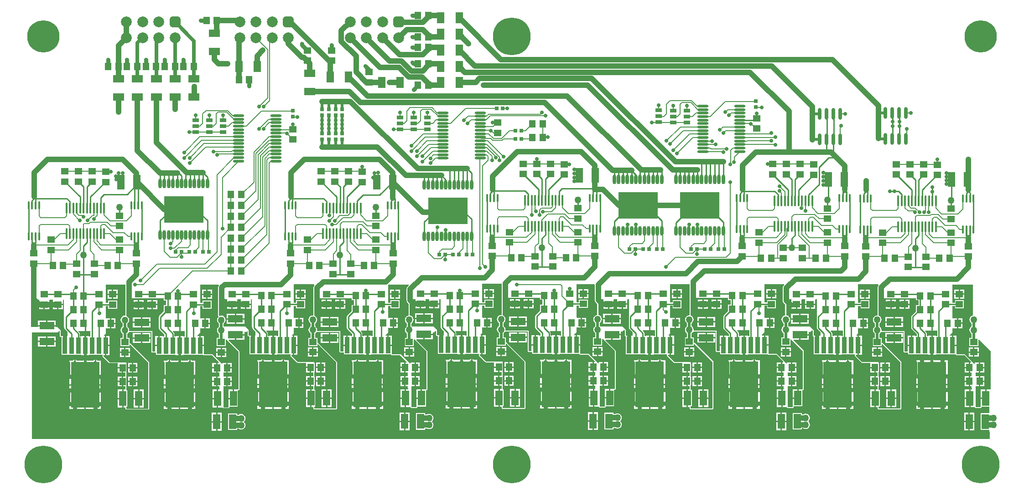
<source format=gtl>
%FSLAX44Y44*%
%MOMM*%
G71*
G01*
G75*
G04 Layer_Physical_Order=1*
G04 Layer_Color=255*
%ADD10R,1.2000X1.3500*%
%ADD11R,1.4000X2.0000*%
%ADD12R,1.3500X1.2000*%
%ADD13R,2.0000X1.4000*%
%ADD14R,0.7000X0.8000*%
%ADD15R,0.8000X0.7000*%
%ADD16R,2.8000X1.3500*%
%ADD17R,1.3000X0.8000*%
%ADD18R,5.3500X8.5400*%
%ADD19R,0.8900X3.0600*%
%ADD20O,0.3500X2.2000*%
%ADD21O,0.3500X1.5500*%
%ADD22R,1.3500X2.8000*%
%ADD23O,0.6000X2.2000*%
%ADD24O,2.1000X0.4500*%
%ADD25O,0.6000X1.8000*%
%ADD26R,7.4000X5.0000*%
%ADD27C,1.0160*%
%ADD28C,0.1524*%
%ADD29C,0.7620*%
%ADD30C,0.2540*%
%ADD31C,0.5080*%
%ADD32C,0.6350*%
%ADD33C,0.2032*%
%ADD34C,0.3048*%
%ADD35R,177.7702X1.3208*%
%ADD36C,2.0000*%
G04:AMPARAMS|DCode=37|XSize=2mm|YSize=2mm|CornerRadius=0.5mm|HoleSize=0mm|Usage=FLASHONLY|Rotation=180.000|XOffset=0mm|YOffset=0mm|HoleType=Round|Shape=RoundedRectangle|*
%AMROUNDEDRECTD37*
21,1,2.0000,1.0000,0,0,180.0*
21,1,1.0000,2.0000,0,0,180.0*
1,1,1.0000,-0.5000,0.5000*
1,1,1.0000,0.5000,0.5000*
1,1,1.0000,0.5000,-0.5000*
1,1,1.0000,-0.5000,-0.5000*
%
%ADD37ROUNDEDRECTD37*%
%ADD38C,7.0000*%
%ADD39C,6.0000*%
%ADD40C,0.7000*%
%ADD41C,1.2700*%
%ADD42C,0.6600*%
G36*
X401205Y-564444D02*
X405881D01*
Y-573296D01*
X401205D01*
Y-585066D01*
X393355Y-592916D01*
X392738Y-593840D01*
X392521Y-594930D01*
X392521Y-594930D01*
Y-615860D01*
X392521Y-615860D01*
X392738Y-616950D01*
X393355Y-617875D01*
X402681Y-627200D01*
Y-631396D01*
X399820D01*
Y-630380D01*
X394100D01*
Y-648220D01*
X392830D01*
Y-649490D01*
X385840D01*
Y-659700D01*
X380130D01*
Y-621600D01*
X337981D01*
X337143Y-620645D01*
X337272Y-619670D01*
X337001Y-617615D01*
X336208Y-615699D01*
X334946Y-614055D01*
X333473Y-612925D01*
Y-607366D01*
X334946Y-606236D01*
X336208Y-604591D01*
X337001Y-602676D01*
X337272Y-600620D01*
X337001Y-598565D01*
X336208Y-596649D01*
X334946Y-595004D01*
X333301Y-593742D01*
X331870Y-593149D01*
Y-560640D01*
X401205D01*
Y-564444D01*
D02*
G37*
G36*
X-544013Y-537159D02*
X-544258Y-537479D01*
X-544924Y-539086D01*
X-545151Y-540810D01*
X-545151Y-540810D01*
Y-563588D01*
X-545199Y-563705D01*
Y-563705D01*
D01*
Y-593449D01*
X-545135Y-593605D01*
X-545168Y-593771D01*
X-544900Y-594171D01*
X-544716Y-594615D01*
X-544716D01*
X-544452Y-595333D01*
X-544449Y-595342D01*
X-545026Y-595784D01*
X-546288Y-597429D01*
X-547082Y-599344D01*
X-547352Y-601400D01*
X-547082Y-603456D01*
X-546288Y-605371D01*
X-545026Y-607016D01*
X-543554Y-608145D01*
Y-613705D01*
X-545026Y-614834D01*
X-546288Y-616479D01*
X-547082Y-618395D01*
X-547352Y-620450D01*
X-547082Y-622506D01*
X-546288Y-624421D01*
X-545026Y-626066D01*
X-543554Y-627196D01*
Y-635176D01*
X-547684D01*
Y-650224D01*
X-531136D01*
Y-638453D01*
X-529965Y-637961D01*
X-507660Y-659820D01*
Y-730910D01*
X-507750D01*
Y-730910D01*
X-515770D01*
Y-747450D01*
X-517040D01*
Y-748720D01*
X-526330D01*
Y-763960D01*
X-535600D01*
Y-724990D01*
X-529910D01*
Y-715700D01*
Y-706410D01*
X-535600D01*
Y-699590D01*
X-529910D01*
Y-690300D01*
Y-681010D01*
X-537180D01*
Y-682641D01*
X-538353Y-683127D01*
X-555920Y-665560D01*
X-571790D01*
Y-650270D01*
X-578780D01*
Y-649000D01*
X-580050D01*
Y-631160D01*
X-583361D01*
X-583847Y-629987D01*
X-578780Y-624920D01*
Y-617040D01*
X-577820D01*
Y-617040D01*
X-570550D01*
Y-607750D01*
Y-598460D01*
X-577820D01*
Y-598460D01*
X-577882D01*
X-578780Y-597562D01*
Y-575649D01*
X-574354D01*
Y-580324D01*
X-557806D01*
Y-565276D01*
X-574354D01*
Y-569951D01*
X-578780D01*
Y-536020D01*
X-544575D01*
X-544013Y-537159D01*
D02*
G37*
G36*
X-297704Y-564734D02*
X-293029D01*
Y-573586D01*
X-297704D01*
Y-585356D01*
X-305554Y-593206D01*
X-306172Y-594130D01*
X-306389Y-595220D01*
X-306389Y-595220D01*
Y-616150D01*
X-306389Y-616150D01*
X-306172Y-617240D01*
X-305554Y-618164D01*
X-296229Y-627490D01*
Y-631686D01*
X-299090D01*
Y-630670D01*
X-304810D01*
Y-648510D01*
X-306080D01*
Y-649780D01*
X-313070D01*
Y-659990D01*
X-318780D01*
Y-621890D01*
X-360929D01*
X-361766Y-620935D01*
X-361638Y-619960D01*
X-361909Y-617905D01*
X-362702Y-615989D01*
X-363964Y-614344D01*
X-365436Y-613215D01*
Y-607655D01*
X-363964Y-606526D01*
X-362702Y-604881D01*
X-361909Y-602966D01*
X-361638Y-600910D01*
X-361909Y-598854D01*
X-362702Y-596939D01*
X-363964Y-595294D01*
X-365609Y-594032D01*
X-367040Y-593439D01*
Y-560930D01*
X-297704D01*
Y-564734D01*
D02*
G37*
G36*
X-646604Y-565224D02*
X-641929D01*
Y-574076D01*
X-646604D01*
Y-585846D01*
X-654455Y-593696D01*
X-655072Y-594620D01*
X-655289Y-595710D01*
X-655289Y-595710D01*
Y-616640D01*
X-655289Y-616640D01*
X-655072Y-617730D01*
X-654455Y-618655D01*
X-645129Y-627980D01*
Y-632176D01*
X-647990D01*
Y-631160D01*
X-653710D01*
Y-649000D01*
X-654980D01*
Y-650270D01*
X-661970D01*
Y-660480D01*
X-667680D01*
Y-622380D01*
X-709829D01*
X-710667Y-621425D01*
X-710538Y-620450D01*
X-710809Y-618395D01*
X-711602Y-616479D01*
X-712864Y-614835D01*
X-714337Y-613705D01*
Y-608146D01*
X-712864Y-607016D01*
X-711602Y-605371D01*
X-710809Y-603456D01*
X-710538Y-601400D01*
X-710809Y-599345D01*
X-711602Y-597429D01*
X-712864Y-595784D01*
X-714509Y-594522D01*
X-715940Y-593929D01*
Y-561420D01*
X-646604D01*
Y-565224D01*
D02*
G37*
G36*
X750036Y-564824D02*
X754712D01*
Y-573676D01*
X750036D01*
Y-585445D01*
X742186Y-593296D01*
X741568Y-594220D01*
X741351Y-595310D01*
X741351Y-595310D01*
Y-616240D01*
X741351Y-616240D01*
X741568Y-617330D01*
X742186Y-618254D01*
X751511Y-627580D01*
Y-631776D01*
X748650D01*
Y-630760D01*
X742930D01*
Y-648600D01*
X741660D01*
Y-649870D01*
X734670D01*
Y-660080D01*
X728960D01*
Y-621980D01*
X686811D01*
X685974Y-621025D01*
X686102Y-620050D01*
X685831Y-617995D01*
X685038Y-616079D01*
X683776Y-614434D01*
X682304Y-613305D01*
Y-607745D01*
X683776Y-606616D01*
X685038Y-604971D01*
X685831Y-603055D01*
X686102Y-601000D01*
X685831Y-598945D01*
X685038Y-597029D01*
X683776Y-595384D01*
X682131Y-594122D01*
X680700Y-593529D01*
Y-561020D01*
X750036D01*
Y-564824D01*
D02*
G37*
G36*
X-717521Y-561255D02*
X-717590Y-561420D01*
Y-592677D01*
X-718480Y-593458D01*
X-720536Y-593729D01*
X-722451Y-594522D01*
X-724096Y-595784D01*
X-725358Y-597429D01*
X-726152Y-599345D01*
X-726422Y-601400D01*
X-726152Y-603456D01*
X-725358Y-605371D01*
X-724096Y-607016D01*
X-722624Y-608146D01*
Y-613705D01*
X-724096Y-614835D01*
X-725358Y-616479D01*
X-726152Y-618395D01*
X-726422Y-620450D01*
X-726152Y-622506D01*
X-725358Y-624421D01*
X-724096Y-626066D01*
X-722624Y-627196D01*
Y-635176D01*
X-726754D01*
Y-650224D01*
X-710206D01*
Y-646894D01*
X-709033Y-646408D01*
X-703240Y-652200D01*
X-675300Y-680140D01*
Y-766500D01*
X-715940D01*
Y-762974D01*
X-713876D01*
Y-731926D01*
X-715940D01*
Y-723974D01*
X-715376D01*
Y-707426D01*
X-715940D01*
Y-698574D01*
X-715376D01*
Y-682026D01*
X-715940D01*
Y-680140D01*
X-746420D01*
X-758547Y-668014D01*
X-758061Y-666840D01*
X-755310D01*
Y-649000D01*
Y-631160D01*
X-756741D01*
X-757227Y-629987D01*
X-754040Y-626800D01*
Y-617040D01*
X-753080D01*
Y-617040D01*
X-745810D01*
Y-607750D01*
Y-598460D01*
X-753080D01*
Y-598460D01*
X-753142D01*
X-754040Y-597562D01*
Y-575649D01*
X-749614D01*
Y-580324D01*
X-733066D01*
Y-565276D01*
X-749614D01*
Y-569951D01*
X-754040D01*
Y-535360D01*
X-717521D01*
Y-561255D01*
D02*
G37*
G36*
X51896Y-563954D02*
X56571D01*
Y-572806D01*
X51896D01*
Y-584576D01*
X44045Y-592426D01*
X43428Y-593350D01*
X43211Y-594440D01*
X43211Y-594440D01*
Y-615370D01*
X43211Y-615370D01*
X43428Y-616460D01*
X44045Y-617385D01*
X53371Y-626710D01*
Y-630906D01*
X50510D01*
Y-629890D01*
X44790D01*
Y-647730D01*
X43520D01*
Y-649000D01*
X36530D01*
Y-659210D01*
X30820D01*
Y-621110D01*
X-11329D01*
X-12167Y-620155D01*
X-12038Y-619180D01*
X-12309Y-617125D01*
X-13102Y-615209D01*
X-14364Y-613565D01*
X-15837Y-612435D01*
Y-606876D01*
X-14364Y-605746D01*
X-13102Y-604101D01*
X-12309Y-602186D01*
X-12038Y-600130D01*
X-12309Y-598075D01*
X-13102Y-596159D01*
X-14364Y-594514D01*
X-16009Y-593252D01*
X-17440Y-592659D01*
Y-560150D01*
X51896D01*
Y-563954D01*
D02*
G37*
G36*
X-132510Y-598140D02*
X-132510Y-598140D01*
Y-613990D01*
X-132049Y-614451D01*
Y-615370D01*
X-132049Y-615370D01*
X-131832Y-616460D01*
X-131215Y-617385D01*
X-126160Y-622439D01*
Y-629890D01*
X-130470D01*
Y-647730D01*
X-133010D01*
Y-629890D01*
X-138730D01*
D01*
X-138730D01*
X-138860Y-629761D01*
Y-620340D01*
X-145210Y-613990D01*
X-185356D01*
X-186366Y-613215D01*
Y-607655D01*
X-184894Y-606526D01*
X-183632Y-604881D01*
X-182839Y-602965D01*
X-182568Y-600910D01*
X-182839Y-598854D01*
X-183632Y-596939D01*
X-184894Y-595294D01*
X-186539Y-594032D01*
X-188454Y-593238D01*
X-189660Y-593080D01*
Y-563290D01*
X-183310Y-563190D01*
X-179130D01*
Y-570260D01*
X-160550D01*
Y-563190D01*
X-153730D01*
Y-570260D01*
X-135150D01*
Y-563190D01*
X-132510D01*
Y-598140D01*
D02*
G37*
G36*
X-533410Y-562808D02*
X-528730D01*
Y-563770D01*
X-528730D01*
Y-571040D01*
X-510150D01*
Y-563770D01*
X-510150D01*
Y-563706D01*
X-509252Y-562808D01*
X-503330D01*
Y-563770D01*
X-503330D01*
Y-571040D01*
X-484750D01*
Y-563770D01*
X-484750D01*
Y-563706D01*
X-483852Y-562808D01*
X-482610D01*
Y-597758D01*
X-482610Y-597758D01*
Y-613608D01*
X-481649Y-614569D01*
Y-616150D01*
X-481649Y-616150D01*
X-481432Y-617240D01*
X-480814Y-618164D01*
X-476260Y-622719D01*
Y-630670D01*
X-480070D01*
Y-648510D01*
X-482610D01*
Y-630670D01*
X-488330D01*
D01*
X-488330D01*
X-488960Y-630040D01*
Y-619958D01*
X-495310Y-613607D01*
X-535267Y-613607D01*
Y-608145D01*
X-533794Y-607016D01*
X-532532Y-605371D01*
X-531739Y-603456D01*
X-531468Y-601400D01*
X-531739Y-599344D01*
X-532532Y-597429D01*
X-533794Y-595784D01*
X-535439Y-594522D01*
X-537355Y-593729D01*
X-539410Y-593458D01*
X-541466Y-593729D01*
X-542494Y-594155D01*
X-543550Y-593449D01*
Y-563705D01*
X-542652Y-562807D01*
X-533410Y-562808D01*
D02*
G37*
G36*
X217570Y-593703D02*
X217478Y-593840D01*
X217261Y-594930D01*
X217261Y-594930D01*
Y-615860D01*
X217261Y-615860D01*
X217478Y-616950D01*
X218095Y-617875D01*
X223920Y-623699D01*
Y-630380D01*
X218840D01*
Y-648220D01*
X216300D01*
Y-630380D01*
X211220D01*
Y-619670D01*
X204870Y-613320D01*
X164387D01*
X163233Y-612435D01*
Y-606875D01*
X164706Y-605746D01*
X165968Y-604101D01*
X166761Y-602186D01*
X167032Y-600130D01*
X166761Y-598074D01*
X165968Y-596159D01*
X164706Y-594514D01*
X163061Y-593252D01*
X161145Y-592459D01*
X160420Y-592363D01*
Y-562620D01*
X166770Y-562520D01*
X170180D01*
Y-563480D01*
X170180D01*
Y-570750D01*
X188760D01*
Y-563480D01*
X188760D01*
Y-563418D01*
X189658Y-562520D01*
X195580D01*
Y-563480D01*
X195580D01*
Y-570750D01*
X214160D01*
Y-563480D01*
X214160D01*
Y-563418D01*
X215058Y-562520D01*
X217570D01*
Y-593703D01*
D02*
G37*
G36*
X-882310Y-563298D02*
X-877630D01*
Y-564260D01*
X-877630D01*
Y-571530D01*
X-859050D01*
Y-564260D01*
X-859050D01*
Y-564196D01*
X-858152Y-563298D01*
X-852230D01*
Y-564260D01*
X-852230D01*
Y-571530D01*
X-833650D01*
Y-564260D01*
X-833650D01*
Y-564196D01*
X-832752Y-563298D01*
X-831510D01*
Y-598248D01*
X-831510Y-598248D01*
Y-614098D01*
X-830549Y-615059D01*
Y-616640D01*
X-830549Y-616640D01*
X-830332Y-617730D01*
X-829715Y-618655D01*
X-825160Y-623209D01*
Y-631160D01*
X-828970D01*
Y-649000D01*
X-831510D01*
Y-631160D01*
X-837230D01*
D01*
X-837230D01*
X-837860Y-630530D01*
Y-620448D01*
X-844210Y-614098D01*
X-846700D01*
Y-613320D01*
X-879901D01*
X-880678Y-614098D01*
X-892450Y-614098D01*
Y-564196D01*
X-891552Y-563298D01*
X-882310Y-563298D01*
D02*
G37*
G36*
X566400Y-594082D02*
X566308Y-594220D01*
X566091Y-595310D01*
X566091Y-595310D01*
Y-616240D01*
X566091Y-616240D01*
X566308Y-617330D01*
X566926Y-618254D01*
X572750Y-624079D01*
Y-630760D01*
X567670D01*
Y-648600D01*
X565130D01*
Y-630760D01*
X560050D01*
Y-620050D01*
X553700Y-613700D01*
X513554D01*
X512543Y-612925D01*
Y-607365D01*
X514016Y-606236D01*
X515278Y-604591D01*
X516071Y-602676D01*
X516342Y-600620D01*
X516071Y-598564D01*
X515278Y-596649D01*
X514016Y-595004D01*
X512371Y-593742D01*
X510455Y-592949D01*
X509250Y-592790D01*
Y-563000D01*
X515600Y-562900D01*
X519010D01*
Y-563860D01*
X519010D01*
Y-571130D01*
X537590D01*
Y-563860D01*
X537590D01*
Y-563798D01*
X538488Y-562900D01*
X544410D01*
Y-563860D01*
X544410D01*
Y-571130D01*
X562990D01*
Y-563860D01*
X562990D01*
Y-563798D01*
X563888Y-562900D01*
X566400D01*
Y-594082D01*
D02*
G37*
G36*
X330289Y-560475D02*
X330220Y-560640D01*
Y-591897D01*
X329330Y-592678D01*
X327274Y-592949D01*
X325359Y-593742D01*
X323714Y-595004D01*
X322452Y-596649D01*
X321658Y-598565D01*
X321388Y-600620D01*
X321658Y-602676D01*
X322452Y-604591D01*
X323714Y-606236D01*
X325186Y-607366D01*
Y-612925D01*
X323714Y-614055D01*
X322452Y-615699D01*
X321658Y-617615D01*
X321388Y-619670D01*
X321658Y-621726D01*
X322452Y-623641D01*
X323714Y-625286D01*
X325186Y-626416D01*
Y-634396D01*
X321056D01*
Y-649444D01*
X337604D01*
Y-646114D01*
X338777Y-645628D01*
X344570Y-651420D01*
X372510Y-679360D01*
Y-765720D01*
X331870D01*
Y-762194D01*
X333934D01*
Y-731146D01*
X331870D01*
Y-723194D01*
X332434D01*
Y-706646D01*
X331870D01*
Y-697794D01*
X332434D01*
Y-681246D01*
X331870D01*
Y-679360D01*
X301390D01*
X289263Y-667234D01*
X289749Y-666060D01*
X292500D01*
Y-648220D01*
Y-630380D01*
X291069D01*
X290583Y-629207D01*
X293770Y-626020D01*
Y-616260D01*
X294730D01*
Y-616260D01*
X302000D01*
Y-606970D01*
Y-597680D01*
X294730D01*
Y-597680D01*
X294668D01*
X293770Y-596782D01*
Y-574869D01*
X298196D01*
Y-579544D01*
X314744D01*
Y-564496D01*
X298196D01*
Y-569171D01*
X293770D01*
Y-534580D01*
X330289D01*
Y-560475D01*
D02*
G37*
G36*
X505506Y-536414D02*
X504540Y-537380D01*
X503481Y-538760D01*
X502816Y-540366D01*
X502589Y-542090D01*
X502589Y-542090D01*
Y-565250D01*
X502589Y-565250D01*
X502816Y-566974D01*
X503481Y-568581D01*
X504540Y-569960D01*
X507130Y-572550D01*
Y-592845D01*
X506344Y-592949D01*
X504429Y-593742D01*
X502784Y-595004D01*
X501522Y-596649D01*
X500728Y-598564D01*
X500458Y-600620D01*
X500728Y-602676D01*
X501522Y-604591D01*
X502784Y-606236D01*
X504256Y-607365D01*
Y-612925D01*
X502784Y-614054D01*
X501522Y-615699D01*
X500728Y-617615D01*
X500458Y-619670D01*
X500728Y-621726D01*
X501522Y-623641D01*
X502784Y-625286D01*
X504256Y-626416D01*
Y-634396D01*
X500126D01*
Y-649444D01*
X516674D01*
Y-637673D01*
X517845Y-637181D01*
X540150Y-659040D01*
Y-730130D01*
X540060D01*
Y-730130D01*
X532040D01*
Y-746670D01*
X530770D01*
Y-747940D01*
X521480D01*
Y-763180D01*
X512210D01*
Y-724210D01*
X517900D01*
Y-714920D01*
Y-705630D01*
X512210D01*
Y-698810D01*
X517900D01*
Y-689520D01*
Y-680230D01*
X510630D01*
Y-681861D01*
X509457Y-682347D01*
X491890Y-664780D01*
X476020D01*
Y-649490D01*
X469030D01*
Y-648220D01*
X467760D01*
Y-630380D01*
X464449D01*
X463963Y-629207D01*
X469030Y-624140D01*
Y-616260D01*
X469990D01*
Y-616260D01*
X477260D01*
Y-606970D01*
Y-597680D01*
X469990D01*
Y-597680D01*
X469928D01*
X469030Y-596782D01*
Y-574869D01*
X473456D01*
Y-579544D01*
X490004D01*
Y-564496D01*
X473456D01*
Y-569171D01*
X469030D01*
Y-535240D01*
X505020D01*
X505506Y-536414D01*
D02*
G37*
G36*
X-19021Y-559985D02*
X-19090Y-560150D01*
Y-591407D01*
X-19980Y-592188D01*
X-22036Y-592459D01*
X-23951Y-593252D01*
X-25596Y-594514D01*
X-26858Y-596159D01*
X-27652Y-598075D01*
X-27922Y-600130D01*
X-27652Y-602186D01*
X-26858Y-604101D01*
X-25596Y-605746D01*
X-24124Y-606876D01*
Y-612435D01*
X-25596Y-613565D01*
X-26858Y-615209D01*
X-27652Y-617125D01*
X-27922Y-619180D01*
X-27652Y-621236D01*
X-26858Y-623151D01*
X-25596Y-624796D01*
X-24124Y-625926D01*
Y-633906D01*
X-28254D01*
Y-648954D01*
X-11706D01*
Y-645624D01*
X-10533Y-645138D01*
X-4740Y-650930D01*
X23200Y-678870D01*
Y-765230D01*
X-17440D01*
Y-761704D01*
X-15376D01*
Y-730656D01*
X-17440D01*
Y-722704D01*
X-16876D01*
Y-706156D01*
X-17440D01*
Y-697304D01*
X-16876D01*
Y-680756D01*
X-17440D01*
Y-678870D01*
X-47920D01*
X-60047Y-666743D01*
X-59561Y-665570D01*
X-56810D01*
Y-647730D01*
Y-629890D01*
X-58241D01*
X-58727Y-628717D01*
X-55540Y-625530D01*
Y-615770D01*
X-54580D01*
Y-615770D01*
X-47310D01*
Y-606480D01*
Y-597190D01*
X-54580D01*
Y-597190D01*
X-54642D01*
X-55540Y-596292D01*
Y-574379D01*
X-51114D01*
Y-579054D01*
X-34566D01*
Y-564006D01*
X-51114D01*
Y-568681D01*
X-55540D01*
Y-534090D01*
X-19021D01*
Y-559985D01*
D02*
G37*
G36*
X-367064Y-535780D02*
X-367121Y-537958D01*
X-367729Y-538750D01*
X-368394Y-540356D01*
X-368621Y-542080D01*
X-368621Y-542080D01*
Y-560765D01*
X-368690Y-560930D01*
Y-592187D01*
X-369580Y-592968D01*
X-371636Y-593239D01*
X-373551Y-594032D01*
X-375196Y-595294D01*
X-376458Y-596939D01*
X-377251Y-598854D01*
X-377522Y-600910D01*
X-377251Y-602966D01*
X-376458Y-604881D01*
X-375196Y-606526D01*
X-373724Y-607655D01*
Y-613215D01*
X-375196Y-614344D01*
X-376458Y-615989D01*
X-377251Y-617905D01*
X-377522Y-619960D01*
X-377251Y-622016D01*
X-376458Y-623931D01*
X-375196Y-625576D01*
X-373724Y-626706D01*
Y-634686D01*
X-377854D01*
Y-649734D01*
X-361306D01*
Y-646404D01*
X-360132Y-645918D01*
X-354340Y-651710D01*
X-326400Y-679650D01*
Y-766010D01*
X-367040D01*
Y-762484D01*
X-364976D01*
Y-731436D01*
X-367040D01*
Y-723484D01*
X-366476D01*
Y-706936D01*
X-367040D01*
Y-698084D01*
X-366476D01*
Y-681536D01*
X-367040D01*
Y-679650D01*
X-397520D01*
X-409647Y-667523D01*
X-409161Y-666350D01*
X-406410D01*
Y-648510D01*
Y-630670D01*
X-407841D01*
X-408327Y-629497D01*
X-405140Y-626310D01*
Y-616550D01*
X-404180D01*
Y-616550D01*
X-396910D01*
Y-607260D01*
Y-597970D01*
X-404180D01*
Y-597970D01*
X-404242D01*
X-405140Y-597072D01*
Y-575159D01*
X-400714D01*
Y-579834D01*
X-384166D01*
Y-564786D01*
X-400714D01*
Y-569461D01*
X-405140D01*
Y-534870D01*
X-367950D01*
X-367064Y-535780D01*
D02*
G37*
G36*
X440781Y-631396D02*
X437920D01*
Y-630380D01*
X432200D01*
Y-648220D01*
Y-666060D01*
X437920D01*
Y-665044D01*
X449604D01*
Y-665044D01*
X449604D01*
X449604Y-665044D01*
X450356D01*
Y-665044D01*
X462304D01*
Y-665044D01*
X462304D01*
X462304Y-665044D01*
X463056D01*
Y-665044D01*
X474479D01*
X474853Y-665947D01*
X476020Y-666430D01*
X491207D01*
X503833Y-679057D01*
X503347Y-680230D01*
X501440D01*
Y-689520D01*
Y-698810D01*
X504110D01*
Y-705630D01*
X501440D01*
Y-714920D01*
Y-724210D01*
X504110D01*
Y-727885D01*
X505179Y-728957D01*
X504692Y-730130D01*
X502540D01*
Y-746670D01*
Y-763210D01*
X510560D01*
Y-763210D01*
X510573D01*
X511043Y-764347D01*
X512210Y-764830D01*
X521480D01*
X522646Y-764347D01*
X523129Y-763180D01*
Y-762194D01*
X539044D01*
Y-731780D01*
X540060D01*
X540060Y-731780D01*
X540150D01*
X541316Y-731297D01*
X541799Y-730130D01*
Y-659040D01*
X541796Y-659032D01*
X541799Y-659024D01*
X541555Y-658450D01*
X541316Y-657874D01*
X541308Y-657870D01*
X541304Y-657862D01*
X522645Y-639576D01*
X523125Y-638400D01*
X533380D01*
Y-629110D01*
X534650D01*
Y-627840D01*
X551190D01*
Y-623869D01*
X553700D01*
X556240Y-621320D01*
X558400D01*
Y-630760D01*
X558884Y-631926D01*
X560050Y-632410D01*
X560426D01*
Y-665424D01*
X572374D01*
Y-665424D01*
X572374D01*
X572374Y-665424D01*
X573126D01*
Y-665424D01*
X585074D01*
Y-665424D01*
X585074D01*
X585074Y-665424D01*
X585826D01*
Y-665424D01*
X597510D01*
Y-666440D01*
X603230D01*
Y-648600D01*
Y-630760D01*
X597510D01*
Y-631776D01*
X594649D01*
Y-626400D01*
X594649Y-626400D01*
X594432Y-625310D01*
X593814Y-624386D01*
X593814Y-624386D01*
X591922Y-622493D01*
X592408Y-621320D01*
X614351D01*
Y-631776D01*
X611490D01*
Y-630760D01*
X605770D01*
Y-648600D01*
Y-666440D01*
X611490D01*
Y-665424D01*
X623174D01*
Y-665424D01*
X623174D01*
X623174Y-665424D01*
X623926D01*
Y-665424D01*
X635874D01*
Y-665424D01*
X636626D01*
X636626Y-666845D01*
X636569Y-666982D01*
Y-667310D01*
X636444Y-667613D01*
X636569Y-667916D01*
Y-668245D01*
X636801Y-668477D01*
X636927Y-668780D01*
X649054Y-680906D01*
X650220Y-681390D01*
X665200D01*
Y-688630D01*
X673740D01*
Y-689900D01*
X675010D01*
Y-699190D01*
X679050D01*
Y-706010D01*
X675010D01*
Y-715300D01*
Y-724590D01*
X679050D01*
Y-730510D01*
X675760D01*
Y-747050D01*
Y-763590D01*
X679050D01*
Y-766100D01*
X679534Y-767266D01*
X680700Y-767750D01*
X721340D01*
X722506Y-767266D01*
X722990Y-766100D01*
Y-679740D01*
X722506Y-678574D01*
X694566Y-650634D01*
X694566Y-650634D01*
X688774Y-644841D01*
X688471Y-644715D01*
X688239Y-644483D01*
X687911D01*
X687607Y-644358D01*
X687490Y-644406D01*
X686434Y-643701D01*
Y-634776D01*
X682304D01*
Y-626796D01*
X683776Y-625666D01*
X685038Y-624021D01*
X685101Y-623870D01*
X686289Y-623422D01*
X686703Y-623626D01*
X686758Y-623608D01*
X686811Y-623630D01*
X727310D01*
Y-660080D01*
X727794Y-661246D01*
X728960Y-661730D01*
X734670D01*
X735686Y-662409D01*
Y-665424D01*
X747634D01*
Y-665424D01*
X747634D01*
X747634Y-665424D01*
X748386D01*
Y-665424D01*
X760334D01*
Y-665424D01*
X760334D01*
X760334Y-665424D01*
X761086D01*
Y-665424D01*
X772770D01*
Y-666440D01*
X778490D01*
Y-648600D01*
Y-630760D01*
X772770D01*
Y-631776D01*
X769909D01*
Y-626400D01*
X769909Y-626400D01*
X769692Y-625310D01*
X769074Y-624385D01*
X769074Y-624385D01*
X767182Y-622493D01*
X767668Y-621320D01*
X789611D01*
Y-631776D01*
X786750D01*
Y-630760D01*
X781030D01*
Y-648600D01*
Y-666440D01*
X786750D01*
Y-665424D01*
X798434D01*
Y-665424D01*
X798434D01*
X798434Y-665424D01*
X799186D01*
Y-665424D01*
X811134D01*
Y-665424D01*
X811134D01*
X811134Y-665424D01*
X811886D01*
Y-665424D01*
X823310D01*
X823684Y-666327D01*
X824850Y-666810D01*
X840037D01*
X852664Y-679437D01*
X852178Y-680610D01*
X850270D01*
Y-689900D01*
Y-699190D01*
X853420D01*
Y-706010D01*
X850270D01*
Y-715300D01*
Y-724590D01*
X853420D01*
Y-728375D01*
X854379Y-729337D01*
X853892Y-730510D01*
X851370D01*
Y-747050D01*
Y-763590D01*
X859390D01*
Y-763590D01*
X859403D01*
X859874Y-764726D01*
X861040Y-765210D01*
X870310D01*
X871476Y-764726D01*
X871960Y-763560D01*
Y-762574D01*
X886440D01*
Y-774706D01*
X870056D01*
Y-805754D01*
X886440D01*
Y-809940D01*
X505440D01*
Y-809450D01*
X188010D01*
Y-810340D01*
X-192990D01*
Y-809560D01*
X-510200D01*
Y-810340D01*
X-891200D01*
Y-624269D01*
X-842940D01*
X-840684Y-622005D01*
X-839510Y-622490D01*
Y-630530D01*
X-839027Y-631697D01*
X-838397Y-632327D01*
X-838397Y-632327D01*
X-837230Y-632810D01*
X-836214D01*
Y-665824D01*
X-824266D01*
Y-665824D01*
X-824266D01*
X-824266Y-665824D01*
X-823514D01*
Y-665824D01*
X-811566D01*
Y-665824D01*
X-811566D01*
X-811566Y-665824D01*
X-810814D01*
Y-665824D01*
X-799130D01*
Y-666840D01*
X-793410D01*
Y-649000D01*
Y-631160D01*
X-799130D01*
Y-632176D01*
X-801992D01*
Y-626800D01*
X-801992Y-626800D01*
X-802208Y-625710D01*
X-802826Y-624786D01*
X-802826Y-624786D01*
X-804719Y-622893D01*
X-804233Y-621720D01*
X-782289D01*
Y-632176D01*
X-785150D01*
Y-631160D01*
X-790870D01*
Y-649000D01*
Y-666840D01*
X-785150D01*
Y-665824D01*
X-773466D01*
Y-665824D01*
X-773466D01*
X-773466Y-665824D01*
X-772714D01*
Y-665824D01*
X-760766D01*
Y-665824D01*
X-760014D01*
X-760014Y-667245D01*
X-760071Y-667382D01*
Y-667710D01*
X-760196Y-668014D01*
X-760071Y-668317D01*
Y-668645D01*
X-759839Y-668877D01*
X-759713Y-669180D01*
X-747587Y-681307D01*
X-746420Y-681790D01*
X-731440D01*
Y-689030D01*
X-722900D01*
Y-690300D01*
X-721630D01*
Y-699590D01*
X-717590D01*
Y-706410D01*
X-721630D01*
Y-715700D01*
Y-724990D01*
X-717590D01*
Y-730910D01*
X-720880D01*
Y-747450D01*
Y-763990D01*
X-717590D01*
Y-766500D01*
X-717107Y-767667D01*
X-715940Y-768150D01*
X-675300D01*
X-674134Y-767667D01*
X-673651Y-766500D01*
Y-680140D01*
X-674134Y-678974D01*
X-702074Y-651034D01*
X-707866Y-645241D01*
X-708169Y-645116D01*
X-708401Y-644884D01*
X-708729D01*
X-709033Y-644758D01*
X-709150Y-644807D01*
X-710206Y-644101D01*
Y-635176D01*
X-714337D01*
Y-627196D01*
X-712864Y-626066D01*
X-711602Y-624421D01*
X-711540Y-624270D01*
X-710351Y-623822D01*
X-709937Y-624026D01*
X-709883Y-624008D01*
X-709829Y-624030D01*
X-669330D01*
Y-660480D01*
X-668847Y-661647D01*
X-667680Y-662130D01*
X-661970D01*
X-660954Y-662809D01*
Y-665824D01*
X-649006D01*
Y-665824D01*
X-649006D01*
X-649006Y-665824D01*
X-648254D01*
Y-665824D01*
X-636306D01*
Y-665824D01*
X-636306D01*
X-636306Y-665824D01*
X-635554D01*
Y-665824D01*
X-623870D01*
Y-666840D01*
X-618150D01*
Y-649000D01*
Y-631160D01*
X-623870D01*
Y-632176D01*
X-626732D01*
Y-626800D01*
X-626732Y-626800D01*
X-626949Y-625710D01*
X-627566Y-624786D01*
X-627566Y-624786D01*
X-629458Y-622893D01*
X-628972Y-621720D01*
X-607029D01*
Y-632176D01*
X-609890D01*
Y-631160D01*
X-615610D01*
Y-649000D01*
Y-666840D01*
X-609890D01*
Y-665824D01*
X-598206D01*
Y-665824D01*
X-598206D01*
X-598206Y-665824D01*
X-597454D01*
Y-665824D01*
X-585506D01*
Y-665824D01*
X-585506D01*
X-585506Y-665824D01*
X-584754D01*
Y-665824D01*
X-573330D01*
X-572957Y-666727D01*
X-571790Y-667210D01*
X-556604D01*
X-543977Y-679837D01*
X-544463Y-681010D01*
X-546370D01*
Y-690300D01*
Y-699590D01*
X-543220D01*
Y-706410D01*
X-546370D01*
Y-715700D01*
Y-724990D01*
X-543220D01*
Y-728775D01*
X-542261Y-729737D01*
X-542748Y-730910D01*
X-545270D01*
Y-747450D01*
Y-763990D01*
X-537250D01*
Y-763990D01*
X-537237D01*
X-536767Y-765127D01*
X-535600Y-765610D01*
X-526330D01*
X-525164Y-765127D01*
X-524681Y-763960D01*
Y-762974D01*
X-508766D01*
Y-732560D01*
X-507750D01*
X-507750Y-732560D01*
X-507660D01*
X-506494Y-732077D01*
X-506011Y-730910D01*
Y-659820D01*
X-506014Y-659812D01*
X-506011Y-659803D01*
X-506255Y-659230D01*
X-506494Y-658654D01*
X-506502Y-658650D01*
X-506506Y-658642D01*
X-526053Y-639486D01*
X-525573Y-638310D01*
X-514360D01*
Y-629020D01*
X-513090D01*
Y-627750D01*
X-496550D01*
Y-623489D01*
X-493340D01*
X-491783Y-621927D01*
X-490610Y-622412D01*
Y-630040D01*
X-490126Y-631206D01*
X-489496Y-631836D01*
X-489496Y-631837D01*
X-488330Y-632320D01*
X-487314D01*
Y-665334D01*
X-475366D01*
Y-665334D01*
X-475366D01*
X-475366Y-665334D01*
X-474614D01*
Y-665334D01*
X-462666D01*
Y-665334D01*
X-462666D01*
X-462666Y-665334D01*
X-461914D01*
Y-665334D01*
X-450230D01*
Y-666350D01*
X-444510D01*
Y-648510D01*
Y-630670D01*
X-450230D01*
Y-631686D01*
X-453091D01*
Y-626310D01*
X-453091Y-626310D01*
X-453308Y-625220D01*
X-453926Y-624296D01*
X-453926Y-624296D01*
X-456108Y-622114D01*
X-455622Y-620940D01*
X-433389D01*
Y-631686D01*
X-436250D01*
Y-630670D01*
X-441970D01*
Y-648510D01*
Y-666350D01*
X-436250D01*
Y-665334D01*
X-424566D01*
Y-665334D01*
X-424566D01*
X-424566Y-665334D01*
X-423814D01*
Y-665334D01*
X-411866D01*
Y-665334D01*
X-411114D01*
X-411114Y-666755D01*
X-411171Y-666892D01*
Y-667220D01*
X-411296Y-667523D01*
X-411171Y-667827D01*
Y-668155D01*
X-410939Y-668387D01*
X-410813Y-668690D01*
X-398686Y-680816D01*
X-397520Y-681300D01*
X-382540D01*
Y-688540D01*
X-374000D01*
Y-689810D01*
X-372730D01*
Y-699100D01*
X-368690D01*
Y-705920D01*
X-372730D01*
Y-715210D01*
Y-724500D01*
X-368690D01*
Y-730420D01*
X-371980D01*
Y-746960D01*
Y-763500D01*
X-368690D01*
Y-766010D01*
X-368206Y-767177D01*
X-367040Y-767660D01*
X-326400D01*
X-325234Y-767177D01*
X-324750Y-766010D01*
Y-679650D01*
X-325234Y-678484D01*
X-353174Y-650544D01*
X-358966Y-644751D01*
X-359269Y-644626D01*
X-359501Y-644394D01*
X-359829D01*
X-360132Y-644268D01*
X-360250Y-644317D01*
X-361306Y-643611D01*
Y-634686D01*
X-365436D01*
Y-626706D01*
X-363964Y-625576D01*
X-362702Y-623931D01*
X-362639Y-623779D01*
X-361451Y-623332D01*
X-361037Y-623536D01*
X-360982Y-623518D01*
X-360929Y-623540D01*
X-320430D01*
Y-659990D01*
X-319946Y-661157D01*
X-318780Y-661640D01*
X-313070D01*
X-312054Y-662319D01*
Y-665334D01*
X-300106D01*
Y-665334D01*
X-300106D01*
X-300106Y-665334D01*
X-299354D01*
Y-665334D01*
X-287406D01*
Y-665334D01*
X-287406D01*
X-287406Y-665334D01*
X-286654D01*
Y-665334D01*
X-274970D01*
Y-666350D01*
X-269250D01*
Y-648510D01*
Y-630670D01*
X-274970D01*
Y-631686D01*
X-277831D01*
Y-626310D01*
X-277831Y-626310D01*
X-278048Y-625220D01*
X-278666Y-624296D01*
X-278666Y-624295D01*
X-280848Y-622114D01*
X-280362Y-620940D01*
X-258129D01*
Y-631686D01*
X-260990D01*
Y-630670D01*
X-266710D01*
Y-648510D01*
Y-666350D01*
X-260990D01*
Y-665334D01*
X-249306D01*
Y-665334D01*
X-249306D01*
X-249306Y-665334D01*
X-248554D01*
Y-665334D01*
X-236606D01*
Y-665334D01*
X-236606D01*
X-236606Y-665334D01*
X-235854D01*
Y-665334D01*
X-224430D01*
X-224056Y-666237D01*
X-222890Y-666720D01*
X-207703D01*
X-195076Y-679346D01*
X-195562Y-680520D01*
X-197470D01*
Y-689810D01*
Y-699100D01*
X-193620D01*
Y-705920D01*
X-197470D01*
Y-715210D01*
Y-724500D01*
X-193620D01*
Y-727995D01*
X-192373Y-729247D01*
X-192860Y-730420D01*
X-196370D01*
Y-746960D01*
Y-763500D01*
X-188350D01*
Y-763500D01*
X-188337D01*
X-187866Y-764637D01*
X-186700Y-765120D01*
X-177430D01*
X-176264Y-764637D01*
X-175780Y-763470D01*
Y-762484D01*
X-159866D01*
Y-732070D01*
X-158850D01*
X-158850Y-732070D01*
X-158760D01*
X-157594Y-731586D01*
X-157110Y-730420D01*
Y-659330D01*
X-157114Y-659322D01*
X-157111Y-659313D01*
X-157355Y-658740D01*
X-157594Y-658164D01*
X-157602Y-658160D01*
X-157605Y-658152D01*
X-177448Y-638706D01*
X-176968Y-637530D01*
X-164760D01*
Y-628240D01*
X-163490D01*
Y-626970D01*
X-146950D01*
Y-624269D01*
X-144730D01*
X-142190Y-621720D01*
X-140509D01*
Y-629761D01*
X-140026Y-630927D01*
X-139897Y-631057D01*
X-139897Y-631057D01*
X-138730Y-631540D01*
X-137714D01*
Y-664554D01*
X-125766D01*
Y-664554D01*
X-125766D01*
X-125766Y-664554D01*
X-125014D01*
Y-664554D01*
X-113066D01*
Y-664554D01*
X-113066D01*
X-113066Y-664554D01*
X-112314D01*
Y-664554D01*
X-100630D01*
Y-665570D01*
X-94910D01*
Y-647730D01*
Y-629890D01*
X-100630D01*
Y-630906D01*
X-103492D01*
Y-625531D01*
X-103492Y-625530D01*
X-103708Y-624440D01*
X-104326Y-623516D01*
X-104326Y-623516D01*
X-104949Y-622893D01*
X-104463Y-621720D01*
X-83789D01*
Y-630906D01*
X-86650D01*
Y-629890D01*
X-92370D01*
Y-647730D01*
Y-665570D01*
X-86650D01*
Y-664554D01*
X-74966D01*
Y-664554D01*
X-74966D01*
X-74966Y-664554D01*
X-74214D01*
Y-664554D01*
X-62266D01*
Y-664554D01*
X-61514D01*
X-61514Y-665975D01*
X-61571Y-666112D01*
Y-666440D01*
X-61696Y-666743D01*
X-61571Y-667047D01*
Y-667375D01*
X-61339Y-667607D01*
X-61213Y-667910D01*
X-49087Y-680037D01*
X-47920Y-680520D01*
X-32940D01*
Y-687760D01*
X-24400D01*
Y-689030D01*
X-23130D01*
Y-698320D01*
X-19090D01*
Y-705140D01*
X-23130D01*
Y-714430D01*
Y-723720D01*
X-19090D01*
Y-729640D01*
X-22380D01*
Y-746180D01*
Y-762720D01*
X-19090D01*
Y-765230D01*
X-18607Y-766397D01*
X-17440Y-766880D01*
X23200D01*
X24366Y-766397D01*
X24849Y-765230D01*
Y-678870D01*
X24366Y-677704D01*
X-3574Y-649764D01*
X-9366Y-643971D01*
X-9669Y-643846D01*
X-9901Y-643614D01*
X-10230D01*
X-10533Y-643488D01*
X-10650Y-643537D01*
X-11706Y-642831D01*
Y-633906D01*
X-15837D01*
Y-625926D01*
X-14364Y-624796D01*
X-13102Y-623151D01*
X-13039Y-623000D01*
X-11851Y-622552D01*
X-11437Y-622756D01*
X-11383Y-622738D01*
X-11329Y-622760D01*
X29170D01*
Y-659210D01*
X29653Y-660377D01*
X30820Y-660860D01*
X36530D01*
X37546Y-661539D01*
Y-664554D01*
X49494D01*
Y-664554D01*
X49494D01*
X49494Y-664554D01*
X50246D01*
Y-664554D01*
X62194D01*
Y-664554D01*
X62194D01*
X62194Y-664554D01*
X62946D01*
Y-664554D01*
X74630D01*
Y-665570D01*
X80350D01*
Y-647730D01*
Y-629890D01*
X74630D01*
Y-630906D01*
X71768D01*
Y-625530D01*
X71768Y-625530D01*
X71551Y-624440D01*
X70934Y-623516D01*
X70934Y-623516D01*
X70312Y-622893D01*
X70798Y-621720D01*
X91471D01*
Y-630906D01*
X88610D01*
Y-629890D01*
X82890D01*
Y-647730D01*
Y-665570D01*
X88610D01*
Y-664554D01*
X100294D01*
Y-664554D01*
X100294D01*
X100294Y-664554D01*
X101046D01*
Y-664554D01*
X112994D01*
Y-664554D01*
X112994D01*
X112994Y-664554D01*
X113746D01*
Y-664554D01*
X125169D01*
X125543Y-665457D01*
X126710Y-665940D01*
X141896D01*
X154523Y-678567D01*
X154037Y-679740D01*
X152130D01*
Y-689030D01*
Y-698320D01*
X154990D01*
Y-705140D01*
X152130D01*
Y-714430D01*
Y-723720D01*
X154990D01*
Y-728775D01*
X154990Y-728775D01*
X154990Y-728775D01*
X154631Y-729640D01*
X153230D01*
Y-746180D01*
Y-762720D01*
X161250D01*
Y-762720D01*
X161263D01*
X161733Y-763857D01*
X162900Y-764340D01*
X172170D01*
X173336Y-763857D01*
X173819Y-762690D01*
Y-761704D01*
X189734D01*
Y-731290D01*
X190750D01*
X190750Y-731290D01*
X190840D01*
X192006Y-730807D01*
X192489Y-729640D01*
Y-658550D01*
X192486Y-658542D01*
X192489Y-658533D01*
X192245Y-657960D01*
X192006Y-657384D01*
X191998Y-657380D01*
X191994Y-657372D01*
X173447Y-639196D01*
X173928Y-638020D01*
X184550D01*
Y-628730D01*
X185820D01*
Y-627460D01*
X202360D01*
Y-623379D01*
X204390D01*
X206930Y-620830D01*
X209570D01*
Y-630380D01*
X210053Y-631547D01*
X211220Y-632030D01*
X211596D01*
Y-665044D01*
X223544D01*
Y-665044D01*
X223544D01*
X223544Y-665044D01*
X224296D01*
Y-665044D01*
X236244D01*
Y-665044D01*
X236244D01*
X236244Y-665044D01*
X236996D01*
Y-665044D01*
X248680D01*
Y-666060D01*
X254400D01*
Y-648220D01*
Y-630380D01*
X248680D01*
Y-631396D01*
X245818D01*
Y-626021D01*
X245818Y-626020D01*
X245602Y-624930D01*
X244984Y-624006D01*
X244984Y-624006D01*
X242981Y-622003D01*
X243467Y-620830D01*
X265521D01*
Y-631396D01*
X262660D01*
Y-630380D01*
X256940D01*
Y-648220D01*
Y-666060D01*
X262660D01*
Y-665044D01*
X274344D01*
Y-665044D01*
X274344D01*
X274344Y-665044D01*
X275096D01*
Y-665044D01*
X287044D01*
Y-665044D01*
X287796D01*
X287796Y-666465D01*
X287739Y-666602D01*
Y-666930D01*
X287614Y-667234D01*
X287739Y-667537D01*
Y-667865D01*
X287971Y-668097D01*
X288097Y-668400D01*
X300223Y-680527D01*
X301390Y-681010D01*
X316370D01*
Y-688250D01*
X324910D01*
Y-689520D01*
X326180D01*
Y-698810D01*
X330220D01*
Y-705630D01*
X326180D01*
Y-714920D01*
Y-724210D01*
X330220D01*
Y-730130D01*
X326930D01*
Y-746670D01*
Y-763210D01*
X330220D01*
Y-765720D01*
X330703Y-766887D01*
X331870Y-767370D01*
X372510D01*
X373676Y-766887D01*
X374159Y-765720D01*
Y-679360D01*
X373676Y-678194D01*
X345736Y-650254D01*
X339944Y-644461D01*
X339641Y-644336D01*
X339408Y-644104D01*
X339080D01*
X338777Y-643978D01*
X338660Y-644027D01*
X337604Y-643321D01*
Y-634396D01*
X333473D01*
Y-626416D01*
X334946Y-625286D01*
X336208Y-623641D01*
X336270Y-623490D01*
X337459Y-623042D01*
X337873Y-623246D01*
X337927Y-623228D01*
X337981Y-623250D01*
X378480D01*
Y-659700D01*
X378963Y-660867D01*
X380130Y-661350D01*
X385840D01*
X386856Y-662029D01*
Y-665044D01*
X398804D01*
Y-665044D01*
X398804D01*
X398804Y-665044D01*
X399556D01*
Y-665044D01*
X411504D01*
Y-665044D01*
X411504D01*
X411504Y-665044D01*
X412256D01*
Y-665044D01*
X423940D01*
Y-666060D01*
X429660D01*
Y-648220D01*
Y-630380D01*
X423940D01*
Y-631396D01*
X421078D01*
Y-626020D01*
X421078Y-626020D01*
X420862Y-624930D01*
X420244Y-624006D01*
X420244Y-624006D01*
X418242Y-622003D01*
X418728Y-620830D01*
X440781D01*
Y-631396D01*
D02*
G37*
G36*
X-191780Y-537740D02*
X-193600Y-539560D01*
X-194659Y-540940D01*
X-195324Y-542546D01*
X-195551Y-544270D01*
X-195551Y-544270D01*
Y-564860D01*
X-195551Y-564860D01*
X-195324Y-566584D01*
X-194659Y-568190D01*
X-193600Y-569570D01*
X-191780Y-571390D01*
Y-593135D01*
X-192565Y-593238D01*
X-194481Y-594032D01*
X-196126Y-595294D01*
X-197388Y-596939D01*
X-198181Y-598854D01*
X-198452Y-600910D01*
X-198181Y-602965D01*
X-197388Y-604881D01*
X-196126Y-606526D01*
X-194654Y-607655D01*
Y-613215D01*
X-196126Y-614344D01*
X-197388Y-615989D01*
X-198181Y-617905D01*
X-198452Y-619960D01*
X-198181Y-622016D01*
X-197388Y-623931D01*
X-196126Y-625576D01*
X-194654Y-626706D01*
Y-634686D01*
X-198784D01*
Y-649734D01*
X-182236D01*
Y-637963D01*
X-181065Y-637471D01*
X-158760Y-659330D01*
Y-730420D01*
X-158850D01*
Y-730420D01*
X-166870D01*
Y-746960D01*
X-168140D01*
Y-748230D01*
X-177430D01*
Y-763470D01*
X-186700D01*
Y-724500D01*
X-181010D01*
Y-715210D01*
Y-705920D01*
X-186700D01*
Y-699100D01*
X-181010D01*
Y-689810D01*
Y-680520D01*
X-188280D01*
Y-682151D01*
X-189453Y-682637D01*
X-207020Y-665070D01*
X-222890D01*
Y-649780D01*
X-229880D01*
Y-648510D01*
X-231150D01*
Y-630670D01*
X-234461D01*
X-234947Y-629497D01*
X-229880Y-624430D01*
Y-616550D01*
X-228920D01*
Y-616550D01*
X-221650D01*
Y-607260D01*
Y-597970D01*
X-228920D01*
Y-597970D01*
X-228982D01*
X-229880Y-597072D01*
Y-575159D01*
X-225454D01*
Y-579834D01*
X-208906D01*
Y-564786D01*
X-225454D01*
Y-569461D01*
X-229880D01*
Y-535536D01*
X-229872Y-535530D01*
X-191780D01*
Y-537740D01*
D02*
G37*
G36*
X153759Y-535360D02*
X153759Y-535360D01*
Y-564170D01*
X153759Y-564170D01*
X153986Y-565894D01*
X154651Y-567500D01*
X155710Y-568880D01*
X157820Y-570990D01*
Y-592355D01*
X157034Y-592459D01*
X155119Y-593252D01*
X153474Y-594514D01*
X152212Y-596159D01*
X151418Y-598074D01*
X151148Y-600130D01*
X151418Y-602186D01*
X152212Y-604101D01*
X153474Y-605746D01*
X154946Y-606875D01*
Y-612435D01*
X153474Y-613564D01*
X152212Y-615209D01*
X151418Y-617125D01*
X151148Y-619180D01*
X151418Y-621236D01*
X152212Y-623151D01*
X153474Y-624796D01*
X154946Y-625926D01*
Y-633906D01*
X150816D01*
Y-648954D01*
X167364D01*
Y-637183D01*
X168535Y-636691D01*
X190840Y-658550D01*
Y-729640D01*
X190750D01*
Y-729640D01*
X182730D01*
Y-746180D01*
X181460D01*
Y-747450D01*
X172170D01*
Y-762690D01*
X162900D01*
Y-723720D01*
X168590D01*
Y-714430D01*
Y-705140D01*
X162900D01*
Y-698320D01*
X168590D01*
Y-689030D01*
Y-679740D01*
X161320D01*
Y-681371D01*
X160147Y-681857D01*
X142580Y-664290D01*
X126710D01*
Y-649000D01*
X119720D01*
Y-647730D01*
X118450D01*
Y-629890D01*
X115139D01*
X114653Y-628717D01*
X119720Y-623650D01*
Y-615770D01*
X120680D01*
Y-615770D01*
X127950D01*
Y-606480D01*
Y-597190D01*
X120680D01*
Y-597190D01*
X120618D01*
X119720Y-596292D01*
Y-574379D01*
X124146D01*
Y-579054D01*
X140694D01*
Y-564006D01*
X124146D01*
Y-568681D01*
X119720D01*
Y-534750D01*
X153224D01*
X153759Y-535360D01*
D02*
G37*
G36*
X680676Y-535870D02*
X680656Y-536650D01*
X680011Y-537490D01*
X679346Y-539096D01*
X679119Y-540820D01*
X679119Y-540820D01*
Y-560855D01*
X679050Y-561020D01*
Y-592277D01*
X678160Y-593058D01*
X676105Y-593329D01*
X674189Y-594122D01*
X672544Y-595384D01*
X671282Y-597029D01*
X670489Y-598945D01*
X670218Y-601000D01*
X670489Y-603055D01*
X671282Y-604971D01*
X672544Y-606616D01*
X674016Y-607745D01*
Y-613305D01*
X672544Y-614434D01*
X671282Y-616079D01*
X670489Y-617995D01*
X670218Y-620050D01*
X670489Y-622106D01*
X671282Y-624021D01*
X672544Y-625666D01*
X674016Y-626796D01*
Y-634776D01*
X669886D01*
Y-649824D01*
X686434D01*
Y-646493D01*
X687607Y-646007D01*
X693400Y-651800D01*
X721340Y-679740D01*
Y-766100D01*
X680700D01*
Y-762574D01*
X682764D01*
Y-731526D01*
X680700D01*
Y-723574D01*
X681264D01*
Y-707026D01*
X680700D01*
Y-698174D01*
X681264D01*
Y-681626D01*
X680700D01*
Y-679740D01*
X650220D01*
X638093Y-667613D01*
X638579Y-666440D01*
X641330D01*
Y-648600D01*
Y-630760D01*
X639899D01*
X639413Y-629587D01*
X642600Y-626400D01*
Y-616640D01*
X643560D01*
Y-616640D01*
X650830D01*
Y-607350D01*
Y-598060D01*
X643560D01*
Y-598060D01*
X643498D01*
X642600Y-597162D01*
Y-575249D01*
X647026D01*
Y-579924D01*
X663574D01*
Y-564876D01*
X647026D01*
Y-569551D01*
X642600D01*
Y-534960D01*
X679790D01*
X680676Y-535870D01*
D02*
G37*
G36*
X855960Y-593225D02*
X855174Y-593329D01*
X853259Y-594122D01*
X851614Y-595384D01*
X850352Y-597029D01*
X849559Y-598944D01*
X849288Y-601000D01*
X849559Y-603055D01*
X850352Y-604971D01*
X851614Y-606616D01*
X853086Y-607745D01*
Y-613305D01*
X851614Y-614434D01*
X850352Y-616079D01*
X849559Y-617994D01*
X849288Y-620050D01*
X849559Y-622105D01*
X850352Y-624021D01*
X851614Y-625666D01*
X853086Y-626795D01*
Y-634776D01*
X848956D01*
Y-649824D01*
X865504D01*
Y-638053D01*
X866675Y-637561D01*
X888980Y-659420D01*
Y-730510D01*
X888890D01*
Y-730510D01*
X880870D01*
Y-747050D01*
X879600D01*
Y-748320D01*
X870310D01*
Y-763560D01*
X861040D01*
Y-724590D01*
X866730D01*
Y-715300D01*
Y-706010D01*
X861040D01*
Y-699190D01*
X866730D01*
Y-689900D01*
Y-680610D01*
X859460D01*
Y-682241D01*
X858287Y-682727D01*
X840720Y-665160D01*
X824850D01*
Y-649870D01*
X817860D01*
Y-648600D01*
X816590D01*
Y-630760D01*
X813279D01*
X812793Y-629587D01*
X817860Y-624520D01*
Y-616640D01*
X818820D01*
Y-616640D01*
X826090D01*
Y-607350D01*
Y-598060D01*
X818820D01*
Y-598060D01*
X818758D01*
X817860Y-597162D01*
Y-575249D01*
X822286D01*
Y-579924D01*
X838834D01*
Y-564876D01*
X822286D01*
Y-569551D01*
X817860D01*
Y-535620D01*
X855960D01*
Y-593225D01*
D02*
G37*
%LPC*%
G36*
X-346460Y-691080D02*
X-353730D01*
Y-699100D01*
X-346460D01*
Y-691080D01*
D02*
G37*
G36*
X-200010D02*
X-207280D01*
Y-699100D01*
X-200010D01*
Y-691080D01*
D02*
G37*
G36*
X-171200D02*
X-178470D01*
Y-699100D01*
X-171200D01*
Y-691080D01*
D02*
G37*
G36*
X-356270D02*
X-363540D01*
Y-699100D01*
X-356270D01*
Y-691080D01*
D02*
G37*
G36*
X847730Y-691170D02*
X840460D01*
Y-699190D01*
X847730D01*
Y-691170D01*
D02*
G37*
G36*
X876540D02*
X869270D01*
Y-699190D01*
X876540D01*
Y-691170D01*
D02*
G37*
G36*
X-375270Y-691080D02*
X-382540D01*
Y-699100D01*
X-375270D01*
Y-691080D01*
D02*
G37*
G36*
X323640Y-690790D02*
X316370D01*
Y-698810D01*
X323640D01*
Y-690790D01*
D02*
G37*
G36*
X527710D02*
X520440D01*
Y-698810D01*
X527710D01*
Y-690790D01*
D02*
G37*
G36*
X-6670Y-690300D02*
X-13940D01*
Y-698320D01*
X-6670D01*
Y-690300D01*
D02*
G37*
G36*
X3140D02*
X-4130D01*
Y-698320D01*
X3140D01*
Y-690300D01*
D02*
G37*
G36*
X498900Y-690790D02*
X491630D01*
Y-698810D01*
X498900D01*
Y-690790D01*
D02*
G37*
G36*
X-25670Y-690300D02*
X-32940D01*
Y-698320D01*
X-25670D01*
Y-690300D01*
D02*
G37*
G36*
X342640Y-690790D02*
X335370D01*
Y-698810D01*
X342640D01*
Y-690790D01*
D02*
G37*
G36*
X352450D02*
X345180D01*
Y-698810D01*
X352450D01*
Y-690790D01*
D02*
G37*
G36*
X-375270Y-705920D02*
X-382540D01*
Y-713940D01*
X-375270D01*
Y-705920D01*
D02*
G37*
G36*
X-356270D02*
X-363540D01*
Y-713940D01*
X-356270D01*
Y-705920D01*
D02*
G37*
G36*
X847730Y-706010D02*
X840460D01*
Y-714030D01*
X847730D01*
Y-706010D01*
D02*
G37*
G36*
X876540D02*
X869270D01*
Y-714030D01*
X876540D01*
Y-706010D01*
D02*
G37*
G36*
X-171200Y-705920D02*
X-178470D01*
Y-713940D01*
X-171200D01*
Y-705920D01*
D02*
G37*
G36*
X323640Y-705630D02*
X316370D01*
Y-713650D01*
X323640D01*
Y-705630D01*
D02*
G37*
G36*
X-346460Y-705920D02*
X-353730D01*
Y-713940D01*
X-346460D01*
Y-705920D01*
D02*
G37*
G36*
X-200010D02*
X-207280D01*
Y-713940D01*
X-200010D01*
Y-705920D01*
D02*
G37*
G36*
X-695360Y-706410D02*
X-702630D01*
Y-714430D01*
X-695360D01*
Y-706410D01*
D02*
G37*
G36*
X-548910D02*
X-556180D01*
Y-714430D01*
X-548910D01*
Y-706410D01*
D02*
G37*
G36*
X-724170D02*
X-731440D01*
Y-714430D01*
X-724170D01*
Y-706410D01*
D02*
G37*
G36*
X-705170D02*
X-712440D01*
Y-714430D01*
X-705170D01*
Y-706410D01*
D02*
G37*
G36*
X691470Y-706010D02*
X684200D01*
Y-714030D01*
X691470D01*
Y-706010D01*
D02*
G37*
G36*
X701280D02*
X694010D01*
Y-714030D01*
X701280D01*
Y-706010D01*
D02*
G37*
G36*
X-520100Y-706410D02*
X-527370D01*
Y-714430D01*
X-520100D01*
Y-706410D01*
D02*
G37*
G36*
X672470Y-706010D02*
X665200D01*
Y-714030D01*
X672470D01*
Y-706010D01*
D02*
G37*
G36*
X342640Y-705630D02*
X335370D01*
Y-713650D01*
X342640D01*
Y-705630D01*
D02*
G37*
G36*
X-695360Y-691570D02*
X-702630D01*
Y-699590D01*
X-695360D01*
Y-691570D01*
D02*
G37*
G36*
X-548910D02*
X-556180D01*
Y-699590D01*
X-548910D01*
Y-691570D01*
D02*
G37*
G36*
X-724170D02*
X-731440D01*
Y-699590D01*
X-724170D01*
Y-691570D01*
D02*
G37*
G36*
X-705170D02*
X-712440D01*
Y-699590D01*
X-705170D01*
Y-691570D01*
D02*
G37*
G36*
X691470Y-691170D02*
X684200D01*
Y-699190D01*
X691470D01*
Y-691170D01*
D02*
G37*
G36*
X701280D02*
X694010D01*
Y-699190D01*
X701280D01*
Y-691170D01*
D02*
G37*
G36*
X-520100Y-691570D02*
X-527370D01*
Y-699590D01*
X-520100D01*
Y-691570D01*
D02*
G37*
G36*
X672470Y-691170D02*
X665200D01*
Y-699190D01*
X672470D01*
Y-691170D01*
D02*
G37*
G36*
X527710Y-705630D02*
X520440D01*
Y-713650D01*
X527710D01*
Y-705630D01*
D02*
G37*
G36*
X-25670Y-705140D02*
X-32940D01*
Y-713160D01*
X-25670D01*
Y-705140D01*
D02*
G37*
G36*
X352450Y-705630D02*
X345180D01*
Y-713650D01*
X352450D01*
Y-705630D01*
D02*
G37*
G36*
X498900D02*
X491630D01*
Y-713650D01*
X498900D01*
Y-705630D01*
D02*
G37*
G36*
X149590Y-705140D02*
X142320D01*
Y-713160D01*
X149590D01*
Y-705140D01*
D02*
G37*
G36*
X178400D02*
X171130D01*
Y-713160D01*
X178400D01*
Y-705140D01*
D02*
G37*
G36*
X-6670D02*
X-13940D01*
Y-713160D01*
X-6670D01*
Y-705140D01*
D02*
G37*
G36*
X3140D02*
X-4130D01*
Y-713160D01*
X3140D01*
Y-705140D01*
D02*
G37*
G36*
X676890Y-662570D02*
X668870D01*
Y-669840D01*
X676890D01*
Y-662570D01*
D02*
G37*
G36*
X866520Y-662570D02*
X858500D01*
Y-669840D01*
X866520D01*
Y-662570D01*
D02*
G37*
G36*
X855960D02*
X847940D01*
Y-669840D01*
X855960D01*
Y-662570D01*
D02*
G37*
G36*
X687450Y-662570D02*
X679430D01*
Y-669840D01*
X687450D01*
Y-662570D01*
D02*
G37*
G36*
X-370850Y-662480D02*
X-378870D01*
Y-669750D01*
X-370850D01*
Y-662480D01*
D02*
G37*
G36*
X-181220Y-662480D02*
X-189240D01*
Y-669750D01*
X-181220D01*
Y-662480D01*
D02*
G37*
G36*
X-191780D02*
X-199800D01*
Y-669750D01*
X-191780D01*
Y-662480D01*
D02*
G37*
G36*
X101730Y-674125D02*
Y-680030D01*
X99190D01*
Y-674125D01*
X98103Y-674341D01*
X96308Y-675540D01*
X85772D01*
X83976Y-674341D01*
X82890Y-674125D01*
Y-680030D01*
X80350D01*
Y-674125D01*
X79263Y-674341D01*
X77468Y-675540D01*
X66512D01*
X64717Y-674341D01*
X63630Y-674125D01*
Y-680030D01*
X61090D01*
Y-674125D01*
X60003Y-674341D01*
X58208Y-675540D01*
X52330D01*
Y-719510D01*
X110910D01*
Y-675540D01*
X104612D01*
X102816Y-674341D01*
X101730Y-674125D01*
D02*
G37*
G36*
X-73530D02*
Y-680030D01*
X-76070D01*
Y-674125D01*
X-77157Y-674341D01*
X-78952Y-675540D01*
X-89488D01*
X-91284Y-674341D01*
X-92370Y-674125D01*
Y-680030D01*
X-94910D01*
Y-674125D01*
X-95997Y-674341D01*
X-97792Y-675540D01*
X-108748D01*
X-110543Y-674341D01*
X-111630Y-674125D01*
Y-680030D01*
X-114170D01*
Y-674125D01*
X-115257Y-674341D01*
X-117052Y-675540D01*
X-122930D01*
Y-719510D01*
X-64350D01*
Y-675540D01*
X-70648D01*
X-72443Y-674341D01*
X-73530Y-674125D01*
D02*
G37*
G36*
X275780Y-674614D02*
Y-680520D01*
X273240D01*
Y-674614D01*
X272153Y-674831D01*
X270358Y-676030D01*
X259821D01*
X258026Y-674831D01*
X256940Y-674614D01*
Y-680520D01*
X254400D01*
Y-674614D01*
X253313Y-674831D01*
X251518Y-676030D01*
X240562D01*
X238766Y-674831D01*
X237680Y-674614D01*
Y-680520D01*
X235140D01*
Y-674614D01*
X234053Y-674831D01*
X232258Y-676030D01*
X226380D01*
Y-720000D01*
X284960D01*
Y-676030D01*
X278662D01*
X276866Y-674831D01*
X275780Y-674614D01*
D02*
G37*
G36*
X-540680Y-662970D02*
X-548700D01*
Y-670240D01*
X-540680D01*
Y-662970D01*
D02*
G37*
G36*
X-709190Y-662970D02*
X-717210D01*
Y-670240D01*
X-709190D01*
Y-662970D01*
D02*
G37*
G36*
X-719750D02*
X-727770D01*
Y-670240D01*
X-719750D01*
Y-662970D01*
D02*
G37*
G36*
X-530120Y-662970D02*
X-538140D01*
Y-670240D01*
X-530120D01*
Y-662970D01*
D02*
G37*
G36*
X-747050Y-650270D02*
X-752770D01*
Y-666840D01*
X-747050D01*
Y-650270D01*
D02*
G37*
G36*
X-10690Y-661700D02*
X-18710D01*
Y-668970D01*
X-10690D01*
Y-661700D01*
D02*
G37*
G36*
X-21250D02*
X-29270D01*
Y-668970D01*
X-21250D01*
Y-661700D01*
D02*
G37*
G36*
X649590Y-649870D02*
X643870D01*
Y-666440D01*
X649590D01*
Y-649870D01*
D02*
G37*
G36*
X-48550Y-649000D02*
X-54270D01*
Y-665570D01*
X-48550D01*
Y-649000D01*
D02*
G37*
G36*
X300760Y-649490D02*
X295040D01*
Y-666060D01*
X300760D01*
Y-649490D01*
D02*
G37*
G36*
X-398150Y-649780D02*
X-403870D01*
Y-666350D01*
X-398150D01*
Y-649780D01*
D02*
G37*
G36*
X517690Y-662190D02*
X509670D01*
Y-669460D01*
X517690D01*
Y-662190D01*
D02*
G37*
G36*
X507130D02*
X499110D01*
Y-669460D01*
X507130D01*
Y-662190D01*
D02*
G37*
G36*
X-360290Y-662480D02*
X-368310D01*
Y-669750D01*
X-360290D01*
Y-662480D01*
D02*
G37*
G36*
X328060Y-662190D02*
X320040D01*
Y-669460D01*
X328060D01*
Y-662190D01*
D02*
G37*
G36*
X168380Y-661700D02*
X160360D01*
Y-668970D01*
X168380D01*
Y-661700D01*
D02*
G37*
G36*
X157820D02*
X149800D01*
Y-668970D01*
X157820D01*
Y-661700D01*
D02*
G37*
G36*
X338620Y-662190D02*
X330600D01*
Y-669460D01*
X338620D01*
Y-662190D01*
D02*
G37*
G36*
X451040Y-674615D02*
Y-680520D01*
X448500D01*
Y-674615D01*
X447413Y-674831D01*
X445618Y-676030D01*
X435081D01*
X433286Y-674831D01*
X432199Y-674615D01*
Y-680520D01*
X429659D01*
Y-674615D01*
X428573Y-674831D01*
X426778Y-676030D01*
X415821D01*
X414026Y-674831D01*
X412940Y-674615D01*
Y-680520D01*
X410400D01*
Y-674615D01*
X409313Y-674831D01*
X407518Y-676030D01*
X401640D01*
Y-720000D01*
X460220D01*
Y-676030D01*
X453921D01*
X452126Y-674831D01*
X451040Y-674615D01*
D02*
G37*
G36*
X876540Y-680610D02*
X869270D01*
Y-688630D01*
X876540D01*
Y-680610D01*
D02*
G37*
G36*
X847730D02*
X840460D01*
Y-688630D01*
X847730D01*
Y-680610D01*
D02*
G37*
G36*
X701280D02*
X694010D01*
Y-688630D01*
X701280D01*
Y-680610D01*
D02*
G37*
G36*
X-356270Y-680520D02*
X-363540D01*
Y-688540D01*
X-356270D01*
Y-680520D01*
D02*
G37*
G36*
X-171200D02*
X-178470D01*
Y-688540D01*
X-171200D01*
Y-680520D01*
D02*
G37*
G36*
X-200010D02*
X-207280D01*
Y-688540D01*
X-200010D01*
Y-680520D01*
D02*
G37*
G36*
X-346460D02*
X-353730D01*
Y-688540D01*
X-346460D01*
Y-680520D01*
D02*
G37*
G36*
X-705170Y-681010D02*
X-712440D01*
Y-689030D01*
X-705170D01*
Y-681010D01*
D02*
G37*
G36*
X178400Y-690300D02*
X171130D01*
Y-698320D01*
X178400D01*
Y-690300D01*
D02*
G37*
G36*
X149590D02*
X142320D01*
Y-698320D01*
X149590D01*
Y-690300D01*
D02*
G37*
G36*
X-695360Y-681010D02*
X-702630D01*
Y-689030D01*
X-695360D01*
Y-681010D01*
D02*
G37*
G36*
X691470Y-680610D02*
X684200D01*
Y-688630D01*
X691470D01*
Y-680610D01*
D02*
G37*
G36*
X-520100Y-681010D02*
X-527370D01*
Y-689030D01*
X-520100D01*
Y-681010D01*
D02*
G37*
G36*
X-548910D02*
X-556180D01*
Y-689030D01*
X-548910D01*
Y-681010D01*
D02*
G37*
G36*
X-596770Y-675395D02*
Y-681300D01*
X-599310D01*
Y-675395D01*
X-600397Y-675611D01*
X-602192Y-676810D01*
X-612729D01*
X-614524Y-675611D01*
X-615611Y-675395D01*
Y-681300D01*
X-618151D01*
Y-675395D01*
X-619237Y-675611D01*
X-621032Y-676810D01*
X-631989D01*
X-633784Y-675611D01*
X-634870Y-675395D01*
Y-681300D01*
X-637410D01*
Y-675395D01*
X-638497Y-675611D01*
X-640292Y-676810D01*
X-646170D01*
Y-720780D01*
X-587590D01*
Y-676810D01*
X-593889D01*
X-595684Y-675611D01*
X-596770Y-675395D01*
D02*
G37*
G36*
X-772030D02*
Y-681300D01*
X-774570D01*
Y-675395D01*
X-775657Y-675611D01*
X-777452Y-676810D01*
X-787989D01*
X-789784Y-675611D01*
X-790871Y-675395D01*
Y-681300D01*
X-793411D01*
Y-675395D01*
X-794497Y-675611D01*
X-796292Y-676810D01*
X-807249D01*
X-809044Y-675611D01*
X-810130Y-675395D01*
Y-681300D01*
X-812670D01*
Y-675395D01*
X-813757Y-675611D01*
X-815552Y-676810D01*
X-821430D01*
Y-720780D01*
X-762850D01*
Y-676810D01*
X-769149D01*
X-770944Y-675611D01*
X-772030Y-675395D01*
D02*
G37*
G36*
X178400Y-679740D02*
X171130D01*
Y-687760D01*
X178400D01*
Y-679740D01*
D02*
G37*
G36*
X624610Y-674994D02*
Y-680900D01*
X622070D01*
Y-674994D01*
X620983Y-675211D01*
X619188Y-676410D01*
X608651D01*
X606856Y-675211D01*
X605770Y-674994D01*
Y-680900D01*
X603230D01*
Y-674994D01*
X602143Y-675211D01*
X600348Y-676410D01*
X589392D01*
X587597Y-675211D01*
X586510Y-674994D01*
Y-680900D01*
X583970D01*
Y-674994D01*
X582883Y-675211D01*
X581088Y-676410D01*
X575210D01*
Y-720380D01*
X633790D01*
Y-676410D01*
X627492D01*
X625696Y-675211D01*
X624610Y-674994D01*
D02*
G37*
G36*
X-247870Y-674904D02*
Y-680810D01*
X-250410D01*
Y-674904D01*
X-251497Y-675121D01*
X-253292Y-676320D01*
X-263829D01*
X-265624Y-675121D01*
X-266710Y-674904D01*
Y-680810D01*
X-269250D01*
Y-674904D01*
X-270337Y-675121D01*
X-272132Y-676320D01*
X-283088D01*
X-284883Y-675121D01*
X-285970Y-674904D01*
Y-680810D01*
X-288510D01*
Y-674904D01*
X-289597Y-675121D01*
X-291392Y-676320D01*
X-297270D01*
Y-720290D01*
X-238690D01*
Y-676320D01*
X-244988D01*
X-246784Y-675121D01*
X-247870Y-674904D01*
D02*
G37*
G36*
X-423130D02*
Y-680810D01*
X-425670D01*
Y-674904D01*
X-426757Y-675121D01*
X-428552Y-676320D01*
X-439089D01*
X-440884Y-675121D01*
X-441970Y-674904D01*
Y-680810D01*
X-444510D01*
Y-674904D01*
X-445597Y-675121D01*
X-447392Y-676320D01*
X-458348D01*
X-460144Y-675121D01*
X-461230Y-674904D01*
Y-680810D01*
X-463770D01*
Y-674904D01*
X-464857Y-675121D01*
X-466652Y-676320D01*
X-472530D01*
Y-720290D01*
X-413950D01*
Y-676320D01*
X-420248D01*
X-422043Y-675121D01*
X-423130Y-674904D01*
D02*
G37*
G36*
X799870Y-674994D02*
Y-680900D01*
X797330D01*
Y-674994D01*
X796243Y-675210D01*
X794448Y-676410D01*
X783912D01*
X782116Y-675210D01*
X781030Y-674994D01*
Y-680900D01*
X778490D01*
Y-674994D01*
X777403Y-675210D01*
X775608Y-676410D01*
X764652D01*
X762857Y-675210D01*
X761770Y-674994D01*
Y-680900D01*
X759230D01*
Y-674994D01*
X758143Y-675210D01*
X756348Y-676410D01*
X750470D01*
Y-720380D01*
X809050D01*
Y-676410D01*
X802752D01*
X800957Y-675210D01*
X799870Y-674994D01*
D02*
G37*
G36*
X498900Y-680230D02*
X491630D01*
Y-688250D01*
X498900D01*
Y-680230D01*
D02*
G37*
G36*
X352450D02*
X345180D01*
Y-688250D01*
X352450D01*
Y-680230D01*
D02*
G37*
G36*
X342640D02*
X335370D01*
Y-688250D01*
X342640D01*
Y-680230D01*
D02*
G37*
G36*
X527710D02*
X520440D01*
Y-688250D01*
X527710D01*
Y-680230D01*
D02*
G37*
G36*
X149590Y-679740D02*
X142320D01*
Y-687760D01*
X149590D01*
Y-679740D01*
D02*
G37*
G36*
X3140D02*
X-4130D01*
Y-687760D01*
X3140D01*
Y-679740D01*
D02*
G37*
G36*
X-6670D02*
X-13940D01*
Y-687760D01*
X-6670D01*
Y-679740D01*
D02*
G37*
G36*
X178400Y-715700D02*
X171130D01*
Y-723720D01*
X178400D01*
Y-715700D01*
D02*
G37*
G36*
X284960Y-722540D02*
X256940D01*
Y-766510D01*
X284960D01*
Y-722540D01*
D02*
G37*
G36*
X254400D02*
X226380D01*
Y-766510D01*
X254400D01*
Y-722540D01*
D02*
G37*
G36*
X-238690Y-722830D02*
X-266710D01*
Y-766800D01*
X-238690D01*
Y-722830D01*
D02*
G37*
G36*
X429660Y-722540D02*
X401640D01*
Y-766510D01*
X429660D01*
Y-722540D01*
D02*
G37*
G36*
X-64350Y-722050D02*
X-92370D01*
Y-766020D01*
X-64350D01*
Y-722050D01*
D02*
G37*
G36*
X-94910D02*
X-122930D01*
Y-766020D01*
X-94910D01*
Y-722050D01*
D02*
G37*
G36*
X460220Y-722540D02*
X432200D01*
Y-766510D01*
X460220D01*
Y-722540D01*
D02*
G37*
G36*
X778490Y-722920D02*
X750470D01*
Y-766890D01*
X778490D01*
Y-722920D01*
D02*
G37*
G36*
X633790D02*
X605770D01*
Y-766890D01*
X633790D01*
Y-722920D01*
D02*
G37*
G36*
X603230D02*
X575210D01*
Y-766890D01*
X603230D01*
Y-722920D01*
D02*
G37*
G36*
X809050D02*
X781030D01*
Y-766890D01*
X809050D01*
Y-722920D01*
D02*
G37*
G36*
X-269250Y-722830D02*
X-297270D01*
Y-766800D01*
X-269250D01*
Y-722830D01*
D02*
G37*
G36*
X-413950D02*
X-441970D01*
Y-766800D01*
X-413950D01*
Y-722830D01*
D02*
G37*
G36*
X-444510D02*
X-472530D01*
Y-766800D01*
X-444510D01*
Y-722830D01*
D02*
G37*
G36*
X848830Y-748320D02*
X840810D01*
Y-763590D01*
X848830D01*
Y-748320D01*
D02*
G37*
G36*
X713280D02*
X705260D01*
Y-763590D01*
X713280D01*
Y-748320D01*
D02*
G37*
G36*
X702720D02*
X694700D01*
Y-763590D01*
X702720D01*
Y-748320D01*
D02*
G37*
G36*
X-374520Y-748230D02*
X-382540D01*
Y-763500D01*
X-374520D01*
Y-748230D01*
D02*
G37*
G36*
X-198910D02*
X-206930D01*
Y-763500D01*
X-198910D01*
Y-748230D01*
D02*
G37*
G36*
X-334460D02*
X-342480D01*
Y-763500D01*
X-334460D01*
Y-748230D01*
D02*
G37*
G36*
X-345020D02*
X-353040D01*
Y-763500D01*
X-345020D01*
Y-748230D01*
D02*
G37*
G36*
X-723420Y-748720D02*
X-731440D01*
Y-763990D01*
X-723420D01*
Y-748720D01*
D02*
G37*
G36*
X110910Y-722050D02*
X82890D01*
Y-766020D01*
X110910D01*
Y-722050D01*
D02*
G37*
G36*
X80350D02*
X52330D01*
Y-766020D01*
X80350D01*
Y-722050D01*
D02*
G37*
G36*
X-693920Y-748720D02*
X-701940D01*
Y-763990D01*
X-693920D01*
Y-748720D01*
D02*
G37*
G36*
X673220Y-748320D02*
X665200D01*
Y-763590D01*
X673220D01*
Y-748320D01*
D02*
G37*
G36*
X-547810Y-748720D02*
X-555830D01*
Y-763990D01*
X-547810D01*
Y-748720D01*
D02*
G37*
G36*
X-683360D02*
X-691380D01*
Y-763990D01*
X-683360D01*
Y-748720D01*
D02*
G37*
G36*
X159980Y-790630D02*
X151960D01*
Y-805900D01*
X159980D01*
Y-790630D01*
D02*
G37*
G36*
X149420D02*
X141400D01*
Y-805900D01*
X149420D01*
Y-790630D01*
D02*
G37*
G36*
X509290Y-791120D02*
X501270D01*
Y-806390D01*
X509290D01*
Y-791120D01*
D02*
G37*
G36*
X-510036Y-775106D02*
X-526584D01*
Y-806154D01*
X-510036D01*
Y-803641D01*
X-506814D01*
X-506531Y-803858D01*
X-504616Y-804651D01*
X-502560Y-804922D01*
X-500504Y-804651D01*
X-498589Y-803858D01*
X-496944Y-802596D01*
X-495682Y-800951D01*
X-494889Y-799036D01*
X-494618Y-796980D01*
X-494889Y-794924D01*
X-495682Y-793009D01*
X-496944Y-791364D01*
X-497073Y-791265D01*
Y-789995D01*
X-496944Y-789896D01*
X-495682Y-788251D01*
X-494889Y-786336D01*
X-494618Y-784280D01*
X-494889Y-782225D01*
X-495682Y-780309D01*
X-496944Y-778664D01*
X-498589Y-777402D01*
X-500504Y-776609D01*
X-502560Y-776338D01*
X-504616Y-776609D01*
X-506531Y-777402D01*
X-506814Y-777619D01*
X-510036D01*
Y-775106D01*
D02*
G37*
G36*
X188464Y-773836D02*
X171916D01*
Y-804884D01*
X188464D01*
Y-802371D01*
X191686D01*
X191969Y-802588D01*
X193885Y-803381D01*
X195940Y-803652D01*
X197995Y-803381D01*
X199911Y-802588D01*
X201556Y-801326D01*
X202818Y-799681D01*
X203611Y-797766D01*
X203882Y-795710D01*
X203611Y-793654D01*
X202818Y-791739D01*
X201556Y-790094D01*
X201427Y-789995D01*
Y-788725D01*
X201556Y-788626D01*
X202818Y-786981D01*
X203611Y-785066D01*
X203882Y-783010D01*
X203611Y-780955D01*
X202818Y-779039D01*
X201556Y-777394D01*
X199911Y-776132D01*
X197995Y-775339D01*
X195940Y-775068D01*
X193885Y-775339D01*
X191969Y-776132D01*
X191686Y-776349D01*
X188464D01*
Y-773836D01*
D02*
G37*
G36*
X537774Y-774326D02*
X521226D01*
Y-805374D01*
X537774D01*
Y-802861D01*
X540996D01*
X541279Y-803078D01*
X543195Y-803871D01*
X545250Y-804142D01*
X547305Y-803871D01*
X549221Y-803078D01*
X550866Y-801816D01*
X552128Y-800171D01*
X552921Y-798256D01*
X553192Y-796200D01*
X552921Y-794145D01*
X552128Y-792229D01*
X550866Y-790584D01*
X550737Y-790485D01*
Y-789215D01*
X550866Y-789116D01*
X552128Y-787471D01*
X552921Y-785556D01*
X553192Y-783500D01*
X552921Y-781444D01*
X552128Y-779529D01*
X550866Y-777884D01*
X549221Y-776622D01*
X547305Y-775829D01*
X545250Y-775558D01*
X543195Y-775829D01*
X541279Y-776622D01*
X540996Y-776839D01*
X537774D01*
Y-774326D01*
D02*
G37*
G36*
X-161136Y-774616D02*
X-177684D01*
Y-805664D01*
X-161136D01*
Y-803151D01*
X-157913D01*
X-157631Y-803368D01*
X-155715Y-804161D01*
X-153660Y-804432D01*
X-151604Y-804161D01*
X-149689Y-803368D01*
X-148044Y-802106D01*
X-146782Y-800461D01*
X-145988Y-798545D01*
X-145718Y-796490D01*
X-145988Y-794434D01*
X-146782Y-792519D01*
X-148044Y-790874D01*
X-148173Y-790775D01*
Y-789505D01*
X-148044Y-789406D01*
X-146782Y-787761D01*
X-145988Y-785845D01*
X-145718Y-783790D01*
X-145988Y-781734D01*
X-146782Y-779819D01*
X-148044Y-778174D01*
X-149689Y-776912D01*
X-151604Y-776119D01*
X-153660Y-775848D01*
X-155715Y-776119D01*
X-157631Y-776912D01*
X-157913Y-777129D01*
X-161136D01*
Y-774616D01*
D02*
G37*
G36*
X847560Y-791500D02*
X839540D01*
Y-806770D01*
X847560D01*
Y-791500D01*
D02*
G37*
G36*
X-538520Y-791900D02*
X-546540D01*
Y-807170D01*
X-538520D01*
Y-791900D01*
D02*
G37*
G36*
X-549080D02*
X-557100D01*
Y-807170D01*
X-549080D01*
Y-791900D01*
D02*
G37*
G36*
X858120Y-791500D02*
X850100D01*
Y-806770D01*
X858120D01*
Y-791500D01*
D02*
G37*
G36*
X498730Y-791120D02*
X490710D01*
Y-806390D01*
X498730D01*
Y-791120D01*
D02*
G37*
G36*
X-189620Y-791410D02*
X-197640D01*
Y-806680D01*
X-189620D01*
Y-791410D01*
D02*
G37*
G36*
X-200180D02*
X-208200D01*
Y-806680D01*
X-200180D01*
Y-791410D01*
D02*
G37*
G36*
X159980Y-772820D02*
X151960D01*
Y-788090D01*
X159980D01*
Y-772820D01*
D02*
G37*
G36*
X149420D02*
X141400D01*
Y-788090D01*
X149420D01*
Y-772820D01*
D02*
G37*
G36*
X509290Y-773310D02*
X501270D01*
Y-788580D01*
X509290D01*
Y-773310D01*
D02*
G37*
G36*
X-793410Y-723320D02*
X-821430D01*
Y-767290D01*
X-793410D01*
Y-723320D01*
D02*
G37*
G36*
X-587590D02*
X-615610D01*
Y-767290D01*
X-587590D01*
Y-723320D01*
D02*
G37*
G36*
X-618150D02*
X-646170D01*
Y-767290D01*
X-618150D01*
Y-723320D01*
D02*
G37*
G36*
X-762850D02*
X-790870D01*
Y-767290D01*
X-762850D01*
Y-723320D01*
D02*
G37*
G36*
X847560Y-773690D02*
X839540D01*
Y-788960D01*
X847560D01*
Y-773690D01*
D02*
G37*
G36*
X-538520Y-774090D02*
X-546540D01*
Y-789360D01*
X-538520D01*
Y-774090D01*
D02*
G37*
G36*
X-549080D02*
X-557100D01*
Y-789360D01*
X-549080D01*
Y-774090D01*
D02*
G37*
G36*
X858120Y-773690D02*
X850100D01*
Y-788960D01*
X858120D01*
Y-773690D01*
D02*
G37*
G36*
X498730Y-773310D02*
X490710D01*
Y-788580D01*
X498730D01*
Y-773310D01*
D02*
G37*
G36*
X-189620Y-773600D02*
X-197640D01*
Y-788870D01*
X-189620D01*
Y-773600D01*
D02*
G37*
G36*
X-200180D02*
X-208200D01*
Y-788870D01*
X-200180D01*
Y-773600D01*
D02*
G37*
G36*
X324390Y-747940D02*
X316370D01*
Y-763210D01*
X324390D01*
Y-747940D01*
D02*
G37*
G36*
X672470Y-716570D02*
X665200D01*
Y-724590D01*
X672470D01*
Y-716570D01*
D02*
G37*
G36*
X-520100Y-716970D02*
X-527370D01*
Y-724990D01*
X-520100D01*
Y-716970D01*
D02*
G37*
G36*
X-548910D02*
X-556180D01*
Y-724990D01*
X-548910D01*
Y-716970D01*
D02*
G37*
G36*
X691470Y-716570D02*
X684200D01*
Y-724590D01*
X691470D01*
Y-716570D01*
D02*
G37*
G36*
X876540D02*
X869270D01*
Y-724590D01*
X876540D01*
Y-716570D01*
D02*
G37*
G36*
X847730D02*
X840460D01*
Y-724590D01*
X847730D01*
Y-716570D01*
D02*
G37*
G36*
X701280D02*
X694010D01*
Y-724590D01*
X701280D01*
Y-716570D01*
D02*
G37*
G36*
X150690Y-729640D02*
X142670D01*
Y-744910D01*
X150690D01*
Y-729640D01*
D02*
G37*
G36*
X15140D02*
X7120D01*
Y-744910D01*
X15140D01*
Y-729640D01*
D02*
G37*
G36*
X4580D02*
X-3440D01*
Y-744910D01*
X4580D01*
Y-729640D01*
D02*
G37*
G36*
X180190D02*
X172170D01*
Y-744910D01*
X180190D01*
Y-729640D01*
D02*
G37*
G36*
X-695360Y-716970D02*
X-702630D01*
Y-724990D01*
X-695360D01*
Y-716970D01*
D02*
G37*
G36*
X-705170D02*
X-712440D01*
Y-724990D01*
X-705170D01*
Y-716970D01*
D02*
G37*
G36*
X-724170D02*
X-731440D01*
Y-724990D01*
X-724170D01*
Y-716970D01*
D02*
G37*
G36*
X527710Y-716190D02*
X520440D01*
Y-724210D01*
X527710D01*
Y-716190D01*
D02*
G37*
G36*
X498900D02*
X491630D01*
Y-724210D01*
X498900D01*
Y-716190D01*
D02*
G37*
G36*
X352450D02*
X345180D01*
Y-724210D01*
X352450D01*
Y-716190D01*
D02*
G37*
G36*
X-25670Y-715700D02*
X-32940D01*
Y-723720D01*
X-25670D01*
Y-715700D01*
D02*
G37*
G36*
X149590D02*
X142320D01*
Y-723720D01*
X149590D01*
Y-715700D01*
D02*
G37*
G36*
X3140D02*
X-4130D01*
Y-723720D01*
X3140D01*
Y-715700D01*
D02*
G37*
G36*
X-6670D02*
X-13940D01*
Y-723720D01*
X-6670D01*
Y-715700D01*
D02*
G37*
G36*
X-346460Y-716480D02*
X-353730D01*
Y-724500D01*
X-346460D01*
Y-716480D01*
D02*
G37*
G36*
X-356270D02*
X-363540D01*
Y-724500D01*
X-356270D01*
Y-716480D01*
D02*
G37*
G36*
X-375270D02*
X-382540D01*
Y-724500D01*
X-375270D01*
Y-716480D01*
D02*
G37*
G36*
X-200010D02*
X-207280D01*
Y-724500D01*
X-200010D01*
Y-716480D01*
D02*
G37*
G36*
X342640Y-716190D02*
X335370D01*
Y-724210D01*
X342640D01*
Y-716190D01*
D02*
G37*
G36*
X323640D02*
X316370D01*
Y-724210D01*
X323640D01*
Y-716190D01*
D02*
G37*
G36*
X-171200Y-716480D02*
X-178470D01*
Y-724500D01*
X-171200D01*
Y-716480D01*
D02*
G37*
G36*
X-683360Y-730910D02*
X-691380D01*
Y-746180D01*
X-683360D01*
Y-730910D01*
D02*
G37*
G36*
X-693920D02*
X-701940D01*
Y-746180D01*
X-693920D01*
Y-730910D01*
D02*
G37*
G36*
X-723420D02*
X-731440D01*
Y-746180D01*
X-723420D01*
Y-730910D01*
D02*
G37*
G36*
X-547810D02*
X-555830D01*
Y-746180D01*
X-547810D01*
Y-730910D01*
D02*
G37*
G36*
X702720Y-730510D02*
X694700D01*
Y-745780D01*
X702720D01*
Y-730510D01*
D02*
G37*
G36*
X673220D02*
X665200D01*
Y-745780D01*
X673220D01*
Y-730510D01*
D02*
G37*
G36*
X-518310Y-730910D02*
X-526330D01*
Y-746180D01*
X-518310D01*
Y-730910D01*
D02*
G37*
G36*
X500000Y-747940D02*
X491980D01*
Y-763210D01*
X500000D01*
Y-747940D01*
D02*
G37*
G36*
X364450D02*
X356430D01*
Y-763210D01*
X364450D01*
Y-747940D01*
D02*
G37*
G36*
X353890D02*
X345870D01*
Y-763210D01*
X353890D01*
Y-747940D01*
D02*
G37*
G36*
X-24920Y-747450D02*
X-32940D01*
Y-762720D01*
X-24920D01*
Y-747450D01*
D02*
G37*
G36*
X150690D02*
X142670D01*
Y-762720D01*
X150690D01*
Y-747450D01*
D02*
G37*
G36*
X15140D02*
X7120D01*
Y-762720D01*
X15140D01*
Y-747450D01*
D02*
G37*
G36*
X4580D02*
X-3440D01*
Y-762720D01*
X4580D01*
Y-747450D01*
D02*
G37*
G36*
X353890Y-730130D02*
X345870D01*
Y-745400D01*
X353890D01*
Y-730130D01*
D02*
G37*
G36*
X324390D02*
X316370D01*
Y-745400D01*
X324390D01*
Y-730130D01*
D02*
G37*
G36*
X-169410Y-730420D02*
X-177430D01*
Y-745690D01*
X-169410D01*
Y-730420D01*
D02*
G37*
G36*
X364450Y-730130D02*
X356430D01*
Y-745400D01*
X364450D01*
Y-730130D01*
D02*
G37*
G36*
X-24920Y-729640D02*
X-32940D01*
Y-744910D01*
X-24920D01*
Y-729640D01*
D02*
G37*
G36*
X529500Y-730130D02*
X521480D01*
Y-745400D01*
X529500D01*
Y-730130D01*
D02*
G37*
G36*
X500000D02*
X491980D01*
Y-745400D01*
X500000D01*
Y-730130D01*
D02*
G37*
G36*
X878330Y-730510D02*
X870310D01*
Y-745780D01*
X878330D01*
Y-730510D01*
D02*
G37*
G36*
X848830D02*
X840810D01*
Y-745780D01*
X848830D01*
Y-730510D01*
D02*
G37*
G36*
X713280D02*
X705260D01*
Y-745780D01*
X713280D01*
Y-730510D01*
D02*
G37*
G36*
X-374520Y-730420D02*
X-382540D01*
Y-745690D01*
X-374520D01*
Y-730420D01*
D02*
G37*
G36*
X-198910D02*
X-206930D01*
Y-745690D01*
X-198910D01*
Y-730420D01*
D02*
G37*
G36*
X-334460D02*
X-342480D01*
Y-745690D01*
X-334460D01*
Y-730420D01*
D02*
G37*
G36*
X-345020D02*
X-353040D01*
Y-745690D01*
X-345020D01*
Y-730420D01*
D02*
G37*
G36*
X-540680Y-653160D02*
X-548700D01*
Y-660430D01*
X-540680D01*
Y-653160D01*
D02*
G37*
G36*
X214160Y-573290D02*
X206140D01*
Y-580560D01*
X214160D01*
Y-573290D01*
D02*
G37*
G36*
X203600D02*
X195580D01*
Y-580560D01*
X203600D01*
Y-573290D01*
D02*
G37*
G36*
X188760D02*
X180740D01*
Y-580560D01*
X188760D01*
Y-573290D01*
D02*
G37*
G36*
X378860D02*
X370840D01*
Y-580560D01*
X378860D01*
Y-573290D01*
D02*
G37*
G36*
X364020D02*
X356000D01*
Y-580560D01*
X364020D01*
Y-573290D01*
D02*
G37*
G36*
X353460D02*
X345440D01*
Y-580560D01*
X353460D01*
Y-573290D01*
D02*
G37*
G36*
X178200D02*
X170180D01*
Y-580560D01*
X178200D01*
Y-573290D01*
D02*
G37*
G36*
X-345450Y-573580D02*
X-353470D01*
Y-580850D01*
X-345450D01*
Y-573580D01*
D02*
G37*
G36*
X-484750D02*
X-492770D01*
Y-580850D01*
X-484750D01*
Y-573580D01*
D02*
G37*
G36*
X-495310D02*
X-503330D01*
Y-580850D01*
X-495310D01*
Y-573580D01*
D02*
G37*
G36*
X-309490D02*
X-317510D01*
Y-580850D01*
X-309490D01*
Y-573580D01*
D02*
G37*
G36*
X-320050D02*
X-328070D01*
Y-580850D01*
X-320050D01*
Y-573580D01*
D02*
G37*
G36*
X-334890D02*
X-342910D01*
Y-580850D01*
X-334890D01*
Y-573580D01*
D02*
G37*
G36*
X389420Y-573290D02*
X381400D01*
Y-580560D01*
X389420D01*
Y-573290D01*
D02*
G37*
G36*
X-683790Y-564260D02*
X-691810D01*
Y-571530D01*
X-683790D01*
Y-564260D01*
D02*
G37*
G36*
X-694350D02*
X-702370D01*
Y-571530D01*
X-694350D01*
Y-564260D01*
D02*
G37*
G36*
X40110Y-572800D02*
X32090D01*
Y-580070D01*
X40110D01*
Y-572800D01*
D02*
G37*
G36*
X702290Y-563860D02*
X694270D01*
Y-571130D01*
X702290D01*
Y-563860D01*
D02*
G37*
G36*
X-658390Y-564260D02*
X-666410D01*
Y-571530D01*
X-658390D01*
Y-564260D01*
D02*
G37*
G36*
X-668950D02*
X-676970D01*
Y-571530D01*
X-668950D01*
Y-564260D01*
D02*
G37*
G36*
X29550Y-572800D02*
X21530D01*
Y-580070D01*
X29550D01*
Y-572800D01*
D02*
G37*
G36*
X-145710D02*
X-153730D01*
Y-580070D01*
X-145710D01*
Y-572800D01*
D02*
G37*
G36*
X-160550D02*
X-168570D01*
Y-580070D01*
X-160550D01*
Y-572800D01*
D02*
G37*
G36*
X-171110D02*
X-179130D01*
Y-580070D01*
X-171110D01*
Y-572800D01*
D02*
G37*
G36*
X14710D02*
X6690D01*
Y-580070D01*
X14710D01*
Y-572800D01*
D02*
G37*
G36*
X4150D02*
X-3870D01*
Y-580070D01*
X4150D01*
Y-572800D01*
D02*
G37*
G36*
X-135150D02*
X-143170D01*
Y-580070D01*
X-135150D01*
Y-572800D01*
D02*
G37*
G36*
X-510150Y-573580D02*
X-518170D01*
Y-580850D01*
X-510150D01*
Y-573580D01*
D02*
G37*
G36*
X-146950Y-589450D02*
X-162220D01*
Y-597470D01*
X-146950D01*
Y-589450D01*
D02*
G37*
G36*
X-164760D02*
X-180030D01*
Y-597470D01*
X-164760D01*
Y-589450D01*
D02*
G37*
G36*
X202360Y-589940D02*
X187090D01*
Y-597960D01*
X202360D01*
Y-589940D01*
D02*
G37*
G36*
X-844210Y-574070D02*
X-852230D01*
Y-581340D01*
X-844210D01*
Y-574070D01*
D02*
G37*
G36*
X-859050D02*
X-867070D01*
Y-581340D01*
X-859050D01*
Y-574070D01*
D02*
G37*
G36*
X-869610D02*
X-877630D01*
Y-581340D01*
X-869610D01*
Y-574070D01*
D02*
G37*
G36*
X184550Y-589940D02*
X169280D01*
Y-597960D01*
X184550D01*
Y-589940D01*
D02*
G37*
G36*
X533380Y-590320D02*
X518110D01*
Y-598340D01*
X533380D01*
Y-590320D01*
D02*
G37*
G36*
X27820Y-595140D02*
X12550D01*
Y-603160D01*
X27820D01*
Y-595140D01*
D02*
G37*
G36*
X10010D02*
X-5260D01*
Y-603160D01*
X10010D01*
Y-595140D01*
D02*
G37*
G36*
X-496550Y-590230D02*
X-511820D01*
Y-598250D01*
X-496550D01*
Y-590230D01*
D02*
G37*
G36*
X-514360D02*
X-529630D01*
Y-598250D01*
X-514360D01*
Y-590230D01*
D02*
G37*
G36*
X551190Y-590320D02*
X535920D01*
Y-598340D01*
X551190D01*
Y-590320D01*
D02*
G37*
G36*
X-833650Y-574070D02*
X-841670D01*
Y-581340D01*
X-833650D01*
Y-574070D01*
D02*
G37*
G36*
X712850Y-573670D02*
X704830D01*
Y-580940D01*
X712850D01*
Y-573670D01*
D02*
G37*
G36*
X702290D02*
X694270D01*
Y-580940D01*
X702290D01*
Y-573670D01*
D02*
G37*
G36*
X562990D02*
X554970D01*
Y-580940D01*
X562990D01*
Y-573670D01*
D02*
G37*
G36*
X-520710Y-573580D02*
X-528730D01*
Y-580850D01*
X-520710D01*
Y-573580D01*
D02*
G37*
G36*
X738250Y-573670D02*
X730230D01*
Y-580940D01*
X738250D01*
Y-573670D01*
D02*
G37*
G36*
X727690D02*
X719670D01*
Y-580940D01*
X727690D01*
Y-573670D01*
D02*
G37*
G36*
X552430D02*
X544410D01*
Y-580940D01*
X552430D01*
Y-573670D01*
D02*
G37*
G36*
X-668950Y-574070D02*
X-676970D01*
Y-581340D01*
X-668950D01*
Y-574070D01*
D02*
G37*
G36*
X-683790D02*
X-691810D01*
Y-581340D01*
X-683790D01*
Y-574070D01*
D02*
G37*
G36*
X-694350D02*
X-702370D01*
Y-581340D01*
X-694350D01*
Y-574070D01*
D02*
G37*
G36*
X537590Y-573670D02*
X529570D01*
Y-580940D01*
X537590D01*
Y-573670D01*
D02*
G37*
G36*
X527030D02*
X519010D01*
Y-580940D01*
X527030D01*
Y-573670D01*
D02*
G37*
G36*
X-658390Y-574070D02*
X-666410D01*
Y-581340D01*
X-658390D01*
Y-574070D01*
D02*
G37*
G36*
X-567350Y-545261D02*
X-575370D01*
Y-552530D01*
X-567350D01*
Y-545261D01*
D02*
G37*
G36*
X-732050D02*
X-740070D01*
Y-552530D01*
X-732050D01*
Y-545261D01*
D02*
G37*
G36*
X-742610D02*
X-750630D01*
Y-552530D01*
X-742610D01*
Y-545261D01*
D02*
G37*
G36*
X664590Y-544860D02*
X656570D01*
Y-552130D01*
X664590D01*
Y-544860D01*
D02*
G37*
G36*
X654030D02*
X646010D01*
Y-552130D01*
X654030D01*
Y-544860D01*
D02*
G37*
G36*
X-556790Y-545261D02*
X-564810D01*
Y-552530D01*
X-556790D01*
Y-545261D01*
D02*
G37*
G36*
X141710Y-553800D02*
X133690D01*
Y-561070D01*
X141710D01*
Y-553800D01*
D02*
G37*
G36*
X491020Y-554290D02*
X483000D01*
Y-561560D01*
X491020D01*
Y-554290D01*
D02*
G37*
G36*
X480460D02*
X472440D01*
Y-561560D01*
X480460D01*
Y-554290D01*
D02*
G37*
G36*
X315760D02*
X307740D01*
Y-561560D01*
X315760D01*
Y-554290D01*
D02*
G37*
G36*
X131150Y-553800D02*
X123130D01*
Y-561070D01*
X131150D01*
Y-553800D01*
D02*
G37*
G36*
X-33550D02*
X-41570D01*
Y-561070D01*
X-33550D01*
Y-553800D01*
D02*
G37*
G36*
X-44110D02*
X-52130D01*
Y-561070D01*
X-44110D01*
Y-553800D01*
D02*
G37*
G36*
X829290Y-544860D02*
X821270D01*
Y-552130D01*
X829290D01*
Y-544860D01*
D02*
G37*
G36*
X-44110Y-543991D02*
X-52130D01*
Y-551260D01*
X-44110D01*
Y-543991D01*
D02*
G37*
G36*
X491020Y-544480D02*
X483000D01*
Y-551750D01*
X491020D01*
Y-544480D01*
D02*
G37*
G36*
X480460D02*
X472440D01*
Y-551750D01*
X480460D01*
Y-544480D01*
D02*
G37*
G36*
X141710Y-543991D02*
X133690D01*
Y-551260D01*
X141710D01*
Y-543991D01*
D02*
G37*
G36*
X131150D02*
X123130D01*
Y-551260D01*
X131150D01*
Y-543991D01*
D02*
G37*
G36*
X-33550D02*
X-41570D01*
Y-551260D01*
X-33550D01*
Y-543991D01*
D02*
G37*
G36*
X315760Y-544480D02*
X307740D01*
Y-551750D01*
X315760D01*
Y-544480D01*
D02*
G37*
G36*
X-383150Y-544770D02*
X-391170D01*
Y-552040D01*
X-383150D01*
Y-544770D01*
D02*
G37*
G36*
X-393710D02*
X-401730D01*
Y-552040D01*
X-393710D01*
Y-544770D01*
D02*
G37*
G36*
X839850Y-544860D02*
X831830D01*
Y-552130D01*
X839850D01*
Y-544860D01*
D02*
G37*
G36*
X305200Y-544480D02*
X297180D01*
Y-551750D01*
X305200D01*
Y-544480D01*
D02*
G37*
G36*
X-207890Y-544770D02*
X-215910D01*
Y-552040D01*
X-207890D01*
Y-544770D01*
D02*
G37*
G36*
X-218450D02*
X-226470D01*
Y-552040D01*
X-218450D01*
Y-544770D01*
D02*
G37*
G36*
X305200Y-554290D02*
X297180D01*
Y-561560D01*
X305200D01*
Y-554290D01*
D02*
G37*
G36*
X378860Y-563480D02*
X370840D01*
Y-570750D01*
X378860D01*
Y-563480D01*
D02*
G37*
G36*
X364020D02*
X356000D01*
Y-570750D01*
X364020D01*
Y-563480D01*
D02*
G37*
G36*
X353460D02*
X345440D01*
Y-570750D01*
X353460D01*
Y-563480D01*
D02*
G37*
G36*
X14710Y-562990D02*
X6690D01*
Y-570260D01*
X14710D01*
Y-562990D01*
D02*
G37*
G36*
X4150D02*
X-3870D01*
Y-570260D01*
X4150D01*
Y-562990D01*
D02*
G37*
G36*
X389420Y-563480D02*
X381400D01*
Y-570750D01*
X389420D01*
Y-563480D01*
D02*
G37*
G36*
X-309490Y-563770D02*
X-317510D01*
Y-571040D01*
X-309490D01*
Y-563770D01*
D02*
G37*
G36*
X738250Y-563860D02*
X730230D01*
Y-571130D01*
X738250D01*
Y-563860D01*
D02*
G37*
G36*
X727690D02*
X719670D01*
Y-571130D01*
X727690D01*
Y-563860D01*
D02*
G37*
G36*
X712850D02*
X704830D01*
Y-571130D01*
X712850D01*
Y-563860D01*
D02*
G37*
G36*
X-320050Y-563770D02*
X-328070D01*
Y-571040D01*
X-320050D01*
Y-563770D01*
D02*
G37*
G36*
X-334890D02*
X-342910D01*
Y-571040D01*
X-334890D01*
Y-563770D01*
D02*
G37*
G36*
X-345450D02*
X-353470D01*
Y-571040D01*
X-345450D01*
Y-563770D01*
D02*
G37*
G36*
X29550Y-562990D02*
X21530D01*
Y-570260D01*
X29550D01*
Y-562990D01*
D02*
G37*
G36*
X-393710Y-554580D02*
X-401730D01*
Y-561850D01*
X-393710D01*
Y-554580D01*
D02*
G37*
G36*
X839850Y-554670D02*
X831830D01*
Y-561940D01*
X839850D01*
Y-554670D01*
D02*
G37*
G36*
X829290D02*
X821270D01*
Y-561940D01*
X829290D01*
Y-554670D01*
D02*
G37*
G36*
X-207890Y-554580D02*
X-215910D01*
Y-561850D01*
X-207890D01*
Y-554580D01*
D02*
G37*
G36*
X-218450D02*
X-226470D01*
Y-561850D01*
X-218450D01*
Y-554580D01*
D02*
G37*
G36*
X-383150D02*
X-391170D01*
Y-561850D01*
X-383150D01*
Y-554580D01*
D02*
G37*
G36*
X664590Y-554670D02*
X656570D01*
Y-561940D01*
X664590D01*
Y-554670D01*
D02*
G37*
G36*
X-732050Y-555070D02*
X-740070D01*
Y-562340D01*
X-732050D01*
Y-555070D01*
D02*
G37*
G36*
X-742610D02*
X-750630D01*
Y-562340D01*
X-742610D01*
Y-555070D01*
D02*
G37*
G36*
X40110Y-562990D02*
X32090D01*
Y-570260D01*
X40110D01*
Y-562990D01*
D02*
G37*
G36*
X654030Y-554670D02*
X646010D01*
Y-561940D01*
X654030D01*
Y-554670D01*
D02*
G37*
G36*
X-556790Y-555070D02*
X-564810D01*
Y-562340D01*
X-556790D01*
Y-555070D01*
D02*
G37*
G36*
X-567350D02*
X-575370D01*
Y-562340D01*
X-567350D01*
Y-555070D01*
D02*
G37*
G36*
X-670680Y-636470D02*
X-685950D01*
Y-644490D01*
X-670680D01*
Y-636470D01*
D02*
G37*
G36*
X-688490D02*
X-703760D01*
Y-644490D01*
X-688490D01*
Y-636470D01*
D02*
G37*
G36*
X126710Y-629890D02*
X120990D01*
Y-646460D01*
X126710D01*
Y-629890D01*
D02*
G37*
G36*
X-339590Y-635980D02*
X-354860D01*
Y-644000D01*
X-339590D01*
Y-635980D01*
D02*
G37*
G36*
X725960Y-636070D02*
X710690D01*
Y-644090D01*
X725960D01*
Y-636070D01*
D02*
G37*
G36*
X708150D02*
X692880D01*
Y-644090D01*
X708150D01*
Y-636070D01*
D02*
G37*
G36*
X42250Y-629890D02*
X36530D01*
Y-646460D01*
X42250D01*
Y-629890D01*
D02*
G37*
G36*
X300760Y-630380D02*
X295040D01*
Y-646950D01*
X300760D01*
Y-630380D01*
D02*
G37*
G36*
X-222890Y-630670D02*
X-228610D01*
Y-647240D01*
X-222890D01*
Y-630670D01*
D02*
G37*
G36*
X-307350D02*
X-313070D01*
Y-647240D01*
X-307350D01*
Y-630670D01*
D02*
G37*
G36*
X-48550Y-629890D02*
X-54270D01*
Y-646460D01*
X-48550D01*
Y-629890D01*
D02*
G37*
G36*
X476020Y-630380D02*
X470300D01*
Y-646950D01*
X476020D01*
Y-630380D01*
D02*
G37*
G36*
X391560D02*
X385840D01*
Y-646950D01*
X391560D01*
Y-630380D01*
D02*
G37*
G36*
X-321780Y-635980D02*
X-337050D01*
Y-644000D01*
X-321780D01*
Y-635980D01*
D02*
G37*
G36*
X-146950Y-629510D02*
X-162220D01*
Y-637530D01*
X-146950D01*
Y-629510D01*
D02*
G37*
G36*
X202360Y-630000D02*
X187090D01*
Y-638020D01*
X202360D01*
Y-630000D01*
D02*
G37*
G36*
X-496550Y-630290D02*
X-511820D01*
Y-638310D01*
X-496550D01*
Y-630290D01*
D02*
G37*
G36*
X708150Y-625510D02*
X692880D01*
Y-633530D01*
X708150D01*
Y-625510D01*
D02*
G37*
G36*
X-670680Y-625910D02*
X-685950D01*
Y-633930D01*
X-670680D01*
Y-625910D01*
D02*
G37*
G36*
X-688490D02*
X-703760D01*
Y-633930D01*
X-688490D01*
Y-625910D01*
D02*
G37*
G36*
X551190Y-630380D02*
X535920D01*
Y-638400D01*
X551190D01*
Y-630380D01*
D02*
G37*
G36*
X10010Y-635200D02*
X-5260D01*
Y-643220D01*
X10010D01*
Y-635200D01*
D02*
G37*
G36*
X377130Y-635690D02*
X361860D01*
Y-643710D01*
X377130D01*
Y-635690D01*
D02*
G37*
G36*
X359320D02*
X344050D01*
Y-643710D01*
X359320D01*
Y-635690D01*
D02*
G37*
G36*
X-846700Y-632260D02*
X-861970D01*
Y-640280D01*
X-846700D01*
Y-632260D01*
D02*
G37*
G36*
X-864510D02*
X-879780D01*
Y-640280D01*
X-864510D01*
Y-632260D01*
D02*
G37*
G36*
X27820Y-635200D02*
X12550D01*
Y-643220D01*
X27820D01*
Y-635200D01*
D02*
G37*
G36*
X-398150Y-630670D02*
X-403870D01*
Y-647240D01*
X-398150D01*
Y-630670D01*
D02*
G37*
G36*
X-370850Y-652670D02*
X-378870D01*
Y-659940D01*
X-370850D01*
Y-652670D01*
D02*
G37*
G36*
X-181220Y-652670D02*
X-189240D01*
Y-659940D01*
X-181220D01*
Y-652670D01*
D02*
G37*
G36*
X-191780D02*
X-199800D01*
Y-659940D01*
X-191780D01*
Y-652670D01*
D02*
G37*
G36*
X517690Y-652380D02*
X509670D01*
Y-659650D01*
X517690D01*
Y-652380D01*
D02*
G37*
G36*
X507130D02*
X499110D01*
Y-659650D01*
X507130D01*
Y-652380D01*
D02*
G37*
G36*
X-360290Y-652670D02*
X-368310D01*
Y-659940D01*
X-360290D01*
Y-652670D01*
D02*
G37*
G36*
X687450Y-652760D02*
X679430D01*
Y-660030D01*
X687450D01*
Y-652760D01*
D02*
G37*
G36*
X-709190Y-653160D02*
X-717210D01*
Y-660430D01*
X-709190D01*
Y-653160D01*
D02*
G37*
G36*
X-719750D02*
X-727770D01*
Y-660430D01*
X-719750D01*
Y-653160D01*
D02*
G37*
G36*
X-530120Y-653160D02*
X-538140D01*
Y-660430D01*
X-530120D01*
Y-653160D01*
D02*
G37*
G36*
X676890Y-652760D02*
X668870D01*
Y-660030D01*
X676890D01*
Y-652760D01*
D02*
G37*
G36*
X866520Y-652760D02*
X858500D01*
Y-660030D01*
X866520D01*
Y-652760D01*
D02*
G37*
G36*
X855960D02*
X847940D01*
Y-660030D01*
X855960D01*
Y-652760D01*
D02*
G37*
G36*
X328060Y-652380D02*
X320040D01*
Y-659650D01*
X328060D01*
Y-652380D01*
D02*
G37*
G36*
X-571790Y-631160D02*
X-577510D01*
Y-647730D01*
X-571790D01*
Y-631160D01*
D02*
G37*
G36*
X-656250D02*
X-661970D01*
Y-647730D01*
X-656250D01*
Y-631160D01*
D02*
G37*
G36*
X-747050D02*
X-752770D01*
Y-647730D01*
X-747050D01*
Y-631160D01*
D02*
G37*
G36*
X824850Y-630760D02*
X819130D01*
Y-647330D01*
X824850D01*
Y-630760D01*
D02*
G37*
G36*
X740390D02*
X734670D01*
Y-647330D01*
X740390D01*
Y-630760D01*
D02*
G37*
G36*
X649590D02*
X643870D01*
Y-647330D01*
X649590D01*
Y-630760D01*
D02*
G37*
G36*
X-846700Y-642820D02*
X-861970D01*
Y-650840D01*
X-846700D01*
Y-642820D01*
D02*
G37*
G36*
X168380Y-651890D02*
X160360D01*
Y-659160D01*
X168380D01*
Y-651890D01*
D02*
G37*
G36*
X157820D02*
X149800D01*
Y-659160D01*
X157820D01*
Y-651890D01*
D02*
G37*
G36*
X338620Y-652380D02*
X330600D01*
Y-659650D01*
X338620D01*
Y-652380D01*
D02*
G37*
G36*
X-864510Y-642820D02*
X-879780D01*
Y-650840D01*
X-864510D01*
Y-642820D01*
D02*
G37*
G36*
X-10690Y-651890D02*
X-18710D01*
Y-659160D01*
X-10690D01*
Y-651890D01*
D02*
G37*
G36*
X-21250D02*
X-29270D01*
Y-659160D01*
X-21250D01*
Y-651890D01*
D02*
G37*
G36*
X-736000Y-598460D02*
X-743270D01*
Y-606480D01*
X-736000D01*
Y-598460D01*
D02*
G37*
G36*
X-146950Y-600010D02*
X-162220D01*
Y-608030D01*
X-146950D01*
Y-600010D01*
D02*
G37*
G36*
X-164760D02*
X-180030D01*
Y-608030D01*
X-164760D01*
Y-600010D01*
D02*
G37*
G36*
X835900Y-598060D02*
X828630D01*
Y-606080D01*
X835900D01*
Y-598060D01*
D02*
G37*
G36*
X660640D02*
X653370D01*
Y-606080D01*
X660640D01*
Y-598060D01*
D02*
G37*
G36*
X-560740Y-598460D02*
X-568010D01*
Y-606480D01*
X-560740D01*
Y-598460D01*
D02*
G37*
G36*
X202360Y-600500D02*
X187090D01*
Y-608520D01*
X202360D01*
Y-600500D01*
D02*
G37*
G36*
X551190Y-600880D02*
X535920D01*
Y-608900D01*
X551190D01*
Y-600880D01*
D02*
G37*
G36*
X533380D02*
X518110D01*
Y-608900D01*
X533380D01*
Y-600880D01*
D02*
G37*
G36*
X-846700Y-602760D02*
X-861970D01*
Y-610780D01*
X-846700D01*
Y-602760D01*
D02*
G37*
G36*
X184550Y-600500D02*
X169280D01*
Y-608520D01*
X184550D01*
Y-600500D01*
D02*
G37*
G36*
X-496550Y-600790D02*
X-511820D01*
Y-608810D01*
X-496550D01*
Y-600790D01*
D02*
G37*
G36*
X-514360D02*
X-529630D01*
Y-608810D01*
X-514360D01*
Y-600790D01*
D02*
G37*
G36*
X-387100Y-597970D02*
X-394370D01*
Y-605990D01*
X-387100D01*
Y-597970D01*
D02*
G37*
G36*
X-339590Y-595920D02*
X-354860D01*
Y-603940D01*
X-339590D01*
Y-595920D01*
D02*
G37*
G36*
X725960Y-596010D02*
X710690D01*
Y-604030D01*
X725960D01*
Y-596010D01*
D02*
G37*
G36*
X708150D02*
X692880D01*
Y-604030D01*
X708150D01*
Y-596010D01*
D02*
G37*
G36*
X377130Y-595630D02*
X361860D01*
Y-603650D01*
X377130D01*
Y-595630D01*
D02*
G37*
G36*
X359320D02*
X344050D01*
Y-603650D01*
X359320D01*
Y-595630D01*
D02*
G37*
G36*
X-321780Y-595920D02*
X-337050D01*
Y-603940D01*
X-321780D01*
Y-595920D01*
D02*
G37*
G36*
X-670680Y-596410D02*
X-685950D01*
Y-604430D01*
X-670680D01*
Y-596410D01*
D02*
G37*
G36*
X487070Y-597680D02*
X479800D01*
Y-605700D01*
X487070D01*
Y-597680D01*
D02*
G37*
G36*
X311810D02*
X304540D01*
Y-605700D01*
X311810D01*
Y-597680D01*
D02*
G37*
G36*
X-211840Y-597970D02*
X-219110D01*
Y-605990D01*
X-211840D01*
Y-597970D01*
D02*
G37*
G36*
X-688490Y-596410D02*
X-703760D01*
Y-604430D01*
X-688490D01*
Y-596410D01*
D02*
G37*
G36*
X137760Y-597190D02*
X130490D01*
Y-605210D01*
X137760D01*
Y-597190D01*
D02*
G37*
G36*
X-37500D02*
X-44770D01*
Y-605210D01*
X-37500D01*
Y-597190D01*
D02*
G37*
G36*
X-864510Y-602760D02*
X-879780D01*
Y-610780D01*
X-864510D01*
Y-602760D01*
D02*
G37*
G36*
X660640Y-608620D02*
X653370D01*
Y-616640D01*
X660640D01*
Y-608620D01*
D02*
G37*
G36*
X-560740Y-609020D02*
X-568010D01*
Y-617040D01*
X-560740D01*
Y-609020D01*
D02*
G37*
G36*
X-736000D02*
X-743270D01*
Y-617040D01*
X-736000D01*
Y-609020D01*
D02*
G37*
G36*
X-211840Y-608530D02*
X-219110D01*
Y-616550D01*
X-211840D01*
Y-608530D01*
D02*
G37*
G36*
X-387100D02*
X-394370D01*
Y-616550D01*
X-387100D01*
Y-608530D01*
D02*
G37*
G36*
X835900Y-608620D02*
X828630D01*
Y-616640D01*
X835900D01*
Y-608620D01*
D02*
G37*
G36*
X27820Y-624640D02*
X12550D01*
Y-632660D01*
X27820D01*
Y-624640D01*
D02*
G37*
G36*
X-321780Y-625420D02*
X-337050D01*
Y-633440D01*
X-321780D01*
Y-625420D01*
D02*
G37*
G36*
X-339590D02*
X-354860D01*
Y-633440D01*
X-339590D01*
Y-625420D01*
D02*
G37*
G36*
X725960Y-625510D02*
X710690D01*
Y-633530D01*
X725960D01*
Y-625510D01*
D02*
G37*
G36*
X10010Y-624640D02*
X-5260D01*
Y-632660D01*
X10010D01*
Y-624640D01*
D02*
G37*
G36*
X377130Y-625130D02*
X361860D01*
Y-633150D01*
X377130D01*
Y-625130D01*
D02*
G37*
G36*
X359320D02*
X344050D01*
Y-633150D01*
X359320D01*
Y-625130D01*
D02*
G37*
G36*
X311810Y-608240D02*
X304540D01*
Y-616260D01*
X311810D01*
Y-608240D01*
D02*
G37*
G36*
X359320Y-606190D02*
X344050D01*
Y-614210D01*
X359320D01*
Y-606190D01*
D02*
G37*
G36*
X-321780Y-606480D02*
X-337050D01*
Y-614500D01*
X-321780D01*
Y-606480D01*
D02*
G37*
G36*
X-339590D02*
X-354860D01*
Y-614500D01*
X-339590D01*
Y-606480D01*
D02*
G37*
G36*
X27820Y-605700D02*
X12550D01*
Y-613720D01*
X27820D01*
Y-605700D01*
D02*
G37*
G36*
X10010D02*
X-5260D01*
Y-613720D01*
X10010D01*
Y-605700D01*
D02*
G37*
G36*
X377130Y-606190D02*
X361860D01*
Y-614210D01*
X377130D01*
Y-606190D01*
D02*
G37*
G36*
X725960Y-606570D02*
X710690D01*
Y-614590D01*
X725960D01*
Y-606570D01*
D02*
G37*
G36*
X137760Y-607750D02*
X130490D01*
Y-615770D01*
X137760D01*
Y-607750D01*
D02*
G37*
G36*
X-37500D02*
X-44770D01*
Y-615770D01*
X-37500D01*
Y-607750D01*
D02*
G37*
G36*
X487070Y-608240D02*
X479800D01*
Y-616260D01*
X487070D01*
Y-608240D01*
D02*
G37*
G36*
X708150Y-606570D02*
X692880D01*
Y-614590D01*
X708150D01*
Y-606570D01*
D02*
G37*
G36*
X-670680Y-606970D02*
X-685950D01*
Y-614990D01*
X-670680D01*
Y-606970D01*
D02*
G37*
G36*
X-688490D02*
X-703760D01*
Y-614990D01*
X-688490D01*
Y-606970D01*
D02*
G37*
%LPD*%
D10*
X-155500Y-165000D02*
D03*
X-174500D02*
D03*
X-155500Y-125000D02*
D03*
X-174500D02*
D03*
X-155500Y-95000D02*
D03*
X-174500D02*
D03*
X-155500Y-75000D02*
D03*
X-174500D02*
D03*
X-155500Y-35000D02*
D03*
X-174500D02*
D03*
X-695500Y-130000D02*
D03*
X-714500D02*
D03*
X-660500D02*
D03*
X-679500D02*
D03*
X-625500D02*
D03*
X-644500D02*
D03*
X-590500D02*
D03*
X-609500D02*
D03*
X-730500D02*
D03*
X-749500D02*
D03*
X-548000Y-45000D02*
D03*
X-567000D02*
D03*
X-507000Y-155000D02*
D03*
X-488000D02*
D03*
X57180Y-236920D02*
D03*
X38180D02*
D03*
X57180Y-262320D02*
D03*
X38180D02*
D03*
X776560Y-581950D02*
D03*
X757560D02*
D03*
X776560Y-556550D02*
D03*
X757560D02*
D03*
X808360Y-607350D02*
D03*
X827360D02*
D03*
X812120Y-486700D02*
D03*
X793120D02*
D03*
X601300Y-556550D02*
D03*
X582300D02*
D03*
X601300Y-581950D02*
D03*
X582300D02*
D03*
X633100Y-607350D02*
D03*
X652100D02*
D03*
X691520Y-486700D02*
D03*
X710520D02*
D03*
X757560Y-607350D02*
D03*
X776560D02*
D03*
X849000Y-715300D02*
D03*
X868000D02*
D03*
X849000Y-689900D02*
D03*
X868000D02*
D03*
X582300Y-607350D02*
D03*
X601300D02*
D03*
X673740Y-689900D02*
D03*
X692740D02*
D03*
X673740Y-715300D02*
D03*
X692740D02*
D03*
X-521540Y-429440D02*
D03*
X-502540D02*
D03*
X-521540Y-409120D02*
D03*
X-502540D02*
D03*
X-521540Y-368480D02*
D03*
X-502540D02*
D03*
X-521540Y-388800D02*
D03*
X-502540D02*
D03*
X-639081Y-582350D02*
D03*
X-620080D02*
D03*
X-290180Y-581860D02*
D03*
X-271180D02*
D03*
X59419Y-581080D02*
D03*
X78419D02*
D03*
X408730Y-581570D02*
D03*
X427729D02*
D03*
X-639081Y-556950D02*
D03*
X-620080D02*
D03*
X-290180Y-556460D02*
D03*
X-271180D02*
D03*
X59419Y-555680D02*
D03*
X78419D02*
D03*
X408730Y-556170D02*
D03*
X427729D02*
D03*
X-569280Y-607750D02*
D03*
X-588280D02*
D03*
X-220380Y-607260D02*
D03*
X-239380D02*
D03*
X129220Y-606480D02*
D03*
X110220D02*
D03*
X478530Y-606970D02*
D03*
X459530D02*
D03*
X-750841Y-499800D02*
D03*
X-731841D02*
D03*
X-274570Y-499800D02*
D03*
X-255570D02*
D03*
X100059Y-485830D02*
D03*
X119059D02*
D03*
X563670Y-486320D02*
D03*
X582669D02*
D03*
X-814341Y-556950D02*
D03*
X-795340D02*
D03*
X-465440Y-556460D02*
D03*
X-446440D02*
D03*
X-115841Y-555680D02*
D03*
X-96840D02*
D03*
X233470Y-556170D02*
D03*
X252470D02*
D03*
X-814341Y-582350D02*
D03*
X-795340D02*
D03*
X-465440Y-581860D02*
D03*
X-446440D02*
D03*
X-115841Y-581080D02*
D03*
X-96840D02*
D03*
X233470Y-581570D02*
D03*
X252470D02*
D03*
X-744540Y-607750D02*
D03*
X-763540D02*
D03*
X-395640Y-607260D02*
D03*
X-414640D02*
D03*
X-46040Y-606480D02*
D03*
X-65040D02*
D03*
X303270Y-606970D02*
D03*
X284270D02*
D03*
X-833440Y-499800D02*
D03*
X-852440D02*
D03*
X-357170Y-499800D02*
D03*
X-376170D02*
D03*
X17460Y-485830D02*
D03*
X-1540D02*
D03*
X481070Y-486320D02*
D03*
X462070D02*
D03*
X-620080Y-607750D02*
D03*
X-639080D02*
D03*
X-271180Y-607260D02*
D03*
X-290180D02*
D03*
X78420Y-606480D02*
D03*
X59420D02*
D03*
X427730Y-606970D02*
D03*
X408730D02*
D03*
X-528640Y-715700D02*
D03*
X-547640D02*
D03*
X-179740Y-715210D02*
D03*
X-198740D02*
D03*
X169860Y-714430D02*
D03*
X150860D02*
D03*
X519170Y-714920D02*
D03*
X500170D02*
D03*
X-528640Y-690300D02*
D03*
X-547640D02*
D03*
X-179740Y-689810D02*
D03*
X-198740D02*
D03*
X169860Y-689030D02*
D03*
X150860D02*
D03*
X519170Y-689520D02*
D03*
X500170D02*
D03*
X-795340Y-607750D02*
D03*
X-814340D02*
D03*
X-446440Y-607260D02*
D03*
X-465440D02*
D03*
X-96840Y-606480D02*
D03*
X-115840D02*
D03*
X252470Y-606970D02*
D03*
X233470D02*
D03*
X-703900Y-690300D02*
D03*
X-722900D02*
D03*
X-355000Y-689810D02*
D03*
X-374000D02*
D03*
X-5400Y-689030D02*
D03*
X-24400D02*
D03*
X343910Y-689520D02*
D03*
X324910D02*
D03*
X-703900Y-715700D02*
D03*
X-722900D02*
D03*
X-355000Y-715210D02*
D03*
X-374000D02*
D03*
X-5400Y-714430D02*
D03*
X-24400D02*
D03*
X343910Y-714920D02*
D03*
X324910D02*
D03*
X-521540Y-510720D02*
D03*
X-502540D02*
D03*
X-521540Y-490400D02*
D03*
X-502540D02*
D03*
X-521540Y-470080D02*
D03*
X-502540D02*
D03*
X-521540Y-449760D02*
D03*
X-502540D02*
D03*
D11*
X-132000Y-160000D02*
D03*
X-98000D02*
D03*
X-242000D02*
D03*
X-208000D02*
D03*
X-132000Y-130000D02*
D03*
X-98000D02*
D03*
X-132000Y-100000D02*
D03*
X-98000D02*
D03*
X-132000Y-70000D02*
D03*
X-98000D02*
D03*
X-132000Y-40000D02*
D03*
X-98000D02*
D03*
X-337000Y-150000D02*
D03*
X-303000D02*
D03*
X-507000Y-130000D02*
D03*
X-473000D02*
D03*
D12*
X-265000Y-159500D02*
D03*
Y-140500D02*
D03*
X-335000Y-119500D02*
D03*
Y-100500D02*
D03*
X-380000Y-119500D02*
D03*
Y-100500D02*
D03*
X-36490Y-482630D02*
D03*
Y-463630D02*
D03*
X-217180Y-572310D02*
D03*
Y-553310D02*
D03*
X789920Y-312760D02*
D03*
Y-331760D02*
D03*
X713720Y-312100D02*
D03*
Y-331100D02*
D03*
X805160Y-572400D02*
D03*
Y-553400D02*
D03*
X830560Y-553400D02*
D03*
Y-572400D02*
D03*
X728960Y-553400D02*
D03*
Y-572400D02*
D03*
X847070Y-483500D02*
D03*
Y-464500D02*
D03*
X768710Y-502950D02*
D03*
Y-483950D02*
D03*
X629900Y-572400D02*
D03*
Y-553400D02*
D03*
X655300Y-553400D02*
D03*
Y-572400D02*
D03*
X553700Y-553400D02*
D03*
Y-572400D02*
D03*
X735690Y-502950D02*
D03*
Y-483950D02*
D03*
X656570Y-483500D02*
D03*
Y-464500D02*
D03*
X857230Y-642300D02*
D03*
Y-661300D02*
D03*
X678160Y-661300D02*
D03*
Y-642300D02*
D03*
X703560Y-553400D02*
D03*
Y-572400D02*
D03*
X815320Y-439100D02*
D03*
Y-458100D02*
D03*
X764520Y-312100D02*
D03*
Y-331100D02*
D03*
X528300Y-553400D02*
D03*
Y-572400D02*
D03*
X739120Y-312100D02*
D03*
Y-331100D02*
D03*
X815320Y-413650D02*
D03*
Y-394650D02*
D03*
X688320Y-458100D02*
D03*
Y-439100D02*
D03*
X-754040Y-325860D02*
D03*
Y-344860D02*
D03*
X-277770Y-325860D02*
D03*
Y-344860D02*
D03*
X96860Y-311890D02*
D03*
Y-330890D02*
D03*
X560470Y-312380D02*
D03*
Y-331380D02*
D03*
X-830220Y-325200D02*
D03*
Y-344200D02*
D03*
X-353970Y-325200D02*
D03*
Y-344200D02*
D03*
X20660Y-311230D02*
D03*
Y-330230D02*
D03*
X484270Y-311720D02*
D03*
Y-330720D02*
D03*
X-591480Y-553800D02*
D03*
Y-572800D02*
D03*
X-242580Y-553310D02*
D03*
Y-572310D02*
D03*
X107020Y-552530D02*
D03*
Y-571530D02*
D03*
X456330Y-553020D02*
D03*
Y-572020D02*
D03*
X-566080Y-572800D02*
D03*
Y-553800D02*
D03*
X132420Y-571530D02*
D03*
Y-552530D02*
D03*
X481730Y-572020D02*
D03*
Y-553020D02*
D03*
X-667680Y-572800D02*
D03*
Y-553800D02*
D03*
X-318780Y-572310D02*
D03*
Y-553310D02*
D03*
X30820Y-571530D02*
D03*
Y-552530D02*
D03*
X380130Y-572020D02*
D03*
Y-553020D02*
D03*
X-696890Y-477600D02*
D03*
Y-496600D02*
D03*
X-220620Y-477600D02*
D03*
Y-496600D02*
D03*
X154010Y-463630D02*
D03*
Y-482630D02*
D03*
X617620Y-464120D02*
D03*
Y-483120D02*
D03*
X-775250Y-497050D02*
D03*
Y-516050D02*
D03*
X-298980Y-497050D02*
D03*
Y-516050D02*
D03*
X75650Y-483080D02*
D03*
Y-502080D02*
D03*
X538880Y-486440D02*
D03*
Y-467440D02*
D03*
X-766740Y-553800D02*
D03*
Y-572800D02*
D03*
X-417840Y-553310D02*
D03*
Y-572310D02*
D03*
X-68240Y-552530D02*
D03*
Y-571530D02*
D03*
X281070Y-553020D02*
D03*
Y-572020D02*
D03*
X-741340Y-572800D02*
D03*
Y-553800D02*
D03*
X-392440Y-572310D02*
D03*
Y-553310D02*
D03*
X-42840Y-571530D02*
D03*
Y-552530D02*
D03*
X306470Y-572020D02*
D03*
Y-553020D02*
D03*
X-842940Y-572800D02*
D03*
Y-553800D02*
D03*
X-494040Y-572310D02*
D03*
Y-553310D02*
D03*
X-144440Y-571530D02*
D03*
Y-552530D02*
D03*
X204870Y-572020D02*
D03*
Y-553020D02*
D03*
X-808270Y-497050D02*
D03*
Y-516050D02*
D03*
X-332000Y-497050D02*
D03*
Y-516050D02*
D03*
X42630Y-483080D02*
D03*
Y-502080D02*
D03*
X503280Y-486440D02*
D03*
Y-467440D02*
D03*
X-887390Y-477600D02*
D03*
Y-496600D02*
D03*
X-411120Y-477600D02*
D03*
Y-496600D02*
D03*
X427120Y-464120D02*
D03*
Y-483120D02*
D03*
X-539410Y-642700D02*
D03*
Y-661700D02*
D03*
X-190510Y-642210D02*
D03*
Y-661210D02*
D03*
X159090Y-641430D02*
D03*
Y-660430D02*
D03*
X508400Y-641920D02*
D03*
Y-660920D02*
D03*
X-718480Y-642700D02*
D03*
Y-661700D02*
D03*
X-369580Y-642210D02*
D03*
Y-661210D02*
D03*
X-19980Y-641430D02*
D03*
Y-660430D02*
D03*
X329330Y-641920D02*
D03*
Y-660920D02*
D03*
X-26900Y-234520D02*
D03*
Y-253520D02*
D03*
X454200Y-226380D02*
D03*
Y-245380D02*
D03*
X-693080Y-572800D02*
D03*
Y-553800D02*
D03*
X-344180Y-572310D02*
D03*
Y-553310D02*
D03*
X5420Y-571530D02*
D03*
Y-552530D02*
D03*
X354730Y-572020D02*
D03*
Y-553020D02*
D03*
X-728640Y-471200D02*
D03*
Y-452200D02*
D03*
X-252370Y-471200D02*
D03*
Y-452200D02*
D03*
X122260Y-457230D02*
D03*
Y-438230D02*
D03*
X585870Y-457720D02*
D03*
Y-438720D02*
D03*
X-779440Y-344200D02*
D03*
Y-325200D02*
D03*
X-303170Y-344200D02*
D03*
Y-325200D02*
D03*
X71460Y-330230D02*
D03*
Y-311230D02*
D03*
X535070Y-330720D02*
D03*
Y-311720D02*
D03*
X-868340Y-572800D02*
D03*
Y-553800D02*
D03*
X-519440Y-572310D02*
D03*
Y-553310D02*
D03*
X-169840Y-571530D02*
D03*
Y-552530D02*
D03*
X179470Y-572020D02*
D03*
Y-553020D02*
D03*
X-804840Y-344200D02*
D03*
Y-325200D02*
D03*
X-328570Y-344200D02*
D03*
Y-325200D02*
D03*
X46060Y-330230D02*
D03*
Y-311230D02*
D03*
X509670Y-330720D02*
D03*
Y-311720D02*
D03*
X-728640Y-407750D02*
D03*
Y-426750D02*
D03*
X-252370Y-407750D02*
D03*
Y-426750D02*
D03*
X122260Y-393780D02*
D03*
Y-412780D02*
D03*
X585870Y-394270D02*
D03*
Y-413270D02*
D03*
X-855640Y-452200D02*
D03*
Y-471200D02*
D03*
X-379370Y-452200D02*
D03*
Y-471200D02*
D03*
X-4740Y-438230D02*
D03*
Y-457230D02*
D03*
X458870Y-438720D02*
D03*
Y-457720D02*
D03*
X-406582Y-246821D02*
D03*
Y-265821D02*
D03*
D13*
X-695000Y-153000D02*
D03*
Y-187000D02*
D03*
X-660000Y-153000D02*
D03*
Y-187000D02*
D03*
X-625000Y-153000D02*
D03*
Y-187000D02*
D03*
X-730000Y-153000D02*
D03*
Y-187000D02*
D03*
X-375000Y-143000D02*
D03*
Y-177000D02*
D03*
X-552500Y-68000D02*
D03*
Y-102000D02*
D03*
X-590000Y-153000D02*
D03*
Y-187000D02*
D03*
D14*
X-352500Y-265500D02*
D03*
Y-254500D02*
D03*
X-340000Y-265500D02*
D03*
Y-254500D02*
D03*
X-327500Y-265500D02*
D03*
Y-254500D02*
D03*
X-315000Y-254500D02*
D03*
Y-265500D02*
D03*
X-352500Y-209500D02*
D03*
Y-220500D02*
D03*
X-340000Y-209500D02*
D03*
Y-220500D02*
D03*
X-327500Y-209500D02*
D03*
Y-220500D02*
D03*
X-315000Y-220500D02*
D03*
Y-209500D02*
D03*
X452780Y-205420D02*
D03*
Y-194420D02*
D03*
X-406582Y-212721D02*
D03*
Y-223721D02*
D03*
D15*
X6620Y-249620D02*
D03*
X17620D02*
D03*
X6620Y-264860D02*
D03*
X17620D02*
D03*
X-17500Y-208000D02*
D03*
X-28500D02*
D03*
X332680Y-469320D02*
D03*
X343680D02*
D03*
X369080D02*
D03*
X358080D02*
D03*
X218380D02*
D03*
X229380D02*
D03*
X254780D02*
D03*
X243780D02*
D03*
X394480D02*
D03*
X383480D02*
D03*
X280180D02*
D03*
X269180D02*
D03*
X-134680Y-479480D02*
D03*
X-123680D02*
D03*
X-98280D02*
D03*
X-109280D02*
D03*
X-624220Y-475160D02*
D03*
X-613220D02*
D03*
X-587820D02*
D03*
X-598820D02*
D03*
X-72880Y-479480D02*
D03*
X-83880D02*
D03*
X-562420Y-475160D02*
D03*
X-573420D02*
D03*
D16*
X-863240Y-641550D02*
D03*
Y-612050D02*
D03*
X709420Y-634800D02*
D03*
Y-605300D02*
D03*
X534650Y-629110D02*
D03*
Y-599610D02*
D03*
X-687220Y-635200D02*
D03*
Y-605700D02*
D03*
X-338320Y-634710D02*
D03*
Y-605210D02*
D03*
X11280Y-633930D02*
D03*
Y-604430D02*
D03*
X360590Y-634420D02*
D03*
Y-604920D02*
D03*
X-513090Y-629020D02*
D03*
Y-599520D02*
D03*
X-163490Y-628240D02*
D03*
Y-598740D02*
D03*
X185820Y-628730D02*
D03*
Y-599230D02*
D03*
D17*
X-157060Y-224728D02*
D03*
Y-235728D02*
D03*
Y-246728D02*
D03*
X-182460Y-224728D02*
D03*
Y-235728D02*
D03*
Y-246728D02*
D03*
X-207860Y-224728D02*
D03*
Y-235728D02*
D03*
Y-246728D02*
D03*
X325240Y-234356D02*
D03*
Y-223356D02*
D03*
Y-212356D02*
D03*
X299840Y-234356D02*
D03*
Y-223356D02*
D03*
Y-212356D02*
D03*
X272440Y-233868D02*
D03*
Y-222868D02*
D03*
Y-211868D02*
D03*
X-586922Y-252257D02*
D03*
Y-241257D02*
D03*
Y-230257D02*
D03*
X-561522Y-252257D02*
D03*
Y-241257D02*
D03*
Y-230257D02*
D03*
X-536122Y-252257D02*
D03*
Y-241257D02*
D03*
Y-230257D02*
D03*
D18*
X779760Y-721650D02*
D03*
X604500D02*
D03*
X-616880Y-722050D02*
D03*
X-267980Y-721560D02*
D03*
X81620Y-720780D02*
D03*
X430930Y-721270D02*
D03*
X-792140Y-722050D02*
D03*
X-443240Y-721560D02*
D03*
X-93640Y-720780D02*
D03*
X255670Y-721270D02*
D03*
D19*
X792460Y-648600D02*
D03*
X805160D02*
D03*
X817860D02*
D03*
X779760D02*
D03*
X767060D02*
D03*
X754360D02*
D03*
X741660D02*
D03*
X617200D02*
D03*
X629900D02*
D03*
X642600D02*
D03*
X604500D02*
D03*
X591800D02*
D03*
X579100D02*
D03*
X566400D02*
D03*
X-604180Y-649000D02*
D03*
X-591480D02*
D03*
X-578780D02*
D03*
X-616880D02*
D03*
X-629580D02*
D03*
X-642280D02*
D03*
X-654980D02*
D03*
X-255280Y-648510D02*
D03*
X-242580D02*
D03*
X-229880D02*
D03*
X-267980D02*
D03*
X-280680D02*
D03*
X-293380D02*
D03*
X-306080D02*
D03*
X94320Y-647730D02*
D03*
X107020D02*
D03*
X119720D02*
D03*
X81620D02*
D03*
X68920D02*
D03*
X56220D02*
D03*
X43520D02*
D03*
X443630Y-648220D02*
D03*
X456330D02*
D03*
X469030D02*
D03*
X430930D02*
D03*
X418230D02*
D03*
X405530D02*
D03*
X392830D02*
D03*
X-779440Y-649000D02*
D03*
X-766740D02*
D03*
X-754040D02*
D03*
X-792140D02*
D03*
X-804840D02*
D03*
X-817540D02*
D03*
X-830240D02*
D03*
X-430540Y-648510D02*
D03*
X-417840D02*
D03*
X-405140D02*
D03*
X-443240D02*
D03*
X-455940D02*
D03*
X-468640D02*
D03*
X-481340D02*
D03*
X-80940Y-647730D02*
D03*
X-68240D02*
D03*
X-55540D02*
D03*
X-93640D02*
D03*
X-106340D02*
D03*
X-119040D02*
D03*
X-131740D02*
D03*
X268370Y-648220D02*
D03*
X281070D02*
D03*
X293770D02*
D03*
X255670D02*
D03*
X242970D02*
D03*
X230270D02*
D03*
X217570D02*
D03*
D20*
X716895Y-428150D02*
D03*
X723245D02*
D03*
X729595D02*
D03*
X735945D02*
D03*
X742295D02*
D03*
X748645D02*
D03*
X754995D02*
D03*
X761345D02*
D03*
X767695D02*
D03*
X774045D02*
D03*
X780395D02*
D03*
X786745D02*
D03*
X716895Y-380150D02*
D03*
X723245D02*
D03*
X729595D02*
D03*
X735945D02*
D03*
X742295D02*
D03*
X748645D02*
D03*
X754995D02*
D03*
X761345D02*
D03*
X767695D02*
D03*
X774045D02*
D03*
X780395D02*
D03*
X786745D02*
D03*
X-757215Y-393250D02*
D03*
X-763565D02*
D03*
X-769915D02*
D03*
X-776265D02*
D03*
X-782615D02*
D03*
X-788965D02*
D03*
X-795315D02*
D03*
X-801665D02*
D03*
X-808015D02*
D03*
X-814365D02*
D03*
X-820715D02*
D03*
X-827065D02*
D03*
X-757215Y-441250D02*
D03*
X-763565D02*
D03*
X-769915D02*
D03*
X-776265D02*
D03*
X-782615D02*
D03*
X-788965D02*
D03*
X-795315D02*
D03*
X-801665D02*
D03*
X-808015D02*
D03*
X-814365D02*
D03*
X-820715D02*
D03*
X-827065D02*
D03*
X-280945Y-393250D02*
D03*
X-287295D02*
D03*
X-293645D02*
D03*
X-299995D02*
D03*
X-306345D02*
D03*
X-312695D02*
D03*
X-319045D02*
D03*
X-325395D02*
D03*
X-331745D02*
D03*
X-338095D02*
D03*
X-344445D02*
D03*
X-350795D02*
D03*
X-280945Y-441250D02*
D03*
X-287295D02*
D03*
X-293645D02*
D03*
X-299995D02*
D03*
X-306345D02*
D03*
X-312695D02*
D03*
X-319045D02*
D03*
X-325395D02*
D03*
X-331745D02*
D03*
X-338095D02*
D03*
X-344445D02*
D03*
X-350795D02*
D03*
X93685Y-379280D02*
D03*
X87335D02*
D03*
X80985D02*
D03*
X74635D02*
D03*
X68285D02*
D03*
X61935D02*
D03*
X55585D02*
D03*
X49235D02*
D03*
X42885D02*
D03*
X36535D02*
D03*
X30185D02*
D03*
X23835D02*
D03*
X93685Y-427280D02*
D03*
X87335D02*
D03*
X80985D02*
D03*
X74635D02*
D03*
X68285D02*
D03*
X61935D02*
D03*
X55585D02*
D03*
X49235D02*
D03*
X42885D02*
D03*
X36535D02*
D03*
X30185D02*
D03*
X23835D02*
D03*
X557295Y-379770D02*
D03*
X550945D02*
D03*
X544595D02*
D03*
X538245D02*
D03*
X531895D02*
D03*
X525545D02*
D03*
X519195D02*
D03*
X512845D02*
D03*
X506495D02*
D03*
X500145D02*
D03*
X493795D02*
D03*
X487445D02*
D03*
X557295Y-427770D02*
D03*
X550945D02*
D03*
X544595D02*
D03*
X538245D02*
D03*
X531895D02*
D03*
X525545D02*
D03*
X519195D02*
D03*
X512845D02*
D03*
X506495D02*
D03*
X500145D02*
D03*
X493795D02*
D03*
X487445D02*
D03*
D21*
X856820Y-375400D02*
D03*
X850320D02*
D03*
X843820D02*
D03*
X837320D02*
D03*
X856820Y-432900D02*
D03*
X850320D02*
D03*
X843820D02*
D03*
X837320D02*
D03*
X646820D02*
D03*
X653320D02*
D03*
X659820D02*
D03*
X666320D02*
D03*
X646820Y-375400D02*
D03*
X653320D02*
D03*
X659820D02*
D03*
X666320D02*
D03*
X-687140Y-388500D02*
D03*
X-693640D02*
D03*
X-700140D02*
D03*
X-706640D02*
D03*
X-687140Y-446000D02*
D03*
X-693640D02*
D03*
X-700140D02*
D03*
X-706640D02*
D03*
X-210870Y-388500D02*
D03*
X-217370D02*
D03*
X-223870D02*
D03*
X-230370D02*
D03*
X-210870Y-446000D02*
D03*
X-217370D02*
D03*
X-223870D02*
D03*
X-230370D02*
D03*
X163760Y-374530D02*
D03*
X157260D02*
D03*
X150760D02*
D03*
X144260D02*
D03*
X163760Y-432030D02*
D03*
X157260D02*
D03*
X150760D02*
D03*
X144260D02*
D03*
X627370Y-375020D02*
D03*
X620870D02*
D03*
X614370D02*
D03*
X607870D02*
D03*
X627370Y-432520D02*
D03*
X620870D02*
D03*
X614370D02*
D03*
X607870D02*
D03*
X-897140Y-446000D02*
D03*
X-890640D02*
D03*
X-884140D02*
D03*
X-877640D02*
D03*
X-897140Y-388500D02*
D03*
X-890640D02*
D03*
X-884140D02*
D03*
X-877640D02*
D03*
X-420870Y-446000D02*
D03*
X-414370D02*
D03*
X-407870D02*
D03*
X-401370D02*
D03*
X-420870Y-388500D02*
D03*
X-414370D02*
D03*
X-407870D02*
D03*
X-401370D02*
D03*
X-46240Y-432030D02*
D03*
X-39740D02*
D03*
X-33240D02*
D03*
X-26740D02*
D03*
X-46240Y-374530D02*
D03*
X-39740D02*
D03*
X-33240D02*
D03*
X-26740D02*
D03*
X417370Y-432520D02*
D03*
X423870D02*
D03*
X430370D02*
D03*
X436870D02*
D03*
X417370Y-375020D02*
D03*
X423870D02*
D03*
X430370D02*
D03*
X436870D02*
D03*
D22*
X879600Y-747050D02*
D03*
X850100D02*
D03*
X878330Y-790230D02*
D03*
X848830D02*
D03*
X703990Y-747050D02*
D03*
X674490D02*
D03*
X816190Y-339780D02*
D03*
X845690D02*
D03*
X-517040Y-747450D02*
D03*
X-546540D02*
D03*
X-168140Y-746960D02*
D03*
X-197640D02*
D03*
X181460Y-746180D02*
D03*
X151960D02*
D03*
X530770Y-746670D02*
D03*
X501270D02*
D03*
X-518310Y-790630D02*
D03*
X-547810D02*
D03*
X-169410Y-790140D02*
D03*
X-198910D02*
D03*
X180190Y-789360D02*
D03*
X150690D02*
D03*
X529500Y-789850D02*
D03*
X500000D02*
D03*
X-692650Y-747450D02*
D03*
X-722150D02*
D03*
X-343750Y-746960D02*
D03*
X-373250D02*
D03*
X5850Y-746180D02*
D03*
X-23650D02*
D03*
X355160Y-746670D02*
D03*
X325660D02*
D03*
X-725590Y-344860D02*
D03*
X-696090D02*
D03*
X-250610D02*
D03*
X-221110D02*
D03*
X125310Y-332160D02*
D03*
X154810D02*
D03*
X587590Y-339780D02*
D03*
X617090D02*
D03*
D23*
X693520Y-264720D02*
D03*
X706220D02*
D03*
X718920D02*
D03*
X731620D02*
D03*
X693520Y-216720D02*
D03*
X706220D02*
D03*
X718920D02*
D03*
X731620D02*
D03*
X570970Y-266030D02*
D03*
X583670D02*
D03*
X596370D02*
D03*
X609070D02*
D03*
X570970Y-218030D02*
D03*
X583670D02*
D03*
X596370D02*
D03*
X609070D02*
D03*
D24*
X-59060Y-300750D02*
D03*
Y-294250D02*
D03*
Y-287750D02*
D03*
Y-281250D02*
D03*
Y-274750D02*
D03*
Y-268250D02*
D03*
Y-261750D02*
D03*
Y-255250D02*
D03*
Y-248750D02*
D03*
Y-242250D02*
D03*
Y-235750D02*
D03*
Y-229250D02*
D03*
Y-222750D02*
D03*
Y-216250D02*
D03*
X-128060Y-300750D02*
D03*
Y-294250D02*
D03*
Y-287750D02*
D03*
Y-281250D02*
D03*
Y-274750D02*
D03*
Y-268250D02*
D03*
Y-261750D02*
D03*
Y-255250D02*
D03*
Y-248750D02*
D03*
Y-242250D02*
D03*
Y-235750D02*
D03*
Y-229250D02*
D03*
Y-222750D02*
D03*
Y-216250D02*
D03*
X423240Y-288290D02*
D03*
Y-281790D02*
D03*
Y-275290D02*
D03*
Y-268790D02*
D03*
Y-262290D02*
D03*
Y-255790D02*
D03*
Y-249290D02*
D03*
Y-242790D02*
D03*
Y-236290D02*
D03*
Y-229790D02*
D03*
Y-223290D02*
D03*
Y-216790D02*
D03*
Y-210290D02*
D03*
Y-203790D02*
D03*
X354240Y-288290D02*
D03*
Y-281790D02*
D03*
Y-275290D02*
D03*
Y-268790D02*
D03*
Y-262290D02*
D03*
Y-255790D02*
D03*
Y-249290D02*
D03*
Y-242790D02*
D03*
Y-236290D02*
D03*
Y-229790D02*
D03*
Y-223290D02*
D03*
Y-216790D02*
D03*
Y-210290D02*
D03*
Y-203790D02*
D03*
X-507122Y-221691D02*
D03*
Y-228191D02*
D03*
Y-234691D02*
D03*
Y-241191D02*
D03*
Y-247691D02*
D03*
Y-254191D02*
D03*
Y-260691D02*
D03*
Y-267191D02*
D03*
Y-273691D02*
D03*
Y-280191D02*
D03*
Y-286691D02*
D03*
Y-293191D02*
D03*
Y-299691D02*
D03*
Y-306191D02*
D03*
X-438122Y-221691D02*
D03*
Y-228191D02*
D03*
Y-234691D02*
D03*
Y-241191D02*
D03*
Y-247691D02*
D03*
Y-254191D02*
D03*
Y-260691D02*
D03*
Y-267191D02*
D03*
Y-273691D02*
D03*
Y-280191D02*
D03*
Y-286691D02*
D03*
Y-293191D02*
D03*
Y-299691D02*
D03*
Y-306191D02*
D03*
D25*
X304340Y-435540D02*
D03*
X312340D02*
D03*
X320340D02*
D03*
X328340D02*
D03*
X336340D02*
D03*
X344340D02*
D03*
X352340D02*
D03*
X360340D02*
D03*
X368340D02*
D03*
X376340D02*
D03*
X384340D02*
D03*
X392340D02*
D03*
X304340Y-340540D02*
D03*
X312340D02*
D03*
X320340D02*
D03*
X328340D02*
D03*
X336340D02*
D03*
X344340D02*
D03*
X352340D02*
D03*
X360340D02*
D03*
X368340D02*
D03*
X376340D02*
D03*
X384340D02*
D03*
X392340D02*
D03*
X190040Y-435540D02*
D03*
X198040D02*
D03*
X206040D02*
D03*
X214040D02*
D03*
X222040D02*
D03*
X230040D02*
D03*
X238040D02*
D03*
X246040D02*
D03*
X254040D02*
D03*
X262040D02*
D03*
X270040D02*
D03*
X278040D02*
D03*
X190040Y-340540D02*
D03*
X198040D02*
D03*
X206040D02*
D03*
X214040D02*
D03*
X222040D02*
D03*
X230040D02*
D03*
X238040D02*
D03*
X246040D02*
D03*
X254040D02*
D03*
X262040D02*
D03*
X270040D02*
D03*
X278040D02*
D03*
X-155020Y-350700D02*
D03*
X-163020D02*
D03*
X-139020D02*
D03*
X-147020D02*
D03*
X-131020D02*
D03*
X-123020D02*
D03*
X-115020D02*
D03*
X-107020D02*
D03*
X-83020D02*
D03*
X-75020D02*
D03*
X-99020D02*
D03*
X-91020D02*
D03*
X-155020Y-445700D02*
D03*
X-163020D02*
D03*
X-147020D02*
D03*
X-139020D02*
D03*
X-115020D02*
D03*
X-107020D02*
D03*
X-131020D02*
D03*
X-123020D02*
D03*
X-83020D02*
D03*
X-75020D02*
D03*
X-99020D02*
D03*
X-91020D02*
D03*
X-653240Y-443160D02*
D03*
X-645240D02*
D03*
X-637240D02*
D03*
X-629240D02*
D03*
X-621240D02*
D03*
X-613240D02*
D03*
X-605240D02*
D03*
X-597240D02*
D03*
X-589240D02*
D03*
X-581240D02*
D03*
X-573240D02*
D03*
X-565240D02*
D03*
X-653240Y-348160D02*
D03*
X-645240D02*
D03*
X-637240D02*
D03*
X-629240D02*
D03*
X-621240D02*
D03*
X-613240D02*
D03*
X-605240D02*
D03*
X-597240D02*
D03*
X-589240D02*
D03*
X-581240D02*
D03*
X-573240D02*
D03*
X-565240D02*
D03*
D26*
X348340Y-388040D02*
D03*
X234040D02*
D03*
X-119020Y-398200D02*
D03*
X-609240Y-395660D02*
D03*
D27*
X-85500Y-82500D02*
X-80500Y-87500D01*
X-268008Y-184992D02*
X102032D01*
X-303000Y-150000D02*
X-268008Y-184992D01*
X102032D02*
X239800Y-322760D01*
X-281800Y-196676D02*
X60376D01*
X-301476Y-177000D02*
X-281800Y-196676D01*
X60376D02*
X186860Y-323160D01*
X-98000Y-70000D02*
X-85500Y-82500D01*
X-20552Y-117448D02*
X594948D01*
X-98000Y-40000D02*
X-20552Y-117448D01*
X594948D02*
X680400Y-202900D01*
X-68868Y-129132D02*
X482072D01*
X-98000Y-100000D02*
X-68868Y-129132D01*
X-98000Y-130000D02*
X-87184Y-140816D01*
X441396D01*
X514120Y-213540D01*
X-60000Y-152500D02*
X148280D01*
X-67500Y-160000D02*
X-60000Y-152500D01*
X-98000Y-160000D02*
X-67500D01*
X148280Y-152500D02*
X303300Y-307520D01*
X-52500Y-165000D02*
X-45000D01*
X140460D01*
X-227500Y-160000D02*
X-220000D01*
X-208000D01*
X-208000Y-160000D01*
X-270000D02*
X-242000D01*
X-316604Y-63504D02*
X-300000Y-46900D01*
X-316604Y-83778D02*
X-289396Y-110986D01*
Y-140604D02*
Y-110986D01*
X-316604Y-83778D02*
Y-63504D01*
X-289396Y-140604D02*
X-270000Y-160000D01*
X-155500Y-165000D02*
Y-161910D01*
X-167372Y-150038D02*
X-155500Y-161910D01*
X-300000Y-76900D02*
X-245178Y-131722D01*
X-209802D01*
X-191486Y-150038D02*
X-167372D01*
X-209802Y-131722D02*
X-191486Y-150038D01*
X-226862Y-120038D02*
X-204962D01*
X-270000Y-76900D02*
X-226862Y-120038D01*
X-204962D02*
X-186646Y-138354D01*
X-165765D01*
X-155500Y-128090D02*
Y-125000D01*
X-165765Y-138354D02*
X-155500Y-128090D01*
X-137000Y-125000D02*
X-132000Y-130000D01*
X-155500Y-125000D02*
X-137000D01*
X-137000Y-165000D02*
X-132000Y-160000D01*
X-155500Y-165000D02*
X-137000D01*
X-155500Y-98090D02*
Y-95000D01*
X-165765Y-108354D02*
X-155500Y-98090D01*
X-240000Y-76900D02*
X-208546Y-108354D01*
X-165765D01*
X-155500Y-95000D02*
X-137000D01*
X-132000Y-100000D01*
X-155500Y-75000D02*
Y-71911D01*
X-210000Y-76900D02*
X-194746Y-61646D01*
X-165765D01*
X-155500Y-71911D01*
X-137000Y-75000D02*
X-132000Y-70000D01*
X-155500Y-75000D02*
X-137000D01*
X-155500Y-38089D02*
Y-35000D01*
X-165765Y-48354D02*
X-155500Y-38089D01*
X-210000Y-46900D02*
X-208546Y-48354D01*
X-165765D01*
X-155500Y-35000D02*
X-137000D01*
X-132000Y-40000D01*
X-411511Y-46900D02*
X-337000Y-121411D01*
X-473000Y-110500D02*
X-462500Y-100000D01*
X-473000Y-130000D02*
Y-110500D01*
X-507000Y-155000D02*
Y-78900D01*
X-548000Y-63500D02*
Y-45000D01*
X-552500Y-68000D02*
X-548000Y-63500D01*
X-506900Y-45000D02*
X-505000Y-46900D01*
X-548000Y-45000D02*
X-506900D01*
X-535000Y-125000D02*
X-527500D01*
X-545000D02*
X-535000D01*
X-552500Y-117500D02*
X-545000Y-125000D01*
X-552500Y-117500D02*
Y-102000D01*
X-415000Y-46900D02*
X-411511D01*
X-337000Y-150000D02*
Y-121411D01*
X-380000Y-119500D02*
X-375000Y-124500D01*
X-386396Y-113104D02*
X-380000Y-119500D01*
X-415000Y-87590D02*
Y-76900D01*
Y-87590D02*
X-389486Y-113104D01*
X-386396D01*
X-375000Y-143000D02*
Y-124500D01*
X-372000Y-177000D02*
X-301476D01*
X-589999Y-174999D02*
Y-167500D01*
Y-186999D02*
Y-174999D01*
X-590000Y-187000D02*
X-589999Y-186999D01*
X-625000Y-210000D02*
Y-187000D01*
Y-210000D02*
X-625000Y-210000D01*
X-660000Y-271320D02*
Y-187000D01*
Y-271320D02*
X-605240Y-326080D01*
X-695000Y-286480D02*
Y-187500D01*
Y-286480D02*
X-653240Y-328240D01*
X-730000Y-215000D02*
Y-207500D01*
Y-200000D01*
Y-187000D01*
X-715500Y-76900D02*
Y-46900D01*
X-730000Y-153000D02*
Y-91400D01*
X-715500Y-76900D01*
X-352500Y-280000D02*
X-340000D01*
X-315000D02*
X-250000D01*
X-340000D02*
X-315000D01*
X-174780Y-320220D02*
X-115020D01*
X-300000Y-195000D02*
X-174780Y-320220D01*
X-352500Y-195000D02*
X-300000D01*
X249200Y-388040D02*
X337080D01*
X169010Y-358570D02*
X198480Y-388040D01*
X220240D01*
X417554Y-492686D02*
X427120Y-483120D01*
X345294Y-492686D02*
X417554D01*
X322940Y-515040D02*
X345294Y-492686D01*
X847070Y-359440D02*
Y-303120D01*
X680400Y-264340D02*
Y-202900D01*
X303300Y-307520D02*
X392200D01*
X-35691Y-358571D02*
Y-334091D01*
X9679Y-288721D01*
X128610D01*
X-710860Y-530940D02*
X-696890Y-516970D01*
Y-496600D01*
X-710860Y-572800D02*
Y-530940D01*
X-696890Y-477600D02*
Y-461700D01*
X-693640Y-347310D02*
X-645290Y-395660D01*
X-632100D01*
X-385720Y-302690D02*
X-246020D01*
X-221125Y-327585D01*
Y-344845D02*
Y-327585D01*
X-710860Y-572800D02*
X-693080D01*
X-667680D01*
X-165230Y-400740D02*
X-144420D01*
X-538490Y-540810D02*
X-533040Y-535360D01*
X-428900D01*
X-411120Y-517580D01*
X617620Y-357270D02*
Y-314610D01*
X602244Y-299236D02*
X617620Y-314611D01*
X592220Y-289211D02*
X602244Y-299236D01*
X427919Y-313811D02*
X452519Y-289211D01*
X427919Y-359061D02*
Y-313811D01*
X584560Y-289211D02*
X592220D01*
X617620Y-359060D02*
Y-357270D01*
X-221125Y-344845D02*
X-221110Y-344860D01*
X-165230Y-400740D01*
X-221110Y-374850D02*
Y-344860D01*
X154010Y-358570D02*
X169010D01*
X154010Y-356781D02*
Y-314120D01*
Y-358570D02*
Y-356781D01*
X-411120Y-517580D02*
Y-496600D01*
X-538490Y-564010D02*
Y-540810D01*
X-350330Y-530450D02*
X-234100D01*
X-361960Y-542080D02*
X-350330Y-530450D01*
X-361960Y-572310D02*
Y-542080D01*
Y-572310D02*
X-318780D01*
X-234100Y-530450D02*
X-220620Y-516970D01*
X-36490Y-508710D02*
Y-482630D01*
X-50440Y-522660D02*
X-36490Y-508710D01*
X-167280Y-522660D02*
X-50440D01*
X-188890Y-544270D02*
X-167280Y-522660D01*
X-188890Y-564860D02*
Y-544270D01*
X-2180Y-522660D02*
X134350D01*
X-12360Y-532840D02*
X-2180Y-522660D01*
X-12360Y-571530D02*
Y-532840D01*
X134350Y-522660D02*
X154010Y-503000D01*
X-12360Y-571530D02*
X30820D01*
X847070Y-464500D02*
Y-448600D01*
X160420Y-564170D02*
Y-535360D01*
X180740Y-515040D01*
X322940D01*
X336950Y-572020D02*
X380130D01*
X357150Y-509960D02*
X611150D01*
X617620Y-503490D01*
X656570Y-464500D02*
Y-448600D01*
Y-511610D02*
Y-483500D01*
X642980Y-525200D02*
X656570Y-511610D01*
X526140Y-525200D02*
X642980D01*
X509250Y-542090D02*
X526140Y-525200D01*
X509250Y-565250D02*
Y-542090D01*
X685780Y-572400D02*
Y-540820D01*
X701400Y-525200D01*
X825740D01*
X847070Y-503870D01*
X-886591Y-372541D02*
Y-327291D01*
X-861991Y-302691D01*
X-722290D01*
X-410320Y-372540D02*
Y-327290D01*
X-385720Y-302690D01*
X128610Y-288721D02*
X154010Y-314121D01*
X657370Y-359440D02*
Y-343000D01*
X-887390Y-477601D02*
Y-461700D01*
X-411120Y-477600D02*
Y-461700D01*
X-36490Y-463631D02*
Y-447730D01*
X427120Y-464121D02*
Y-448220D01*
X509250Y-565250D02*
X517500Y-573500D01*
X-887390Y-562610D02*
Y-496600D01*
X-877200Y-572800D02*
X-868340D01*
X-842940D01*
X-887390Y-562610D02*
X-877200Y-572800D01*
X-530190Y-572310D02*
X-519440D01*
X-494040D01*
X-538490Y-564010D02*
X-530190Y-572310D01*
X-182220Y-571530D02*
X-169840D01*
X-144440D01*
X-188890Y-564860D02*
X-182220Y-571530D01*
X168270Y-572020D02*
X179470D01*
X204870D01*
X160420Y-564170D02*
X168270Y-572020D01*
X-511960Y-784280D02*
X-502560D01*
X-511960Y-796980D02*
X-502560D01*
X-163060Y-796490D02*
X-153660D01*
X-163060Y-783790D02*
X-153660D01*
X-220620Y-516970D02*
Y-496600D01*
Y-477600D02*
Y-461700D01*
X186540Y-795710D02*
X195940D01*
X186540Y-783010D02*
X195940D01*
X154010Y-503000D02*
Y-482630D01*
Y-463630D02*
Y-447730D01*
X535850Y-796200D02*
X545250D01*
X535850Y-783500D02*
X545250D01*
X336950Y-572020D02*
Y-530160D01*
X357150Y-509960D01*
X617620Y-503490D02*
Y-483120D01*
Y-464120D02*
Y-448220D01*
X685780Y-572400D02*
X703560D01*
X847070Y-503870D02*
Y-483500D01*
X703560Y-572400D02*
X728960D01*
X884680Y-783880D02*
X894080D01*
X884680Y-796580D02*
X894080D01*
X-696090Y-344860D02*
X-693640Y-347310D01*
X-696890Y-344059D02*
X-696090Y-344860D01*
X-250000Y-280000D02*
X-197080Y-332920D01*
X482072Y-129132D02*
X557300Y-204360D01*
X514120Y-289211D02*
X584560D01*
X452519D02*
X514120D01*
X140460Y-165000D02*
X298220Y-322760D01*
X514120Y-289211D02*
Y-213540D01*
X-629240Y-328240D02*
X-621240D01*
X-637240D02*
X-629240D01*
X-645240D02*
X-637240D01*
X-653240D02*
X-645240D01*
X-597240Y-327840D02*
X-589240D01*
X-581240D02*
X-573240D01*
X-589240D02*
X-581240D01*
X-603480D02*
X-597240D01*
X-605240Y-326080D02*
X-603480Y-327840D01*
X-139020Y-332920D02*
X-131020D01*
X-147020D02*
X-139020D01*
X-155020D02*
X-147020D01*
X-163020D02*
X-155020D01*
X-197080D02*
X-163020D01*
X-107020Y-320220D02*
X-99020D01*
X-91020D02*
X-83020D01*
X-99020D02*
X-91020D01*
X-115020D02*
X-107020D01*
X186860Y-323160D02*
X222580D01*
X239800Y-322760D02*
X275360D01*
X298220D02*
X343940D01*
X557300Y-266880D02*
Y-204360D01*
X-696890Y-344059D02*
Y-328091D01*
X-722290Y-302691D02*
X-696890Y-328091D01*
D28*
X-40424Y-222048D02*
X62007D01*
X62027Y-222027D01*
X53000Y-219000D02*
X56000Y-216000D01*
X-43876Y-219000D02*
X53000D01*
X-47626Y-229250D02*
X-40424Y-222048D01*
X-59060Y-229250D02*
X-47626D01*
Y-222750D02*
X-43876Y-219000D01*
X-59060Y-222750D02*
X-47626D01*
X-81185D02*
X-59060D01*
X-17500Y-208000D02*
X-9000D01*
X-148883Y-206486D02*
X-139120Y-216250D01*
X-188866Y-206486D02*
X-148883D01*
X-195160Y-212780D02*
X-188866Y-206486D01*
X-150146Y-209534D02*
X-136930Y-222750D01*
X-166514Y-209534D02*
X-150146D01*
X-169760Y-212780D02*
X-166514Y-209534D01*
X806884Y-328602D02*
X816380D01*
X713720Y-312100D02*
X789920D01*
X484270Y-311720D02*
X560470D01*
X578284Y-327840D02*
X587780D01*
X578284Y-335460D02*
X587780D01*
X578094Y-343080D02*
X587590D01*
X578094Y-350700D02*
X587590D01*
X503280Y-467440D02*
X538880D01*
X20660Y-311230D02*
X96860D01*
X-255246Y-336984D02*
Y-328250D01*
Y-336984D02*
X-248134D01*
X-255246Y-337746D02*
Y-336984D01*
X-353970Y-325200D02*
X-277770D01*
X-730226Y-334444D02*
X-725400D01*
X-830240Y-325200D02*
X-754040D01*
X-734642Y-340286D02*
X-725146D01*
X-613900Y-476940D02*
X-613220D01*
X325240Y-203036D02*
Y-200916D01*
Y-212356D02*
Y-203036D01*
X272440Y-202548D02*
Y-200428D01*
Y-211868D02*
Y-202548D01*
X299840Y-202948D02*
Y-200828D01*
Y-212268D02*
Y-202948D01*
X-257630Y-336984D02*
X-255246D01*
X-277770Y-325200D02*
Y-316364D01*
Y-325860D02*
Y-325200D01*
X-734896Y-334444D02*
X-730226D01*
Y-328250D01*
Y-337746D02*
Y-334444D01*
X-613220Y-476940D02*
X-599500D01*
X-613220D02*
Y-475160D01*
Y-484470D02*
Y-476940D01*
X-475000Y-76900D02*
X-453048Y-98852D01*
Y-188284D02*
Y-98852D01*
X-469764Y-205000D02*
X-453048Y-188284D01*
X-450000Y-81900D02*
X-445000Y-76900D01*
X-450000Y-193760D02*
Y-81900D01*
X-461240Y-205000D02*
X-450000Y-193760D01*
X259356Y-234356D02*
X325240D01*
X455059Y-206187D02*
X463362D01*
X-219632Y-246728D02*
X-157060D01*
X-406302Y-224000D02*
X-398000D01*
X789920Y-312100D02*
Y-302604D01*
X806630Y-335206D02*
X816126D01*
X806376Y-341810D02*
X815872D01*
X806630Y-348414D02*
X816126D01*
X96860Y-311890D02*
X106356D01*
X115750Y-321490D02*
X125246D01*
X115496Y-329364D02*
X124992D01*
X115496Y-336476D02*
X124992D01*
X115496Y-343588D02*
X124992D01*
X-754040Y-325860D02*
X-744544D01*
X-722606Y-337746D02*
Y-328250D01*
X-248134Y-336984D02*
Y-327488D01*
X-586922Y-230257D02*
Y-220761D01*
X-271180Y-556460D02*
Y-547150D01*
X78419Y-555680D02*
Y-546371D01*
X107020Y-552530D02*
Y-543220D01*
X731620Y-216720D02*
X740930D01*
X609070Y-218030D02*
X618380D01*
X454200Y-226380D02*
Y-217070D01*
X474960Y-311720D02*
X484270D01*
X343680Y-478630D02*
Y-469320D01*
X285520Y-503100D02*
X303300Y-485320D01*
X397280D01*
X404900Y-477700D01*
X229380Y-478630D02*
Y-469320D01*
X-123680Y-488790D02*
Y-479480D01*
X-96841Y-555680D02*
Y-546370D01*
X57180Y-261800D02*
X66490D01*
X46060Y-311230D02*
Y-301921D01*
X-36210Y-234520D02*
X-26900D01*
X57180Y-262320D02*
Y-236920D01*
X-59060Y-242250D02*
X-34630D01*
X-26900Y-234520D01*
X-438122Y-247691D02*
X-407452D01*
X-406582Y-246821D01*
X-406582Y-246821D02*
Y-237511D01*
X-620080Y-556950D02*
Y-547640D01*
X-461240Y-246560D02*
Y-245411D01*
X-450520Y-234691D01*
X-438122D01*
X-82780Y-236400D02*
X-75630Y-229250D01*
X-59060D01*
X406730Y-216790D02*
X423240D01*
X402360Y-221160D02*
X406730Y-216790D01*
X-469764Y-246560D02*
X-451395Y-228191D01*
X-438122D01*
X-88807Y-230373D02*
X-81185Y-222750D01*
X401175Y-210290D02*
X423240D01*
X396333Y-215133D02*
X401175Y-210290D01*
X-418212Y-254191D02*
X-406582Y-265821D01*
X-438122Y-254191D02*
X-418212D01*
X-34380Y-253520D02*
X-26900D01*
X-20660D01*
X-39150Y-248750D02*
X-34380Y-253520D01*
X-59060Y-248750D02*
X-39150D01*
X423240Y-236290D02*
X443150D01*
X732560Y-263780D02*
Y-246560D01*
X609070Y-266030D02*
Y-241630D01*
X392200Y-254180D02*
X397090Y-249290D01*
X423240D01*
X386173Y-248153D02*
X391535Y-242790D01*
X423240D01*
X281070Y-582470D02*
Y-572020D01*
Y-582470D02*
X285520Y-586920D01*
X404900Y-477700D02*
Y-345620D01*
X354240Y-268790D02*
X371250D01*
X456330Y-572020D02*
X458240Y-573930D01*
Y-589460D02*
Y-573930D01*
X354240Y-275290D02*
X377750D01*
X506495Y-379770D02*
Y-363395D01*
X496340Y-353240D02*
X506495Y-363395D01*
X369283Y-283713D02*
X398227D01*
X367360Y-281790D02*
X369283Y-283713D01*
X354240Y-281790D02*
X367360D01*
X500145Y-379770D02*
Y-365569D01*
X496340Y-361764D02*
X500145Y-365569D01*
X390750Y-288290D02*
X392200Y-289740D01*
X354240Y-288290D02*
X390750D01*
X544595Y-398955D02*
Y-379770D01*
X538245Y-392615D02*
Y-379770D01*
X404900Y-312600D02*
X406020Y-311480D01*
Y-286310D01*
X410540Y-281790D01*
X423240D01*
X412062Y-307978D02*
X412520Y-307520D01*
Y-299010D01*
X423240Y-288290D01*
X729595Y-393455D02*
Y-380150D01*
Y-393455D02*
X735100Y-398960D01*
X745260D01*
X747800Y-401500D01*
X735945Y-388758D02*
Y-380150D01*
Y-388758D02*
X740623Y-393436D01*
X748260D01*
X756324Y-401500D01*
X767695Y-398653D02*
Y-380150D01*
X764848Y-401500D02*
X767695Y-398653D01*
X773372Y-380823D02*
X774045Y-380150D01*
X773372Y-401500D02*
Y-380823D01*
X479998Y-255790D02*
X481615Y-254173D01*
X423240Y-255790D02*
X479998D01*
X487708Y-262290D02*
X488720Y-261278D01*
X423240Y-262290D02*
X487708D01*
X435940Y-268790D02*
X436347Y-268383D01*
X423240Y-268790D02*
X435940D01*
X436347Y-268383D02*
X481615D01*
X488522Y-275290D02*
X488720Y-275488D01*
X423240Y-275290D02*
X488522D01*
X751224Y-407286D02*
X775769D01*
X777635Y-405420D01*
X791190D01*
X748645Y-409865D02*
X751224Y-407286D01*
X299813Y-286253D02*
X330275Y-255790D01*
X354240D01*
X305840Y-292280D02*
X335830Y-262290D01*
X354240D01*
X293140Y-274500D02*
X318350Y-249290D01*
X354240D01*
X287113Y-268473D02*
X312795Y-242790D01*
X354240D01*
X-59060Y-261750D02*
X-57096Y-263714D01*
X-39457D01*
X-35782Y-267388D01*
X-18017D01*
X-15490Y-264860D01*
X6620D01*
X-4560Y-249620D02*
X6620D01*
X-19280Y-264340D02*
X-4560Y-249620D01*
X-34520Y-264340D02*
X-19280D01*
X-43610Y-255250D02*
X-34520Y-264340D01*
X-59060Y-255250D02*
X-43610D01*
X8660Y-536120D02*
X89940D01*
X92480Y-538660D01*
Y-556990D02*
Y-538660D01*
Y-556990D02*
X107020Y-571530D01*
X-54840Y-498020D02*
X-49760Y-503100D01*
X-54840Y-498020D02*
Y-315140D01*
X-44680Y-304980D01*
Y-297360D01*
X-47790Y-294250D02*
X-44680Y-297360D01*
X-59060Y-294250D02*
X-47790D01*
X-68240Y-571530D02*
X-65000Y-574770D01*
Y-584380D02*
Y-574770D01*
X-59920Y-505640D02*
Y-301610D01*
X-59060Y-300750D01*
X51432Y-396828D02*
X54380Y-393880D01*
X51432Y-406580D02*
Y-396828D01*
X54380Y-393880D02*
X72160D01*
X36535Y-379280D02*
X37222Y-379967D01*
Y-406580D02*
Y-379967D01*
X42885Y-398033D02*
Y-379280D01*
Y-398033D02*
X44327Y-399475D01*
X74635Y-391405D02*
Y-379280D01*
X72160Y-393880D02*
X74635Y-391405D01*
X80985Y-392675D02*
Y-379280D01*
X73107Y-400553D02*
X80985Y-392675D01*
X57459Y-400553D02*
X73107D01*
X55585Y-427280D02*
Y-415535D01*
X66570Y-404550D01*
X98130D01*
X-45370Y-268250D02*
X-15745Y-297875D01*
X-59060Y-268250D02*
X-45370D01*
X-22850Y-304980D02*
Y-298560D01*
X-46660Y-274750D02*
X-22850Y-298560D01*
X-59060Y-274750D02*
X-46660D01*
X-46580Y-281250D02*
X-29955Y-297875D01*
X-59060Y-281250D02*
X-46580D01*
X-37060Y-304980D02*
Y-297350D01*
X-46660Y-287750D02*
X-37060Y-297350D01*
X-59060Y-287750D02*
X-46660D01*
X-139020Y-445700D02*
Y-429800D01*
X-151360Y-300012D02*
X-145598Y-294250D01*
X-128060D01*
X-151360Y-310060D02*
X-142050Y-300750D01*
X-128060D01*
X-242580Y-572310D02*
X-242580Y-572310D01*
X-240260Y-574630D01*
Y-586920D02*
Y-574630D01*
X-166600Y-307520D02*
X-146830Y-287750D01*
X-128060D01*
X-418060Y-572530D02*
X-417840Y-572310D01*
X-418060Y-589460D02*
Y-572530D01*
X-166600Y-297360D02*
X-150490Y-281250D01*
X-128060D01*
X-334240Y-424360D02*
X-326620D01*
X-299995Y-402815D02*
Y-393250D01*
X-304160Y-406980D02*
X-299995Y-402815D01*
X-319288Y-406980D02*
X-304160D01*
X-293645Y-406625D02*
Y-393250D01*
X-298680Y-411660D02*
X-293645Y-406625D01*
X-313920Y-411660D02*
X-298680D01*
X-326620Y-424360D02*
X-313920Y-411660D01*
X-338095Y-406980D02*
Y-393250D01*
X-339032Y-406980D02*
X-338095D01*
X-339208Y-406804D02*
X-339032Y-406980D01*
X-186808Y-277264D02*
X-164794Y-255250D01*
X-128060D01*
X-331745Y-409389D02*
Y-393250D01*
X-339208Y-416852D02*
X-331745Y-409389D01*
X-186808Y-287312D02*
X-161246Y-261750D01*
X-128060D01*
X-329160Y-416852D02*
X-319288Y-406980D01*
X-176760Y-287312D02*
X-157698Y-268250D01*
X-128060D01*
X-176760Y-297360D02*
X-154150Y-274750D01*
X-128060D01*
X-537440Y-431980D02*
Y-336509D01*
X-507122Y-306191D01*
X-591480Y-572800D02*
X-590780Y-573500D01*
Y-589460D02*
Y-573500D01*
X-547600Y-475160D02*
Y-332004D01*
X-517251Y-301655D01*
X-539980Y-479470D02*
Y-447880D01*
X-521540Y-429440D01*
X-566149Y-505640D02*
X-539980Y-479470D01*
X-766740Y-588760D02*
Y-572800D01*
Y-588760D02*
X-766040Y-589460D01*
X-689840Y-528500D02*
X-659360Y-498020D01*
X-700000Y-536120D02*
X-684760D01*
X-659360Y-498020D02*
X-570460D01*
X-547600Y-475160D01*
X-517251Y-301655D02*
X-509086D01*
X-507122Y-299691D01*
X-588500Y-473980D02*
X-581240Y-466720D01*
Y-443160D01*
X-619400Y-466780D02*
X-601620D01*
X-597240Y-462400D01*
X-624900Y-472280D02*
X-619400Y-466780D01*
X-621520Y-484560D02*
X-613900Y-476940D01*
X-728640Y-496600D02*
X-696890D01*
X-633960Y-468444D02*
X-626444D01*
X-613240Y-455240D01*
X-728640Y-496600D02*
Y-471200D01*
X-775630Y-497920D02*
Y-479480D01*
X-782615Y-472495D02*
X-775630Y-479480D01*
X-563100Y-476940D02*
Y-445300D01*
X-573240Y-476080D02*
Y-443160D01*
X-645240Y-473960D02*
X-634640Y-484560D01*
X-621520D01*
X-639080Y-556950D02*
X-592850Y-510720D01*
X-521540D01*
X-654280Y-505640D02*
X-566149D01*
X-684760Y-536120D02*
X-654280Y-505640D01*
X-814341Y-556950D02*
Y-556950D01*
Y-546320D01*
X-809220Y-541200D01*
X-639081Y-556950D02*
X-639080Y-556950D01*
X-521540Y-510720D02*
Y-490400D01*
Y-470080D01*
Y-449760D01*
Y-429440D02*
Y-409120D01*
Y-388800D01*
Y-368480D01*
X-629240Y-455240D02*
Y-443160D01*
X-633920Y-459920D02*
X-629240Y-455240D01*
X-633960Y-459920D02*
X-633920D01*
X-553627Y-288793D02*
X-521202D01*
X-519100Y-286691D01*
X-507122D01*
X-613240Y-455240D02*
Y-443160D01*
X-547600Y-294820D02*
X-545971Y-293191D01*
X-507122D01*
X-598400Y-310060D02*
X-568531Y-280191D01*
X-598400Y-300012D02*
X-572079Y-273691D01*
X-608448Y-300012D02*
X-575627Y-267191D01*
X-608448Y-289964D02*
X-579175Y-260691D01*
X-785482Y-422526D02*
X-782942Y-419986D01*
X-751305D01*
X-744540Y-426750D01*
X-808015Y-402705D02*
Y-393250D01*
Y-402705D02*
X-803740Y-406980D01*
X-797638D01*
X-814365Y-404940D02*
Y-393250D01*
Y-404940D02*
X-802566Y-416740D01*
X-579175Y-260691D02*
X-507122D01*
X-575627Y-267191D02*
X-507122D01*
X-572079Y-273691D02*
X-507122D01*
X-568531Y-280191D02*
X-507122D01*
X-802566Y-416740D02*
X-802088D01*
X-797638Y-406980D02*
X-794983Y-409635D01*
X-787878Y-416740D02*
X-778118Y-406980D01*
X-776265D01*
Y-393250D01*
X-776200Y-414200D02*
Y-413265D01*
X-769915Y-406980D01*
Y-393250D01*
X-794876Y-422526D02*
X-785482D01*
X-795315Y-422965D02*
X-794876Y-422526D01*
X-795315Y-441250D02*
Y-422965D01*
X-744540Y-426750D02*
X-728640D01*
X-763565Y-426775D02*
X-760390Y-423600D01*
X-755310D01*
X-740070Y-438840D01*
X-757215Y-441250D02*
X-745941D01*
X-734990Y-452200D01*
X-757215Y-406455D02*
X-746420Y-417250D01*
X-715940D01*
X-740070Y-438840D02*
X-719750D01*
X-757215Y-406455D02*
Y-393250D01*
X-715940Y-417250D02*
X-706641Y-407951D01*
Y-388501D01*
X-801665Y-472495D02*
Y-441250D01*
X-782615Y-472495D02*
Y-441250D01*
X-776265Y-455985D02*
X-761050Y-471200D01*
X-776265Y-455985D02*
Y-441250D01*
X-823230Y-471200D02*
X-808015Y-455985D01*
Y-441250D01*
X-762930Y-461700D02*
X-696890D01*
X-769915Y-454715D02*
X-762930Y-461700D01*
X-838340Y-441250D02*
X-827065D01*
X-823890Y-461700D02*
X-814365Y-452175D01*
Y-441250D01*
X-887390Y-461700D02*
X-823890D01*
X-855640Y-471200D02*
X-823230D01*
X-769915Y-454715D02*
Y-441250D01*
X-140510Y-229250D02*
X-128060D01*
X-146988Y-235728D02*
X-140510Y-229250D01*
X-139120Y-216250D02*
X-128060D01*
Y-235750D02*
X-113990D01*
X-136930Y-222750D02*
X-128060D01*
X384340Y-468460D02*
Y-435540D01*
X394480Y-469320D02*
Y-437680D01*
X392340Y-435540D02*
X394480Y-437680D01*
X369080Y-469320D02*
Y-466360D01*
X376340Y-459100D01*
Y-435540D01*
X332680Y-469320D02*
Y-464660D01*
X338180Y-459160D01*
X355960D01*
X360340Y-454780D01*
Y-435540D01*
X343680Y-469320D02*
X358080D01*
X336060Y-476940D02*
X343680Y-469320D01*
X322940Y-476940D02*
X336060D01*
X312340Y-466340D02*
X322940Y-476940D01*
X312340Y-466340D02*
Y-435540D01*
X270040Y-468460D02*
Y-435540D01*
X280180Y-469320D02*
Y-437680D01*
X278040Y-435540D02*
X280180Y-437680D01*
X254780Y-469320D02*
Y-466360D01*
X262040Y-459100D01*
Y-435540D01*
X218380Y-469320D02*
Y-464660D01*
X223880Y-459160D01*
X241660D01*
X246040Y-454780D01*
Y-435540D01*
X229380Y-469320D02*
X243780D01*
X221760Y-476940D02*
X229380Y-469320D01*
X208640Y-476940D02*
X221760D01*
X198040Y-466340D02*
X208640Y-476940D01*
X198040Y-466340D02*
Y-435540D01*
X-155020Y-476500D02*
Y-445700D01*
Y-476500D02*
X-144420Y-487100D01*
X-131300D01*
X-123680Y-479480D01*
X-109280D01*
X-107020Y-464940D02*
Y-445700D01*
X-111400Y-469320D02*
X-107020Y-464940D01*
X-129180Y-469320D02*
X-111400D01*
X-134680Y-474820D02*
X-129180Y-469320D01*
X-134680Y-479480D02*
Y-474820D01*
X-91020Y-469260D02*
Y-445700D01*
X-98280Y-476520D02*
X-91020Y-469260D01*
X-98280Y-479480D02*
Y-476520D01*
X-75020Y-445700D02*
X-72880Y-447840D01*
Y-479480D02*
Y-447840D01*
X-83020Y-478620D02*
Y-445700D01*
X-207860Y-224728D02*
Y-215320D01*
Y-213288D01*
X-182460Y-224728D02*
Y-215320D01*
Y-213288D01*
X-157060Y-224728D02*
Y-215320D01*
Y-213288D01*
Y-235728D02*
X-146988D01*
X-169760Y-230560D02*
Y-212780D01*
X-174928Y-235728D02*
X-169760Y-230560D01*
X-182460Y-235728D02*
X-174928D01*
X-195160Y-230560D02*
Y-212780D01*
X-200328Y-235728D02*
X-195160Y-230560D01*
X-207860Y-235728D02*
X-200328D01*
X-85940Y-207700D02*
X-27940D01*
X-113990Y-235750D02*
X-85940Y-207700D01*
X-27940D02*
X-27520Y-207280D01*
X-411120Y-496600D02*
X-379370D01*
X-259380Y-499800D02*
X-252370D01*
Y-496600D01*
X-256180D02*
X-252370D01*
X115250Y-485830D02*
X122260D01*
Y-482630D01*
X118450D02*
X122260D01*
X427120Y-483120D02*
X458870D01*
X578860Y-486320D02*
X585870D01*
X582060Y-483120D02*
X585870D01*
Y-486320D02*
Y-483120D01*
X510531Y-431488D02*
X514249Y-427770D01*
X481070Y-486320D02*
X493120D01*
X503160D01*
X493120D02*
Y-461700D01*
X494244Y-460576D01*
Y-460493D01*
X510531Y-444207D01*
X538880Y-484440D02*
X540760Y-486320D01*
X551540D02*
Y-464117D01*
X540760Y-486320D02*
X551540D01*
X559860D01*
X531895Y-444472D02*
X551540Y-464117D01*
X531895Y-444472D02*
Y-427770D01*
X503280Y-486440D02*
Y-484762D01*
X510531Y-444207D02*
Y-431488D01*
X512845Y-427770D02*
X514249D01*
X538880Y-486440D02*
Y-484762D01*
X729595Y-441125D02*
Y-428150D01*
X722120Y-448600D02*
X729595Y-441125D01*
X656570Y-448600D02*
X722120D01*
X811510Y-483500D02*
X815320D01*
Y-486700D02*
Y-483500D01*
X144259Y-393981D02*
Y-374531D01*
X134960Y-403280D02*
X144259Y-393981D01*
X93685Y-392485D02*
Y-379280D01*
X104480Y-403280D02*
X134960D01*
X93685Y-392485D02*
X104480Y-403280D01*
X93685Y-427280D02*
X104959D01*
X110830Y-424870D02*
X131150D01*
X95590Y-409630D02*
X110830Y-424870D01*
X90510Y-409630D02*
X95590D01*
X87335Y-412805D02*
X90510Y-409630D01*
X87335Y-427280D02*
Y-412805D01*
X98130Y-404550D02*
X106360Y-412780D01*
X122260D01*
X12560Y-427280D02*
X23835D01*
X-230370Y-407950D02*
Y-388500D01*
X-239670Y-417250D02*
X-230370Y-407950D01*
X-280945Y-406455D02*
Y-393250D01*
X-270150Y-417250D02*
X-239670D01*
X-280945Y-406455D02*
X-270150Y-417250D01*
X-263800Y-438840D02*
X-243480D01*
X-279040Y-423600D02*
X-263800Y-438840D01*
X-284120Y-423600D02*
X-279040D01*
X-287295Y-426775D02*
X-284120Y-423600D01*
X-276500Y-418520D02*
X-268270Y-426750D01*
X-252370D01*
X-314600Y-418520D02*
X-276500D01*
X-319045Y-422965D02*
X-314600Y-418520D01*
X607869Y-394470D02*
Y-375020D01*
X598570Y-403770D02*
X607869Y-394470D01*
X557295Y-392975D02*
Y-379770D01*
X568090Y-403770D02*
X598570D01*
X557295Y-392975D02*
X568090Y-403770D01*
X554120Y-410120D02*
X559200D01*
X550945Y-413295D02*
X554120Y-410120D01*
X561740Y-405040D02*
X569970Y-413270D01*
X585870D01*
X523640Y-405040D02*
X561740D01*
X519195Y-409485D02*
X523640Y-405040D01*
X-338095Y-452175D02*
Y-441250D01*
X-347620Y-461700D02*
X-338095Y-452175D01*
X-411120Y-461700D02*
X-347620D01*
X36535Y-438205D02*
Y-427280D01*
X27010Y-447730D02*
X36535Y-438205D01*
X-36490Y-447730D02*
X27010D01*
X500145Y-438695D02*
Y-427770D01*
X490620Y-448220D02*
X500145Y-438695D01*
X427120Y-448220D02*
X490620D01*
X-887390Y-496600D02*
X-887390D01*
X-855640D01*
X-36490Y-482630D02*
X-36490D01*
X-4740D01*
X-855640Y-496600D02*
Y-471200D01*
X-829630Y-497260D02*
X-807990D01*
X-775630Y-497920D02*
X-773750Y-499800D01*
X-754650D01*
X-735650D02*
X-731840D01*
X-732450Y-496600D02*
X-728640D01*
Y-499800D02*
Y-496600D01*
X-731840Y-499800D02*
X-728640D01*
X-849290Y-452200D02*
X-838340Y-441250D01*
X-807990Y-497260D02*
Y-478820D01*
X-801665Y-472495D01*
X-761050Y-471200D02*
X-728640D01*
X-763565Y-441250D02*
Y-426775D01*
X-712590Y-446001D02*
X-706640D01*
X-719750Y-438840D02*
X-712590Y-446001D01*
X-379370Y-496600D02*
Y-471200D01*
X-353360Y-497260D02*
X-331720D01*
X-299360Y-497920D02*
X-297480Y-499800D01*
X-278380D01*
X-252370Y-496600D02*
Y-471200D01*
Y-496600D02*
X-220620D01*
X-373020Y-452200D02*
X-362069Y-441250D01*
X-350795D01*
X-331720Y-497260D02*
Y-478820D01*
X-325395Y-472495D02*
Y-441250D01*
X-331720Y-478820D02*
X-325395Y-472495D01*
X-379370Y-471200D02*
X-346960D01*
X-331745Y-455985D01*
Y-441250D01*
X-319045D02*
Y-422965D01*
X-306345Y-472495D02*
X-299360Y-479480D01*
Y-497920D02*
Y-479480D01*
X-306345Y-472495D02*
Y-441250D01*
X-286660Y-461700D02*
X-220620D01*
X-293645Y-454715D02*
X-286660Y-461700D01*
X-293645Y-454715D02*
Y-441250D01*
X-299995Y-455985D02*
Y-441250D01*
Y-455985D02*
X-284780Y-471200D01*
X-252370D01*
X-287295Y-441250D02*
Y-426775D01*
X-236320Y-446000D02*
X-230370D01*
X-243480Y-438840D02*
X-236320Y-446000D01*
X-280945Y-441250D02*
X-269670D01*
X-258720Y-452200D01*
X-4740Y-482630D02*
Y-457230D01*
X21270Y-483290D02*
X42910D01*
X75270Y-483950D02*
X77150Y-485830D01*
X96250D01*
X122260Y-482630D02*
Y-457230D01*
Y-482630D02*
X154010D01*
X1610Y-438230D02*
X12560Y-427280D01*
X42910Y-483290D02*
Y-464850D01*
X49235Y-458525D02*
Y-427280D01*
X42910Y-464850D02*
X49235Y-458525D01*
X-4740Y-457230D02*
X27670D01*
X42885Y-442015D01*
Y-427280D01*
X68285Y-458525D02*
X75270Y-465510D01*
Y-483950D02*
Y-465510D01*
X68285Y-458525D02*
Y-427280D01*
X87970Y-447730D02*
X154010D01*
X80985Y-440745D02*
X87970Y-447730D01*
X80985Y-440745D02*
Y-427280D01*
X74635Y-442015D02*
Y-427280D01*
Y-442015D02*
X89850Y-457230D01*
X122260D01*
X138310Y-432030D02*
X144260D01*
X131150Y-424870D02*
X138310Y-432030D01*
X104959Y-427280D02*
X115910Y-438230D01*
X458870Y-483120D02*
Y-457720D01*
X585870Y-483120D02*
Y-457720D01*
Y-483120D02*
X617620D01*
X465220Y-438720D02*
X476170Y-427770D01*
X487445D01*
X458870Y-457720D02*
X491280D01*
X506495Y-442505D01*
Y-427770D01*
X519195D02*
Y-409485D01*
X551580Y-448220D02*
X617620D01*
X544595Y-441235D02*
X551580Y-448220D01*
X544595Y-441235D02*
Y-427770D01*
X538245Y-442505D02*
Y-427770D01*
Y-442505D02*
X553460Y-457720D01*
X585870D01*
X550945Y-427770D02*
Y-413295D01*
X559200Y-410120D02*
X574440Y-425360D01*
X594760D01*
X601920Y-432520D02*
X607869D01*
X594760Y-425360D02*
X601920Y-432520D01*
X557295Y-427770D02*
X568569D01*
X579520Y-438720D01*
X705620Y-428150D02*
X716895D01*
X694670Y-439100D02*
X705620Y-428150D01*
X735945Y-442885D02*
Y-428150D01*
X720730Y-458100D02*
X735945Y-442885D01*
X714330Y-484160D02*
X735970D01*
Y-465720D01*
X742295Y-459395D01*
Y-428150D01*
X770210Y-486700D02*
X789310D01*
X768330Y-484820D02*
X770210Y-486700D01*
X767695Y-442885D02*
Y-428150D01*
Y-442885D02*
X782910Y-458100D01*
X774045Y-441615D02*
Y-428150D01*
Y-441615D02*
X781030Y-448600D01*
X847070D01*
X761345Y-459395D02*
Y-428150D01*
Y-459395D02*
X768330Y-466380D01*
Y-484820D02*
Y-466380D01*
X782910Y-458100D02*
X815320D01*
X656570Y-483500D02*
X688320D01*
Y-458100D01*
X720730D01*
X831370Y-432900D02*
X837320D01*
X824210Y-425740D02*
X831370Y-432900D01*
X783570Y-410500D02*
X788650D01*
X780395Y-413675D02*
X783570Y-410500D01*
X780395Y-428150D02*
Y-413675D01*
X786745Y-428150D02*
X798020D01*
X808970Y-439100D01*
X788650Y-410500D02*
X803890Y-425740D01*
X824210D01*
X799420Y-413650D02*
X815320D01*
X791190Y-405420D02*
X799420Y-413650D01*
X748645Y-428150D02*
Y-409865D01*
X786745Y-393355D02*
Y-380150D01*
Y-393355D02*
X797540Y-404150D01*
X828020D01*
X837320Y-394850D01*
Y-375400D01*
X815320Y-483500D02*
X847070D01*
X812120Y-486700D02*
X815320D01*
X808310D02*
X812120D01*
X815320Y-483500D02*
Y-458100D01*
X341790Y-216790D02*
X354240D01*
X335312Y-223268D02*
X341790Y-216790D01*
X325240Y-223268D02*
X335312D01*
X332154Y-197074D02*
X345370Y-210290D01*
X315786Y-197074D02*
X332154D01*
X312540Y-218100D02*
Y-200320D01*
X315786Y-197074D01*
X307372Y-223268D02*
X312540Y-218100D01*
X299840Y-223268D02*
X307372D01*
X333416Y-194026D02*
X343181Y-203790D01*
X293434Y-194026D02*
X333416D01*
X287140Y-218100D02*
Y-200320D01*
X293434Y-194026D01*
X281972Y-223268D02*
X287140Y-218100D01*
X274440Y-223268D02*
X281972D01*
X343181Y-203790D02*
X354240D01*
X396360Y-195240D02*
X454360D01*
X368310Y-223290D02*
X396360Y-195240D01*
X354240Y-223290D02*
X368310D01*
X345370Y-210290D02*
X354240D01*
X454360Y-195240D02*
X454780Y-194820D01*
X17620Y-264860D02*
X35640D01*
X25480Y-249620D02*
X38180Y-236920D01*
X35640Y-264860D02*
X38180Y-262320D01*
X-565240Y-443160D02*
X-563100Y-445300D01*
X-588500Y-476940D02*
Y-473980D01*
X-624900Y-476940D02*
Y-472280D01*
X-597240Y-462400D02*
Y-443160D01*
X-645240Y-473960D02*
Y-443160D01*
X-407002Y-213141D02*
X-406582Y-212721D01*
X-493052Y-241191D02*
X-465002Y-213141D01*
X-407002D01*
X-548822Y-218221D02*
X-545576Y-214975D01*
X-529208D01*
X-536122Y-241169D02*
X-526050D01*
X-515992Y-228191D02*
X-507122D01*
Y-241191D02*
X-493052D01*
X-518181Y-221691D02*
X-507122D01*
X-527945Y-211927D02*
X-518181Y-221691D01*
X-529208Y-214975D02*
X-515992Y-228191D01*
X-526050Y-241169D02*
X-519572Y-234691D01*
X-507122D01*
X-536122Y-230257D02*
Y-220761D01*
X-561522Y-230257D02*
Y-220761D01*
X-466828Y-296499D02*
X-450520Y-280191D01*
X-438122D01*
X-470892Y-294063D02*
X-450520Y-273691D01*
X-438122D01*
X-474956Y-291627D02*
X-450520Y-267191D01*
X-438122D01*
X-479020Y-335200D02*
Y-289191D01*
X-450520Y-260691D01*
X-438122D01*
X-462764Y-298935D02*
X-450520Y-286691D01*
X-438122D01*
X-458700Y-301371D02*
X-450520Y-293191D01*
X-438122D01*
X-454636Y-303807D02*
X-450520Y-299691D01*
X-438122D01*
X-450572Y-454415D02*
X-450572Y-309298D01*
X-447465Y-306191D01*
X-438122D01*
X-502540Y-510720D02*
X-450572Y-458752D01*
Y-454415D01*
X-502540Y-490400D02*
X-454636Y-442496D01*
Y-303807D01*
X-502540Y-470080D02*
X-458700Y-426240D01*
Y-301371D01*
X-502540Y-449760D02*
X-462764Y-409984D01*
Y-298935D01*
X-502540Y-429440D02*
X-466828Y-393728D01*
Y-296499D01*
X-502540Y-409120D02*
X-470892Y-377472D01*
Y-294063D01*
X-502540Y-388800D02*
X-474956Y-361216D01*
Y-291627D01*
X-502540Y-368480D02*
X-479020Y-344960D01*
Y-335200D01*
X-479020Y-335200D02*
X-479020Y-335200D01*
X17620Y-249620D02*
X25480D01*
X-561522Y-241169D02*
X-553990D01*
X-579390D02*
X-574222Y-236001D01*
X-586922Y-241169D02*
X-579390D01*
X-574222Y-236001D02*
Y-218221D01*
X-567928Y-211927D01*
X-527945D01*
X-548822Y-236001D02*
Y-218221D01*
X-553990Y-241169D02*
X-548822Y-236001D01*
X443150Y-236290D02*
X454780Y-247920D01*
X-598694Y-252169D02*
X-536122D01*
D29*
X-488000Y-167000D02*
Y-155000D01*
X-272000Y-129000D02*
X-265000Y-136000D01*
Y-140500D02*
Y-136000D01*
X-182500Y-173000D02*
X-174500Y-165000D01*
X-185000Y-122500D02*
X-182500Y-125000D01*
X-174500D01*
X-185000Y-95000D02*
X-174500D01*
X-185000Y-75000D02*
X-174500D01*
X-185000Y-35000D02*
X-174500D01*
X-390000Y-90500D02*
Y-87501D01*
X-389999Y-87500D01*
X-390000Y-90500D02*
X-380000Y-100500D01*
X-335000D02*
Y-90000D01*
X779760Y-706300D02*
X798600D01*
Y-731700D02*
Y-706300D01*
X760500Y-731700D02*
Y-706300D01*
X604500Y-706300D02*
X623340D01*
Y-731700D02*
Y-706300D01*
X585240Y-731700D02*
Y-706300D01*
X779550Y-731700D02*
X798600D01*
X779550Y-757100D02*
X798600D01*
X604290Y-731700D02*
X623340D01*
X604290Y-757100D02*
X623340D01*
X430930Y-705920D02*
X449770D01*
X255670Y-705920D02*
X274510D01*
X449770Y-731320D02*
Y-705920D01*
X411670Y-731320D02*
Y-705920D01*
X274510Y-731320D02*
Y-705920D01*
X81620Y-705430D02*
X100460D01*
X236410Y-731320D02*
Y-705920D01*
X100460Y-730830D02*
Y-705430D01*
X62360Y-730830D02*
Y-705430D01*
X430720Y-731320D02*
X449770D01*
X255460Y-731320D02*
X274510D01*
X255460Y-756720D02*
X274510D01*
X430720Y-756720D02*
X449770D01*
X81410Y-730830D02*
X100460D01*
X81410Y-756230D02*
X100460D01*
X-93640Y-705430D02*
X-74800D01*
Y-730830D02*
Y-705430D01*
X-112900Y-730830D02*
Y-705430D01*
X-249140Y-731610D02*
Y-706210D01*
X-267980D02*
X-249140D01*
X-443240D02*
X-424400D01*
X-287240Y-731610D02*
Y-706210D01*
X-424400Y-731610D02*
Y-706210D01*
X-93850Y-730830D02*
X-74800D01*
X-93850Y-756230D02*
X-74800D01*
X-268190Y-731610D02*
X-249140D01*
X-268190Y-757010D02*
X-249140D01*
X-443450Y-731610D02*
X-424400D01*
X-443450Y-757010D02*
X-424400D01*
X-616880Y-706700D02*
X-598040D01*
X-462500Y-731610D02*
Y-706210D01*
X-636140Y-732100D02*
Y-706700D01*
X-598040Y-732100D02*
Y-706700D01*
X-792140D02*
X-773300D01*
Y-732100D02*
Y-706700D01*
X-811400Y-732100D02*
Y-706700D01*
X-617090Y-732100D02*
X-598040D01*
X-617090Y-757500D02*
X-598040D01*
X-792350Y-732100D02*
X-773300D01*
X-792350Y-757500D02*
X-773300D01*
X798600Y-680900D02*
Y-669234D01*
Y-706300D02*
Y-680900D01*
X760500D02*
Y-669234D01*
Y-706300D02*
Y-680900D01*
X604500Y-706300D02*
X604500D01*
X760500Y-731700D02*
X779550D01*
X760500Y-757100D02*
X779550D01*
X585240Y-731700D02*
X604290D01*
X585240Y-757100D02*
X604290D01*
X430929Y-705920D02*
X430930D01*
X411670Y-731320D02*
X430720D01*
X411670Y-756720D02*
X430720D01*
X62360Y-730830D02*
X81410D01*
X236410Y-731320D02*
X255460D01*
X62360Y-756230D02*
X81410D01*
X236410Y-756720D02*
X255460D01*
X-267980Y-706210D02*
X-267980D01*
X-443240D02*
X-443240D01*
X-112900Y-756230D02*
X-93850D01*
X-112900Y-730830D02*
X-93850D01*
X-287240Y-731610D02*
X-268190D01*
X-287240Y-757010D02*
X-268190D01*
X-462500Y-731610D02*
X-443450D01*
X-462500Y-757010D02*
X-443450D01*
X-616881Y-706700D02*
X-616880D01*
X-792141D02*
X-792140D01*
X-636140Y-732100D02*
X-617090D01*
X-636140Y-757500D02*
X-617090D01*
X-811400Y-732100D02*
X-792350D01*
X-811400Y-757500D02*
X-792350D01*
X-609500Y-130000D02*
Y-117500D01*
X-644500Y-130000D02*
Y-117500D01*
X-749500Y-130000D02*
Y-117500D01*
X-714500Y-130000D02*
Y-117500D01*
X-679500Y-130000D02*
Y-117500D01*
X-824100Y-757500D02*
Y-732100D01*
X-760600D02*
Y-706700D01*
X-824100D02*
Y-681300D01*
X-811400Y-757500D02*
Y-732100D01*
Y-770200D02*
Y-757500D01*
X-773300D02*
Y-732100D01*
Y-770200D02*
Y-757500D01*
X-811400Y-706700D02*
X-792141D01*
X-824100D02*
X-811400D01*
X-773300Y-732100D02*
X-760600D01*
X-824100D02*
X-811400D01*
X-773300Y-757500D02*
X-760600D01*
X-824100D02*
X-811400D01*
X-773300Y-706700D02*
X-760600D01*
X-648840Y-757500D02*
Y-732100D01*
X-585340D02*
Y-706700D01*
X-648840D02*
Y-681300D01*
X-636140Y-757500D02*
Y-732100D01*
Y-770200D02*
Y-757500D01*
X-598040D02*
Y-732100D01*
Y-770200D02*
Y-757500D01*
X-636140Y-706700D02*
X-616881D01*
X-648840D02*
X-636140D01*
X-598040Y-732100D02*
X-585340D01*
X-648840D02*
X-636140D01*
X-598040Y-757500D02*
X-585340D01*
X-648840D02*
X-636140D01*
X-598040Y-706700D02*
X-585340D01*
X-475200Y-757010D02*
Y-731610D01*
X-411700D02*
Y-706210D01*
X-475200D02*
Y-680810D01*
X-462500Y-757010D02*
Y-731610D01*
Y-769710D02*
Y-757010D01*
X-424400D02*
Y-731610D01*
Y-769710D02*
Y-757010D01*
X-462500Y-706210D02*
X-443240D01*
X-475200D02*
X-462500D01*
X-424400Y-731610D02*
X-411700D01*
X-475200D02*
X-462500D01*
X-424400Y-757010D02*
X-411700D01*
X-475200D02*
X-462500D01*
X-424400Y-706210D02*
X-411700D01*
X-299940Y-757010D02*
Y-731610D01*
X-236440D02*
Y-706210D01*
X-299940D02*
Y-680810D01*
X-287240Y-757010D02*
Y-731610D01*
Y-769710D02*
Y-757010D01*
X-249140D02*
Y-731610D01*
Y-769710D02*
Y-757010D01*
X-287240Y-706210D02*
X-267980D01*
X-299940D02*
X-287240D01*
X-249140Y-731610D02*
X-236440D01*
X-299940D02*
X-287240D01*
X-249140Y-757010D02*
X-236440D01*
X-299940D02*
X-287240D01*
X-249140Y-706210D02*
X-236440D01*
X-125600Y-756230D02*
Y-730830D01*
X-62100D02*
Y-705430D01*
X-125600D02*
Y-680030D01*
X-112900Y-756230D02*
Y-730830D01*
Y-768930D02*
Y-756230D01*
X-74800D02*
Y-730830D01*
Y-768930D02*
Y-756230D01*
X-112900Y-705430D02*
X-93640D01*
X-125600D02*
X-112900D01*
X-74800Y-730830D02*
X-62100D01*
X-125600D02*
X-112900D01*
X-74800Y-756230D02*
X-62100D01*
X-125600D02*
X-112900D01*
X-74800Y-705430D02*
X-62100D01*
X49660Y-756230D02*
Y-730830D01*
X113160D02*
Y-705430D01*
X49660D02*
Y-680030D01*
X62360Y-756230D02*
Y-730830D01*
Y-768930D02*
Y-756230D01*
X100460D02*
Y-730830D01*
Y-768930D02*
Y-756230D01*
X62360Y-705430D02*
X81620D01*
X49660D02*
X62360D01*
X100460Y-730830D02*
X113160D01*
X49660D02*
X62360D01*
X100460Y-756230D02*
X113160D01*
X49660D02*
X62360D01*
X100460Y-705430D02*
X113160D01*
X223710Y-756720D02*
Y-731320D01*
X287210D02*
Y-705920D01*
X223710D02*
Y-680520D01*
X236410Y-756720D02*
Y-731320D01*
Y-769420D02*
Y-756720D01*
X274510D02*
Y-731320D01*
Y-769420D02*
Y-756720D01*
X236410Y-705920D02*
X255670D01*
X223710D02*
X236410D01*
X274510Y-731320D02*
X287210D01*
X223710D02*
X236410D01*
X274510Y-756720D02*
X287210D01*
X223710D02*
X236410D01*
X274510Y-705920D02*
X287210D01*
X398970Y-756720D02*
Y-731320D01*
X462470D02*
Y-705920D01*
X398970D02*
Y-680520D01*
X411670Y-756720D02*
Y-731320D01*
Y-769420D02*
Y-756720D01*
X449770D02*
Y-731320D01*
Y-769420D02*
Y-756720D01*
X411670Y-705920D02*
X430929D01*
X398970D02*
X411670D01*
X449770Y-731320D02*
X462470D01*
X398970D02*
X411670D01*
X449770Y-756720D02*
X462470D01*
X398970D02*
X411670D01*
X449770Y-705920D02*
X462470D01*
X572540Y-757100D02*
Y-731700D01*
X636040D02*
Y-706300D01*
X572540D02*
Y-680900D01*
X585240Y-757100D02*
Y-731700D01*
Y-769800D02*
Y-757100D01*
X623340D02*
Y-731700D01*
Y-769800D02*
Y-757100D01*
X585240Y-706300D02*
X604500D01*
X572540D02*
X585240D01*
X623340Y-731700D02*
X636040D01*
X572540D02*
X585240D01*
X623340Y-757100D02*
X636040D01*
X572540D02*
X585240D01*
X623340Y-706300D02*
X636040D01*
X798600Y-706300D02*
X811300D01*
X760500Y-669234D02*
X779760D01*
X798600D01*
X747800Y-757100D02*
X760500D01*
X798600D02*
X811300D01*
X747800Y-731700D02*
X760500D01*
X798600D02*
X811300D01*
X747800Y-706300D02*
X760500D01*
X779760D01*
X798600Y-769800D02*
Y-757100D01*
Y-731700D01*
X760500Y-769800D02*
Y-757100D01*
Y-731700D01*
X747800Y-706300D02*
Y-680900D01*
X811300Y-731700D02*
Y-706300D01*
X747800Y-757100D02*
Y-731700D01*
X-830240Y-649000D02*
Y-626860D01*
X-481340Y-648510D02*
Y-627780D01*
X-131740Y-647730D02*
Y-626860D01*
X217570Y-648220D02*
Y-628190D01*
X566400Y-648600D02*
Y-626080D01*
X-577500Y-45000D02*
X-567000D01*
D30*
X735310Y-503820D02*
X748620D01*
X601300Y-607350D02*
Y-556550D01*
X427730Y-606970D02*
Y-556170D01*
X252470Y-606970D02*
Y-556170D01*
X42250Y-502950D02*
X55560D01*
X78420Y-606480D02*
Y-555680D01*
X-96840Y-606480D02*
Y-555680D01*
X-332380Y-516920D02*
X-319070D01*
X-271180Y-607260D02*
Y-556460D01*
X-446440Y-607260D02*
Y-556460D01*
X-620080Y-607750D02*
Y-556950D01*
X-808650Y-516920D02*
X-795340D01*
X-795340Y-607750D02*
Y-556950D01*
X587590Y-343080D02*
Y-339780D01*
Y-350700D02*
Y-343080D01*
Y-376650D02*
Y-350700D01*
X780395Y-380150D02*
Y-354875D01*
X780395Y-362875D02*
X780395Y-362875D01*
X702000Y-362240D02*
X717530D01*
X659110D02*
X659820Y-362950D01*
X570014Y-349246D02*
Y-317666D01*
X588444Y-299236D01*
X602244D01*
X550945Y-368315D02*
X570014Y-349246D01*
X-245492Y-369242D02*
X-221110Y-344860D01*
X-276328Y-369242D02*
X-245492D01*
X-287295Y-380209D02*
X-276328Y-369242D01*
X-287295Y-393250D02*
Y-380209D01*
X-714049Y-367718D02*
X-700140Y-353810D01*
X-693640Y-347310D01*
X-756896Y-367718D02*
X-714049D01*
X-763565Y-374387D02*
X-756896Y-367718D01*
X-763565Y-393250D02*
Y-374387D01*
X423240Y-229790D02*
X450790D01*
X454200Y-226380D01*
X360960Y-388040D02*
X392340Y-419420D01*
X348340Y-388040D02*
X360960D01*
X392340Y-435540D02*
Y-419420D01*
X249200Y-388040D02*
X278040Y-416880D01*
X304340Y-420780D02*
X337080Y-388040D01*
X348340D01*
X304340Y-435540D02*
Y-420780D01*
X234040Y-388040D02*
X249200D01*
X278040Y-435540D02*
Y-416880D01*
X190040Y-418240D02*
X220240Y-388040D01*
X234040D01*
X190040Y-435540D02*
Y-418240D01*
X453155Y-575195D02*
X456330Y-572020D01*
X456330Y-572020D02*
X481730D01*
X429660Y-361860D02*
X487180D01*
X493795Y-368475D01*
Y-379770D02*
Y-368475D01*
X392340Y-340540D02*
Y-307660D01*
X761345Y-380150D02*
Y-359675D01*
X742295Y-380150D02*
Y-359675D01*
X103845Y-574705D02*
X107020Y-571530D01*
X107020Y-571530D02*
X132420D01*
X-245755Y-575485D02*
X-242580Y-572310D01*
X-242580Y-572310D02*
X-217180D01*
X-242580D02*
X-242580D01*
X-594655Y-575975D02*
X-591480Y-572800D01*
X-591480Y-572800D02*
X-566080D01*
X-639080Y-582350D02*
Y-556950D01*
X-652440Y-595710D02*
X-639080Y-582350D01*
X-604180Y-649000D02*
Y-585500D01*
X-594655Y-575975D01*
X-817490Y-553800D02*
X-814341Y-556950D01*
X-814340Y-556950D01*
X-642230Y-553800D02*
X-639080Y-556950D01*
X-639080Y-556950D01*
X-728640Y-407751D02*
Y-391850D01*
X-795340Y-480750D02*
Y-463630D01*
X-788965Y-457255D01*
Y-441250D01*
X-687140Y-447271D02*
Y-388500D01*
X-801665Y-393250D02*
Y-372775D01*
X-795315Y-393250D02*
Y-353725D01*
X-163020Y-419340D02*
X-144420Y-400740D01*
X-91080Y-398200D02*
X-75020Y-414260D01*
X-144420Y-400740D02*
X-141880Y-398200D01*
X-119020D01*
X-163020Y-445700D02*
Y-419340D01*
X-119020Y-398200D02*
X-91080D01*
X-75020Y-445700D02*
Y-414260D01*
X-586380Y-395660D02*
X-565240Y-416800D01*
X-632100Y-395660D02*
X-609240D01*
X-653240Y-443160D02*
Y-416800D01*
X-609240Y-395660D02*
X-586380D01*
X-565240Y-443160D02*
Y-416800D01*
X706480Y-257480D02*
Y-209480D01*
X719180Y-257480D02*
Y-209480D01*
X815320Y-378750D02*
X816190Y-377880D01*
Y-339780D01*
X550945Y-379770D02*
Y-368315D01*
X584560Y-262180D02*
Y-214180D01*
X597260Y-262180D02*
Y-214180D01*
X585870Y-378370D02*
X587590Y-376650D01*
X594720Y-291520D02*
X596370Y-289870D01*
Y-266030D01*
X583670Y-288321D02*
X584560Y-289211D01*
X583670Y-288321D02*
Y-266030D01*
X614370Y-365420D02*
Y-362570D01*
Y-375020D02*
Y-365420D01*
X620870Y-365420D02*
Y-362570D01*
X617620Y-357270D02*
X617620D01*
X620870Y-375020D02*
Y-365420D01*
X614370Y-365420D02*
X617620Y-362170D01*
X620870Y-365420D01*
X653320Y-375400D02*
Y-366290D01*
X653320Y-366290D02*
X653320Y-366290D01*
X657370Y-362240D01*
X843820Y-375400D02*
Y-365800D01*
X843820Y-365800D02*
X843820Y-365800D01*
X847070Y-362550D01*
X-693640Y-388500D02*
Y-347310D01*
X-223870Y-388500D02*
Y-376050D01*
X-217370Y-388500D02*
Y-376050D01*
X150760Y-374530D02*
Y-362080D01*
X157260Y-374530D02*
Y-362080D01*
X92560Y-356781D02*
X154010D01*
X87335Y-362005D02*
X92560Y-356781D01*
X68285Y-379280D02*
Y-358806D01*
X122260Y-393781D02*
Y-377880D01*
X61909Y-427305D02*
X61935Y-427280D01*
Y-379280D02*
Y-339755D01*
X49235Y-379280D02*
Y-358806D01*
X55585Y-379280D02*
Y-339755D01*
X24470Y-361370D02*
X30185Y-367085D01*
X-33950Y-361370D02*
X24470D01*
X-35691D02*
X-33950D01*
X-33240Y-362080D01*
X-39740Y-365420D02*
X-35691Y-361370D01*
X30185Y-379280D02*
Y-367085D01*
X-33240Y-374530D02*
Y-362080D01*
X-39740Y-374530D02*
Y-365420D01*
X87335Y-379280D02*
Y-362005D01*
X-306345Y-393250D02*
Y-372775D01*
X-252370Y-407750D02*
Y-391850D01*
X-312695Y-393250D02*
Y-353725D01*
X-325395Y-393250D02*
Y-372775D01*
X-319045Y-393250D02*
Y-353725D01*
X-408580Y-375340D02*
X-350160D01*
X-344445Y-381055D01*
X-414370Y-379390D02*
X-410320Y-375340D01*
X-408580D02*
X-407870Y-376050D01*
X-410320Y-375340D02*
X-408580D01*
X-344445Y-393250D02*
Y-381055D01*
X-407870Y-388500D02*
Y-376050D01*
X-414370Y-388500D02*
Y-379390D01*
X-782615Y-393250D02*
Y-372776D01*
X-788965Y-393250D02*
Y-353725D01*
X-884850Y-375340D02*
X-884140Y-376050D01*
X-884850Y-375340D02*
X-826430D01*
X-890640Y-379390D02*
X-886590Y-375340D01*
X-826430D02*
X-820715Y-381055D01*
X-884140Y-388500D02*
Y-376050D01*
X-886590Y-375340D02*
X-884850D01*
X-890640Y-388500D02*
Y-379390D01*
X-820715Y-393250D02*
Y-381055D01*
X-700140Y-388500D02*
Y-353810D01*
X531895Y-379770D02*
Y-359295D01*
X512845Y-379770D02*
Y-359295D01*
X585870Y-394270D02*
Y-378370D01*
X427920Y-361860D02*
X429660D01*
X423870Y-365910D02*
X427920Y-361860D01*
X429660D02*
X430370Y-362570D01*
Y-375020D02*
Y-362570D01*
X423870Y-375020D02*
Y-365910D01*
X739120Y-331100D02*
X748645Y-340625D01*
X754995D02*
X764520Y-331100D01*
X713720Y-331100D02*
X742295Y-359675D01*
X761345Y-359675D02*
X789920Y-331100D01*
X717530Y-362240D02*
X723245Y-367955D01*
X657370Y-362240D02*
X659110D01*
X847070Y-362550D02*
X850320Y-365800D01*
X847070Y-362550D02*
Y-357650D01*
X-884140Y-458451D02*
Y-446000D01*
X-887390Y-461700D02*
X-884140Y-458451D01*
X-890640Y-458451D02*
X-887390Y-461700D01*
X-890640Y-458451D02*
Y-446000D01*
X-407870Y-458450D02*
Y-446000D01*
X-411120Y-461700D02*
X-407870Y-458450D01*
X-414370Y-458450D02*
X-411120Y-461700D01*
X-414370Y-458450D02*
Y-446000D01*
X-33240Y-444481D02*
Y-432030D01*
X-36490Y-447730D02*
X-33240Y-444481D01*
X-39740Y-444481D02*
X-36490Y-447730D01*
X-39740Y-444481D02*
Y-432030D01*
X430370Y-444971D02*
Y-432520D01*
X427120Y-448220D02*
X430370Y-444971D01*
X423870Y-444971D02*
X427120Y-448220D01*
X423870Y-444971D02*
Y-432520D01*
X-795340Y-607750D02*
X-792140Y-610950D01*
X-620080Y-607750D02*
X-616880Y-610950D01*
X-897140Y-446000D02*
Y-388500D01*
X-766740Y-610951D02*
X-763540Y-607750D01*
X-868340Y-553800D02*
X-817490D01*
X-814340Y-582350D02*
Y-556950D01*
X-766740Y-572800D02*
X-741340D01*
X-792190Y-553800D02*
X-766740D01*
X-591480Y-607750D02*
X-591480Y-607750D01*
X-588280D01*
X-693080Y-553800D02*
X-642230D01*
X-616931Y-553800D02*
X-591480D01*
X-827700Y-616640D02*
Y-595710D01*
X-817540Y-649000D02*
Y-626800D01*
X-827700Y-616640D02*
X-817540Y-626800D01*
X-827700Y-595710D02*
X-814340Y-582350D01*
X-792140Y-649000D02*
Y-610950D01*
X-814340Y-617301D02*
Y-607750D01*
Y-617301D02*
X-804840Y-626800D01*
Y-649000D02*
Y-626800D01*
X-779440Y-649000D02*
Y-585500D01*
X-766740Y-572800D01*
X-766740Y-649000D02*
Y-610951D01*
X-804840Y-344200D02*
X-795315Y-353725D01*
X-830240Y-344200D02*
X-801665Y-372775D01*
X-788965Y-353725D02*
X-779440Y-344200D01*
X-795340Y-556950D02*
Y-516920D01*
Y-480750D01*
Y-516920D02*
X-775630D01*
X-788990Y-441275D02*
X-788965Y-441250D01*
X-782615Y-372775D02*
X-754040Y-344200D01*
X-652440Y-616640D02*
Y-595710D01*
X-642280Y-649000D02*
Y-626800D01*
X-652440Y-616640D02*
X-642280Y-626800D01*
X-616880Y-649000D02*
Y-610950D01*
X-639080Y-617300D02*
Y-607750D01*
Y-617300D02*
X-629580Y-626800D01*
Y-649000D02*
Y-626800D01*
X-591480Y-649000D02*
Y-607750D01*
X-446440Y-607260D02*
X-443240Y-610460D01*
X-271180Y-607260D02*
X-267980Y-610460D01*
X-420870Y-445999D02*
Y-388499D01*
X-210870Y-447270D02*
Y-388500D01*
X-417840Y-610460D02*
X-414640Y-607260D01*
X-519440Y-553310D02*
X-494040D01*
X-468590D01*
X-465440Y-556460D01*
Y-581860D02*
Y-556460D01*
X-417840Y-572310D02*
X-392440D01*
X-443290Y-553310D02*
X-417840D01*
X-242580Y-607260D02*
X-242580Y-607260D01*
X-239380D01*
X-344180Y-553310D02*
X-318780D01*
X-293330D01*
X-290180Y-556460D01*
Y-581860D02*
Y-556460D01*
X-268030Y-553310D02*
X-242580D01*
X-478800Y-616150D02*
Y-595220D01*
X-468640Y-648510D02*
Y-626310D01*
X-478800Y-616150D02*
X-468640Y-626310D01*
X-478800Y-595220D02*
X-465440Y-581860D01*
X-443240Y-648510D02*
Y-610460D01*
X-465440Y-616811D02*
Y-607260D01*
X-455940Y-648510D02*
Y-626310D01*
X-465440Y-616811D02*
X-455940Y-626310D01*
X-430540Y-648510D02*
Y-585010D01*
X-417840Y-572310D01*
X-417840Y-648510D02*
Y-610460D01*
X-328570Y-344200D02*
X-319045Y-353725D01*
X-353970Y-344200D02*
X-325395Y-372775D01*
X-312695Y-353725D02*
X-303170Y-344200D01*
X-319070Y-516920D02*
X-299360D01*
X-319070Y-480750D02*
Y-463630D01*
Y-516920D02*
Y-480750D01*
Y-463630D02*
X-312695Y-457255D01*
X-312720Y-441275D02*
X-312695Y-441250D01*
Y-457255D02*
Y-441250D01*
X-306345Y-372775D02*
X-277770Y-344200D01*
X-303540Y-616150D02*
Y-595220D01*
X-293380Y-648510D02*
Y-626310D01*
X-303540Y-616150D02*
X-293380Y-626310D01*
X-303540Y-595220D02*
X-290180Y-581860D01*
X-267980Y-648510D02*
Y-610460D01*
X-290180Y-616810D02*
Y-607260D01*
X-280680Y-648510D02*
Y-626310D01*
X-290180Y-616810D02*
X-280680Y-626310D01*
X-255280Y-648510D02*
Y-585010D01*
X-245755Y-575485D01*
X-242580Y-648510D02*
Y-607260D01*
X-96840Y-606480D02*
X-93640Y-609680D01*
X78420Y-606480D02*
X81620Y-609680D01*
X-46240Y-432030D02*
Y-374530D01*
X163760Y-433301D02*
Y-374530D01*
X-68240Y-609680D02*
X-65040Y-606480D01*
X-169840Y-552530D02*
X-144440D01*
X-118990D01*
X-115840Y-555680D01*
Y-581080D02*
Y-555680D01*
X-68240Y-571530D02*
X-42840D01*
X-93691Y-552530D02*
X-68240D01*
X107020Y-606480D02*
X107020Y-606480D01*
X110220D01*
X5420Y-552530D02*
X30820D01*
X56270D01*
X59420Y-555680D01*
Y-581080D02*
Y-555680D01*
X-129200Y-615370D02*
Y-594440D01*
X-119040Y-647730D02*
Y-625530D01*
X-129200Y-615370D02*
X-119040Y-625530D01*
X-129200Y-594440D02*
X-115840Y-581080D01*
X-93640Y-647730D02*
Y-609680D01*
X-115840Y-616031D02*
Y-606480D01*
Y-616031D02*
X-106340Y-625530D01*
Y-647730D02*
Y-625530D01*
X-80940Y-647730D02*
Y-584230D01*
X-68240Y-571530D01*
X-68240Y-647730D02*
Y-609680D01*
X46060Y-330230D02*
X55585Y-339755D01*
X20660Y-330230D02*
X49235Y-358805D01*
X61935Y-339755D02*
X71460Y-330230D01*
X55560Y-502950D02*
X75270D01*
X55560D02*
Y-466780D01*
Y-449660D01*
X61935Y-443285D01*
Y-427280D01*
X68285Y-358805D02*
X96860Y-330230D01*
X46060Y-615370D02*
Y-594440D01*
X56220Y-647730D02*
Y-625530D01*
X46060Y-615370D02*
X56220Y-625530D01*
X46060Y-594440D02*
X59420Y-581080D01*
X81620Y-647730D02*
Y-609680D01*
X59420Y-616030D02*
Y-606480D01*
Y-616030D02*
X68920Y-625530D01*
Y-647730D02*
Y-625530D01*
X94320Y-647730D02*
Y-584230D01*
X103845Y-574705D01*
X107020Y-647730D02*
Y-606480D01*
X252470Y-606970D02*
X255670Y-610170D01*
X427730Y-606970D02*
X430930Y-610170D01*
X417370Y-432520D02*
Y-375020D01*
X627370Y-433790D02*
Y-375020D01*
X281070Y-610171D02*
X284270Y-606970D01*
X179470Y-553020D02*
X204870D01*
X230320D01*
X233470Y-556170D01*
Y-581570D02*
Y-556170D01*
X281070Y-572020D02*
X306470D01*
X255620Y-553020D02*
X281070D01*
X456330Y-606970D02*
X456330Y-606970D01*
X459530D01*
X354730Y-553020D02*
X380130D01*
X405580D01*
X408730Y-556170D01*
Y-581570D02*
Y-556170D01*
X430880Y-553020D02*
X456330D01*
X268370Y-648220D02*
Y-584720D01*
X281070Y-572020D01*
X281070Y-648220D02*
Y-610171D01*
X255670Y-648220D02*
Y-610170D01*
X233470Y-616521D02*
Y-606970D01*
Y-616521D02*
X242970Y-626020D01*
Y-648220D02*
Y-626020D01*
X220110Y-615860D02*
Y-594930D01*
X230270Y-648220D02*
Y-626020D01*
X220110Y-615860D02*
X230270Y-626020D01*
X220110Y-594930D02*
X233470Y-581570D01*
X519195Y-379770D02*
Y-340245D01*
X509670Y-330720D02*
X519195Y-340245D01*
X525545Y-379770D02*
Y-340245D01*
X535070Y-330720D01*
X519170Y-467270D02*
Y-450150D01*
X525545Y-443775D01*
X525520Y-427795D02*
X525545Y-427770D01*
Y-443775D02*
Y-427770D01*
X443630Y-648220D02*
Y-584720D01*
X453155Y-575195D01*
X456330Y-648220D02*
Y-606970D01*
X430930Y-648220D02*
Y-610170D01*
X408730Y-616520D02*
Y-606970D01*
Y-616520D02*
X418230Y-626020D01*
Y-648220D02*
Y-626020D01*
X395370Y-615860D02*
Y-594930D01*
X405530Y-648220D02*
Y-626020D01*
X395370Y-615860D02*
X405530Y-626020D01*
X395370Y-594930D02*
X408730Y-581570D01*
X484270Y-330720D02*
X512845Y-359295D01*
X531895Y-359295D02*
X560470Y-330720D01*
X850320Y-375400D02*
Y-365800D01*
X748620Y-503820D02*
X768330D01*
X568940Y-616240D02*
X579100Y-626400D01*
X568940Y-616240D02*
Y-595310D01*
X582300Y-581950D01*
X744200Y-616240D02*
X754360Y-626400D01*
X744200Y-616240D02*
Y-595310D01*
X757560Y-581950D01*
X659820Y-375400D02*
Y-362950D01*
X754995Y-380150D02*
Y-340625D01*
X748645Y-380150D02*
Y-340625D01*
X776560Y-581950D02*
Y-556550D01*
X757560Y-581950D02*
Y-556550D01*
X757560Y-616900D02*
Y-607350D01*
Y-616900D02*
X767060Y-626400D01*
Y-648600D02*
Y-626400D01*
X779760Y-648600D02*
Y-610550D01*
X776560Y-607350D02*
X779760Y-610550D01*
X776560Y-607350D02*
Y-581950D01*
X805160Y-607350D02*
X808360D01*
X805160Y-607350D02*
X805160Y-607350D01*
X805160Y-648600D02*
Y-607350D01*
X754360Y-648600D02*
Y-626400D01*
X792460Y-585100D02*
X801985Y-575575D01*
X792460Y-648600D02*
Y-585100D01*
X779710Y-553400D02*
X805160D01*
X754410Y-553400D02*
X757560Y-556550D01*
X728960Y-553400D02*
X754410D01*
X703560D02*
X728960D01*
X805160Y-572400D02*
X830560D01*
X604450Y-553400D02*
X629900D01*
X604500Y-648600D02*
Y-610550D01*
X601300Y-607350D02*
X604500Y-610550D01*
X629900Y-648600D02*
Y-610550D01*
X633100Y-607350D01*
X629900Y-572400D02*
X655300D01*
X617200Y-585100D02*
X629900Y-572400D01*
X617200Y-648600D02*
Y-585100D01*
X591800Y-648600D02*
Y-626400D01*
X582300Y-616900D02*
X591800Y-626400D01*
X582300Y-616900D02*
Y-607350D01*
X582300Y-581950D02*
Y-556550D01*
X579100Y-648600D02*
Y-626400D01*
X579150Y-553400D02*
X582300Y-556550D01*
X553700Y-553400D02*
X579150D01*
X528300D02*
X553700D01*
X646820Y-432900D02*
Y-375400D01*
X723245Y-380150D02*
Y-367955D01*
X856820Y-434170D02*
Y-375400D01*
X754970Y-428175D02*
X754995Y-428150D01*
X748620Y-450530D02*
X754995Y-444155D01*
Y-428150D01*
X815320Y-394650D02*
Y-378750D01*
X748620Y-467650D02*
Y-450530D01*
Y-503820D02*
Y-467650D01*
X-653240Y-416800D02*
X-632100Y-395660D01*
X-621240Y-348160D02*
Y-328240D01*
X-629240Y-348160D02*
Y-328240D01*
X-637240Y-348160D02*
Y-328240D01*
X-645240Y-348160D02*
Y-328240D01*
X-653240Y-348160D02*
Y-328240D01*
X-573240Y-348160D02*
Y-327840D01*
X-581240Y-348160D02*
Y-327840D01*
X-589240Y-348160D02*
Y-327840D01*
X-597240Y-348160D02*
Y-327840D01*
X-605240Y-348160D02*
Y-326080D01*
X-565240Y-348160D02*
Y-335840D01*
X-573240Y-327840D02*
X-565240Y-335840D01*
X-613240Y-348160D02*
Y-333320D01*
X-618320Y-328240D02*
X-613240Y-333320D01*
X-621240Y-328240D02*
X-618320D01*
X-131020Y-350700D02*
Y-332920D01*
X-139020Y-350700D02*
Y-332920D01*
X-147020Y-350700D02*
Y-332920D01*
X-155020Y-350700D02*
Y-332920D01*
X-163020Y-350700D02*
Y-332920D01*
X-123020Y-350700D02*
Y-340920D01*
X-131020Y-332920D02*
X-123020Y-340920D01*
X-83020Y-350700D02*
Y-320220D01*
X-91020Y-350700D02*
Y-320220D01*
X-99020Y-350700D02*
Y-320220D01*
X-107020Y-350700D02*
Y-320220D01*
X-115020Y-350700D02*
Y-320220D01*
X-75020Y-350700D02*
Y-328220D01*
X-83020Y-320220D02*
X-75020Y-328220D01*
X190040Y-340540D02*
Y-326340D01*
X198040Y-340540D02*
Y-324280D01*
X206040Y-340540D02*
Y-323900D01*
X214040Y-340540D02*
Y-323520D01*
X222040Y-340540D02*
Y-323700D01*
X230040Y-340540D02*
Y-331700D01*
X222040Y-323700D02*
X230040Y-331700D01*
X238040Y-340540D02*
Y-324520D01*
X246040Y-340540D02*
Y-323920D01*
X254040Y-340540D02*
Y-324300D01*
X262040Y-340540D02*
Y-323380D01*
X270040Y-340540D02*
Y-325060D01*
X278040Y-340540D02*
Y-325440D01*
X304340Y-340540D02*
Y-324260D01*
X312340Y-340540D02*
Y-323880D01*
X320340Y-340540D02*
Y-323500D01*
X328340Y-340540D02*
Y-323120D01*
X336340Y-340540D02*
Y-322780D01*
X344340Y-340540D02*
Y-323160D01*
X352340Y-340540D02*
Y-308300D01*
X360340Y-340540D02*
Y-308900D01*
X368340Y-340540D02*
Y-309060D01*
X376340Y-340540D02*
Y-309440D01*
X384340Y-340540D02*
Y-309820D01*
D31*
X604500Y-706300D02*
Y-648600D01*
X430930Y-705920D02*
Y-648220D01*
X-267980Y-706210D02*
Y-648510D01*
X-443240Y-706210D02*
Y-648510D01*
X-616880Y-706700D02*
Y-649000D01*
X-792140Y-706700D02*
Y-649000D01*
X779760Y-680900D02*
Y-669234D01*
Y-706300D02*
Y-680900D01*
X604500Y-721650D02*
Y-706300D01*
X430930Y-721270D02*
Y-705920D01*
X255670Y-680520D02*
Y-648220D01*
Y-705920D02*
Y-680520D01*
Y-721270D02*
Y-705920D01*
X81620Y-680030D02*
Y-647730D01*
Y-705430D02*
Y-680030D01*
Y-720780D02*
Y-705430D01*
X-93640Y-680030D02*
Y-647730D01*
Y-705430D02*
Y-680030D01*
Y-720780D02*
Y-705430D01*
X-267980Y-721560D02*
Y-706210D01*
X-443240Y-721560D02*
Y-706210D01*
X-616880Y-722050D02*
Y-706700D01*
X-792140Y-722050D02*
Y-706700D01*
X-315000Y-254500D02*
Y-220500D01*
X-327500Y-254500D02*
Y-220500D01*
X-340000Y-254500D02*
Y-220500D01*
X-352500Y-230000D02*
Y-220500D01*
Y-237500D02*
Y-230000D01*
Y-245000D02*
Y-237500D01*
Y-254500D02*
Y-245000D01*
X-315000Y-209500D02*
Y-195000D01*
X-327500Y-209500D02*
Y-197500D01*
X-340000Y-209500D02*
Y-195000D01*
X-340000Y-280000D02*
Y-265500D01*
X-352500Y-209500D02*
Y-197500D01*
X-315000Y-280000D02*
Y-265500D01*
X-327500Y-277500D02*
Y-265500D01*
X-352500Y-277500D02*
Y-265500D01*
X-792141Y-722050D02*
Y-706700D01*
X-616881Y-722050D02*
Y-706700D01*
X-443240Y-721560D02*
Y-706210D01*
X-267980Y-721560D02*
Y-706210D01*
X430929Y-721270D02*
Y-705920D01*
X604500Y-721650D02*
Y-706300D01*
X779760Y-669234D02*
Y-648600D01*
Y-721650D02*
Y-706300D01*
X-718480Y-642700D02*
Y-620450D01*
Y-601400D01*
X-539410Y-642700D02*
Y-620450D01*
Y-601400D01*
X-369580Y-642210D02*
Y-619960D01*
Y-600910D01*
X-190510Y-642210D02*
Y-619960D01*
Y-600910D01*
X-19980Y-641430D02*
Y-619180D01*
Y-600130D01*
X159090Y-641430D02*
Y-619180D01*
Y-600130D01*
X329330Y-641920D02*
Y-619670D01*
Y-600620D01*
X508400Y-641920D02*
Y-619670D01*
Y-600620D01*
X678160Y-642300D02*
Y-620050D01*
Y-601000D01*
X857230Y-642300D02*
Y-620050D01*
Y-601000D01*
X558150Y-266030D02*
X570970D01*
X557890Y-218030D02*
X570970D01*
X680780Y-264720D02*
X693520D01*
X681040Y-216720D02*
X693520D01*
D32*
X-730000Y-187000D02*
X-730000Y-187000D01*
X-590000Y-153000D02*
Y-82400D01*
X-625500Y-46900D02*
X-590000Y-82400D01*
X-625000Y-153000D02*
Y-77400D01*
X-625500Y-76900D02*
X-625000Y-77400D01*
X-660000Y-153000D02*
Y-81400D01*
X-655500Y-76900D01*
X-695000Y-153000D02*
Y-86400D01*
X-685500Y-76900D01*
D33*
X-874690Y-410900D02*
X-830240D01*
X-827065Y-407725D01*
Y-393250D01*
X-874690Y-423600D02*
X-823890D01*
X-820715Y-426775D01*
X-820715Y-441250D02*
Y-426775D01*
X23835Y-393755D02*
Y-379280D01*
X20660Y-396930D02*
X23835Y-393755D01*
X-26740Y-393981D02*
Y-374530D01*
X-23790Y-396930D02*
X20660D01*
X-26740Y-393981D02*
X-23790Y-396930D01*
X27010Y-409630D02*
X30185Y-412805D01*
Y-427280D02*
Y-412805D01*
X-23790Y-409630D02*
X27010D01*
X-26740Y-412580D02*
X-23790Y-409630D01*
X-350795Y-407725D02*
Y-393250D01*
X-353970Y-410900D02*
X-350795Y-407725D01*
X-401370Y-407950D02*
Y-388500D01*
X-398420Y-410900D02*
X-353970D01*
X-401370Y-407950D02*
X-398420Y-410900D01*
X-347620Y-423600D02*
X-344445Y-426775D01*
X-398420Y-423600D02*
X-347620D01*
X-401370Y-426550D02*
X-398420Y-423600D01*
X-877640Y-407951D02*
Y-388500D01*
Y-407951D02*
X-874690Y-410900D01*
X-877640Y-426550D02*
X-874690Y-423600D01*
X487445Y-394245D02*
Y-379770D01*
X484270Y-397420D02*
X487445Y-394245D01*
X436870Y-394470D02*
Y-375020D01*
X439820Y-397420D02*
X484270D01*
X436870Y-394470D02*
X439820Y-397420D01*
X490620Y-410120D02*
X493795Y-413295D01*
X439820Y-410120D02*
X490620D01*
X436870Y-413070D02*
X439820Y-410120D01*
X-877640Y-446000D02*
Y-426550D01*
X-401370Y-445999D02*
Y-426549D01*
X-344445Y-441250D02*
Y-426775D01*
X-26740Y-432030D02*
Y-412580D01*
X436870Y-432520D02*
Y-413070D01*
X493795Y-427770D02*
Y-413295D01*
X666320Y-394850D02*
Y-375400D01*
Y-394850D02*
X669270Y-397800D01*
X713720D01*
X716895Y-394625D01*
Y-380150D01*
X723245Y-428150D02*
Y-413675D01*
X666320Y-432900D02*
Y-413450D01*
X669270Y-410500D01*
X720070D01*
X723245Y-413675D01*
D34*
X850320Y-445350D02*
Y-432900D01*
X847070Y-448600D02*
X850320Y-445350D01*
X843820Y-445350D02*
Y-432900D01*
Y-445350D02*
X847070Y-448600D01*
X653320Y-445350D02*
X656570Y-448600D01*
X653320Y-445350D02*
Y-432900D01*
X656570Y-448600D02*
X659820Y-445350D01*
Y-432900D01*
X-700140Y-458450D02*
Y-446001D01*
Y-458450D02*
X-696890Y-461700D01*
X-693640Y-458450D01*
Y-446001D01*
X-223870Y-458450D02*
Y-446000D01*
Y-458450D02*
X-220620Y-461700D01*
X-217370Y-458450D01*
Y-446000D01*
X150760Y-444480D02*
Y-432030D01*
Y-444480D02*
X154010Y-447730D01*
X157260Y-444480D01*
Y-432030D01*
X614370Y-444970D02*
Y-432520D01*
Y-444970D02*
X617620Y-448220D01*
X620870Y-444970D01*
Y-432520D01*
D35*
X-2411Y-815774D02*
D03*
D36*
X-685500Y-76900D02*
D03*
X-715500D02*
D03*
X-655500D02*
D03*
X-625500D02*
D03*
X-655500Y-46900D02*
D03*
X-715500D02*
D03*
X-685500D02*
D03*
X-475000Y-76900D02*
D03*
X-505000D02*
D03*
X-445000D02*
D03*
X-415000D02*
D03*
X-445000Y-46900D02*
D03*
X-505000D02*
D03*
X-475000D02*
D03*
X-270000Y-76900D02*
D03*
X-300000D02*
D03*
X-240000D02*
D03*
X-210000D02*
D03*
X-240000Y-46900D02*
D03*
X-300000D02*
D03*
X-270000D02*
D03*
D37*
X-625500D02*
D03*
X-415000D02*
D03*
X-210000D02*
D03*
D38*
X870000Y-870000D02*
D03*
X-870000D02*
D03*
X0D02*
D03*
X-0Y-74000D02*
D03*
D39*
X-870000D02*
D03*
X870000D02*
D03*
D40*
X-80500Y-87500D02*
D03*
X62027Y-222027D02*
D03*
X56000Y-216000D02*
D03*
X-9000Y-208000D02*
D03*
X-488000Y-167000D02*
D03*
X-272000Y-129000D02*
D03*
X-182500Y-173000D02*
D03*
X-185000Y-122500D02*
D03*
X-185000Y-95000D02*
D03*
Y-75000D02*
D03*
Y-35000D02*
D03*
X-85500Y-82500D02*
D03*
X-52500Y-165000D02*
D03*
X-45000D02*
D03*
X-227500Y-160000D02*
D03*
X-220000D02*
D03*
X-467500Y-105000D02*
D03*
X-535000Y-125000D02*
D03*
X-527500D02*
D03*
X-389999Y-87500D02*
D03*
X-335000Y-90000D02*
D03*
X-609500Y-117500D02*
D03*
X-644500D02*
D03*
X-749500D02*
D03*
X-714500D02*
D03*
X-679500D02*
D03*
X-462500Y-100000D02*
D03*
X-461240Y-205000D02*
D03*
X-469764D02*
D03*
X-589999Y-174999D02*
D03*
Y-167500D02*
D03*
X-625000Y-202500D02*
D03*
Y-210000D02*
D03*
X-730000Y-215000D02*
D03*
Y-207500D02*
D03*
Y-200000D02*
D03*
X706480Y-241000D02*
D03*
X719180D02*
D03*
Y-233000D02*
D03*
X706480D02*
D03*
X847070Y-303120D02*
D03*
Y-320000D02*
D03*
Y-311560D02*
D03*
X780395Y-354875D02*
D03*
Y-362875D02*
D03*
X702000Y-362240D02*
D03*
X710000D02*
D03*
X657370Y-343000D02*
D03*
Y-351000D02*
D03*
Y-359440D02*
D03*
X259356Y-234356D02*
D03*
X463362Y-206187D02*
D03*
X443362Y-237187D02*
D03*
X-38938Y-249559D02*
D03*
X-219632Y-246728D02*
D03*
X-598694Y-252169D02*
D03*
X-418000Y-255000D02*
D03*
X-398000Y-224000D02*
D03*
X-352500Y-230000D02*
D03*
X-340000D02*
D03*
X-327500D02*
D03*
X-315000D02*
D03*
X-352500Y-245000D02*
D03*
Y-237500D02*
D03*
X-340000D02*
D03*
Y-245000D02*
D03*
X-327500Y-237500D02*
D03*
Y-245000D02*
D03*
X-315000Y-237500D02*
D03*
Y-245000D02*
D03*
X578284Y-327840D02*
D03*
Y-335460D02*
D03*
X578094Y-343080D02*
D03*
Y-350700D02*
D03*
X-773300Y-757500D02*
D03*
X-792350D02*
D03*
X-811400D02*
D03*
X-773300Y-732100D02*
D03*
X-792350D02*
D03*
X-811400D02*
D03*
X-773300Y-706700D02*
D03*
X-792141D02*
D03*
X-811400D02*
D03*
X-773300Y-681300D02*
D03*
X-792141D02*
D03*
X-811400D02*
D03*
X-598040Y-757500D02*
D03*
X-617090D02*
D03*
X-636140D02*
D03*
X-598040Y-732100D02*
D03*
X-617090D02*
D03*
X-636140D02*
D03*
X-598040Y-706700D02*
D03*
X-616881D02*
D03*
X-636140D02*
D03*
X-598040Y-681300D02*
D03*
X-616881D02*
D03*
X-636140D02*
D03*
X-424400Y-757010D02*
D03*
X-443450D02*
D03*
X-462500D02*
D03*
X-424400Y-731610D02*
D03*
X-443450D02*
D03*
X-462500D02*
D03*
X-424400Y-706210D02*
D03*
X-443240D02*
D03*
X-462500D02*
D03*
X-424400Y-680810D02*
D03*
X-443240D02*
D03*
X-462500D02*
D03*
X-249140Y-757010D02*
D03*
X-268190D02*
D03*
X-287240D02*
D03*
X-249140Y-731610D02*
D03*
X-268190D02*
D03*
X-287240D02*
D03*
X-249140Y-706210D02*
D03*
X-267980D02*
D03*
X-287240D02*
D03*
X-249140Y-680810D02*
D03*
X-267980D02*
D03*
X-287240D02*
D03*
X-74800Y-756230D02*
D03*
X-93850D02*
D03*
X-112900D02*
D03*
X-74800Y-730830D02*
D03*
X-93850D02*
D03*
X-112900D02*
D03*
X-74800Y-705430D02*
D03*
X-93640D02*
D03*
X-112900D02*
D03*
X-74800Y-680030D02*
D03*
X-93640D02*
D03*
X-112900D02*
D03*
X100460Y-756230D02*
D03*
X81410D02*
D03*
X62360D02*
D03*
X100460Y-730830D02*
D03*
X81410D02*
D03*
X62360D02*
D03*
X100460Y-705430D02*
D03*
X81620D02*
D03*
X62360D02*
D03*
X100460Y-680030D02*
D03*
X81620D02*
D03*
X62360D02*
D03*
X274510Y-756720D02*
D03*
X255460D02*
D03*
X236410D02*
D03*
X274510Y-731320D02*
D03*
X255460D02*
D03*
X236410D02*
D03*
X274510Y-705920D02*
D03*
X255670D02*
D03*
X236410D02*
D03*
X274510Y-680520D02*
D03*
X255670D02*
D03*
X236410D02*
D03*
X449770Y-756720D02*
D03*
X430720D02*
D03*
X411670D02*
D03*
X449770Y-731320D02*
D03*
X430720D02*
D03*
X411670D02*
D03*
X449770Y-705920D02*
D03*
X430929D02*
D03*
X411670D02*
D03*
X449770Y-680520D02*
D03*
X430929D02*
D03*
X411670D02*
D03*
X623340Y-757100D02*
D03*
X604290D02*
D03*
X585240D02*
D03*
X623340Y-731700D02*
D03*
X604290D02*
D03*
X585240D02*
D03*
X623340Y-706300D02*
D03*
X604500D02*
D03*
X585240D02*
D03*
X623340Y-680900D02*
D03*
X604500D02*
D03*
X585240D02*
D03*
X760500Y-680900D02*
D03*
X779760D02*
D03*
X798600D02*
D03*
X760500Y-706300D02*
D03*
X779760D02*
D03*
X798600D02*
D03*
X760500Y-731700D02*
D03*
X779550D02*
D03*
X798600D02*
D03*
X760500Y-757100D02*
D03*
X779550D02*
D03*
X798600D02*
D03*
X789920Y-302604D02*
D03*
X806884Y-328602D02*
D03*
X806630Y-335206D02*
D03*
X806376Y-341810D02*
D03*
X806630Y-348414D02*
D03*
X106356Y-311890D02*
D03*
X115750Y-321490D02*
D03*
X115496Y-329364D02*
D03*
Y-336476D02*
D03*
Y-343588D02*
D03*
X-744544Y-325860D02*
D03*
X-734642Y-340286D02*
D03*
X-734896Y-334444D02*
D03*
X-730226Y-328250D02*
D03*
X-722606D02*
D03*
X-257630Y-336984D02*
D03*
X-255246Y-328250D02*
D03*
X-248134Y-327488D02*
D03*
X-277770Y-316364D02*
D03*
X-586922Y-220761D02*
D03*
X-271180Y-547150D02*
D03*
X78419Y-546371D02*
D03*
X107020Y-543220D02*
D03*
X740930Y-216720D02*
D03*
X618380Y-218030D02*
D03*
X454200Y-217070D02*
D03*
X474960Y-311720D02*
D03*
X343680Y-478630D02*
D03*
X229380D02*
D03*
X-123680Y-488790D02*
D03*
X-96841Y-546370D02*
D03*
X66490Y-261800D02*
D03*
X46060Y-301921D02*
D03*
X-36210Y-234520D02*
D03*
X-406582Y-237511D02*
D03*
X-613220Y-484470D02*
D03*
X-620080Y-547640D02*
D03*
X-461240Y-246560D02*
D03*
X-82780Y-236400D02*
D03*
X402360Y-221160D02*
D03*
X-469764Y-246560D02*
D03*
X-88807Y-230373D02*
D03*
X396333Y-215133D02*
D03*
X732560Y-246560D02*
D03*
X610640Y-240060D02*
D03*
X392200Y-254180D02*
D03*
X386173Y-248153D02*
D03*
X285520Y-586920D02*
D03*
Y-503100D02*
D03*
X404900Y-345620D02*
D03*
X371250Y-268790D02*
D03*
X458240Y-589460D02*
D03*
X377750Y-275290D02*
D03*
X496340Y-353240D02*
D03*
X398227Y-283713D02*
D03*
X496340Y-361764D02*
D03*
X392200Y-289740D02*
D03*
X544595Y-398955D02*
D03*
X536980Y-393880D02*
D03*
X404900Y-312600D02*
D03*
X412062Y-307978D02*
D03*
X773372Y-401500D02*
D03*
X764848D02*
D03*
X756324D02*
D03*
X747800D02*
D03*
X481615Y-254173D02*
D03*
X488720Y-261278D02*
D03*
X481615Y-268383D02*
D03*
X488720Y-275488D02*
D03*
X343940Y-424360D02*
D03*
X329184Y-423876D02*
D03*
X299813Y-286253D02*
D03*
X305840Y-292280D02*
D03*
X214400Y-424360D02*
D03*
X229640D02*
D03*
X293140Y-274500D02*
D03*
X287113Y-268473D02*
D03*
X8660Y-536120D02*
D03*
X-49760Y-503100D02*
D03*
X-65000Y-584380D02*
D03*
X-59920Y-505640D02*
D03*
X57459Y-400553D02*
D03*
X-15745Y-297875D02*
D03*
X51432Y-406580D02*
D03*
X-22850Y-304980D02*
D03*
X44327Y-399475D02*
D03*
X-29955Y-299900D02*
D03*
X37222Y-406580D02*
D03*
X-37060Y-304980D02*
D03*
X-123420Y-434520D02*
D03*
X-138660Y-429440D02*
D03*
X-151360Y-300868D02*
D03*
Y-310060D02*
D03*
X-240260Y-586920D02*
D03*
X-166600Y-307520D02*
D03*
X-418060Y-589460D02*
D03*
X-166600Y-297360D02*
D03*
X-339208Y-406804D02*
D03*
X-186808Y-277264D02*
D03*
X-339208Y-416852D02*
D03*
X-186808Y-287312D02*
D03*
X-329160Y-416852D02*
D03*
X-176760Y-287312D02*
D03*
X-334240Y-424360D02*
D03*
X-176760Y-297360D02*
D03*
X-537440Y-431980D02*
D03*
X-590780Y-589460D02*
D03*
X-766040D02*
D03*
X-689840Y-528500D02*
D03*
X-700000Y-536120D02*
D03*
X-633960Y-468444D02*
D03*
X-809220Y-541200D02*
D03*
X-633960Y-459920D02*
D03*
X-553627Y-288793D02*
D03*
X-547600Y-294820D02*
D03*
X-598400Y-300012D02*
D03*
Y-310060D02*
D03*
X-608448Y-300012D02*
D03*
Y-289964D02*
D03*
X-802088Y-416740D02*
D03*
X-794983Y-409635D02*
D03*
X-787878Y-416740D02*
D03*
X-776200Y-414200D02*
D03*
X-157060Y-215320D02*
D03*
X-182460D02*
D03*
X-207860D02*
D03*
X325240Y-203036D02*
D03*
X299840Y-202948D02*
D03*
X272440Y-202548D02*
D03*
X-561522Y-220761D02*
D03*
X-536122D02*
D03*
X-577500Y-45000D02*
D03*
D41*
X-728640Y-391850D02*
D03*
X-502560Y-796980D02*
D03*
Y-784280D02*
D03*
X-718480Y-620450D02*
D03*
Y-601400D02*
D03*
X-539410Y-620450D02*
D03*
Y-601400D02*
D03*
X-795340Y-480750D02*
D03*
X-153660Y-796490D02*
D03*
Y-783790D02*
D03*
X-369580Y-619960D02*
D03*
Y-600910D02*
D03*
X-190510Y-619960D02*
D03*
Y-600910D02*
D03*
X-319070Y-480750D02*
D03*
X-252370Y-391850D02*
D03*
X195940Y-795710D02*
D03*
Y-783010D02*
D03*
X-19980Y-600130D02*
D03*
Y-619180D02*
D03*
X159090Y-619180D02*
D03*
Y-600130D02*
D03*
X55560Y-466780D02*
D03*
X122260Y-377880D02*
D03*
X545250Y-796200D02*
D03*
Y-783500D02*
D03*
X329330Y-619670D02*
D03*
Y-600620D02*
D03*
X508400Y-619670D02*
D03*
Y-600620D02*
D03*
X519170Y-467270D02*
D03*
X585870Y-378370D02*
D03*
X678160Y-620050D02*
D03*
Y-601000D02*
D03*
X857230Y-620050D02*
D03*
Y-601000D02*
D03*
X894080Y-783880D02*
D03*
Y-796580D02*
D03*
X748620Y-467650D02*
D03*
X815320Y-378750D02*
D03*
D42*
X318340Y-406040D02*
D03*
Y-394040D02*
D03*
Y-382040D02*
D03*
Y-370040D02*
D03*
X330340Y-406040D02*
D03*
Y-394040D02*
D03*
Y-382040D02*
D03*
Y-370040D02*
D03*
X342340Y-406040D02*
D03*
Y-394040D02*
D03*
Y-382040D02*
D03*
Y-370040D02*
D03*
X354340Y-406040D02*
D03*
Y-394040D02*
D03*
Y-382040D02*
D03*
Y-370040D02*
D03*
X366340Y-406040D02*
D03*
Y-394040D02*
D03*
Y-382040D02*
D03*
Y-370040D02*
D03*
X378340Y-406040D02*
D03*
Y-394040D02*
D03*
Y-382040D02*
D03*
Y-370040D02*
D03*
X204040Y-406040D02*
D03*
Y-394040D02*
D03*
Y-382040D02*
D03*
Y-370040D02*
D03*
X216040Y-406040D02*
D03*
Y-394040D02*
D03*
Y-382040D02*
D03*
Y-370040D02*
D03*
X228040Y-406040D02*
D03*
Y-394040D02*
D03*
Y-382040D02*
D03*
Y-370040D02*
D03*
X240040Y-406040D02*
D03*
Y-394040D02*
D03*
Y-382040D02*
D03*
Y-370040D02*
D03*
X252040Y-406040D02*
D03*
Y-394040D02*
D03*
Y-382040D02*
D03*
Y-370040D02*
D03*
X264040Y-406040D02*
D03*
Y-394040D02*
D03*
Y-382040D02*
D03*
Y-370040D02*
D03*
X-149020Y-380200D02*
D03*
X-137020D02*
D03*
X-125020D02*
D03*
X-149020Y-392200D02*
D03*
X-137020D02*
D03*
X-149020Y-404200D02*
D03*
X-137020D02*
D03*
X-125020Y-392200D02*
D03*
Y-404200D02*
D03*
X-113020Y-380200D02*
D03*
Y-404200D02*
D03*
Y-392200D02*
D03*
X-101020Y-380200D02*
D03*
X-89020D02*
D03*
X-101020Y-392200D02*
D03*
X-89020D02*
D03*
X-125020Y-416200D02*
D03*
X-113020D02*
D03*
X-149020D02*
D03*
X-137020D02*
D03*
X-101020Y-404200D02*
D03*
X-89020Y-416200D02*
D03*
Y-404200D02*
D03*
X-101020Y-416200D02*
D03*
X-591240Y-389660D02*
D03*
X-639240Y-413660D02*
D03*
Y-401660D02*
D03*
Y-389660D02*
D03*
Y-377660D02*
D03*
X-627240Y-413660D02*
D03*
Y-401660D02*
D03*
Y-389660D02*
D03*
Y-377660D02*
D03*
X-615240Y-413660D02*
D03*
Y-401660D02*
D03*
Y-389660D02*
D03*
Y-377660D02*
D03*
X-603240Y-413660D02*
D03*
Y-401660D02*
D03*
Y-389660D02*
D03*
Y-377660D02*
D03*
X-591240Y-413660D02*
D03*
Y-401660D02*
D03*
Y-377660D02*
D03*
X-579240Y-413660D02*
D03*
Y-401660D02*
D03*
Y-389660D02*
D03*
Y-377660D02*
D03*
M02*

</source>
